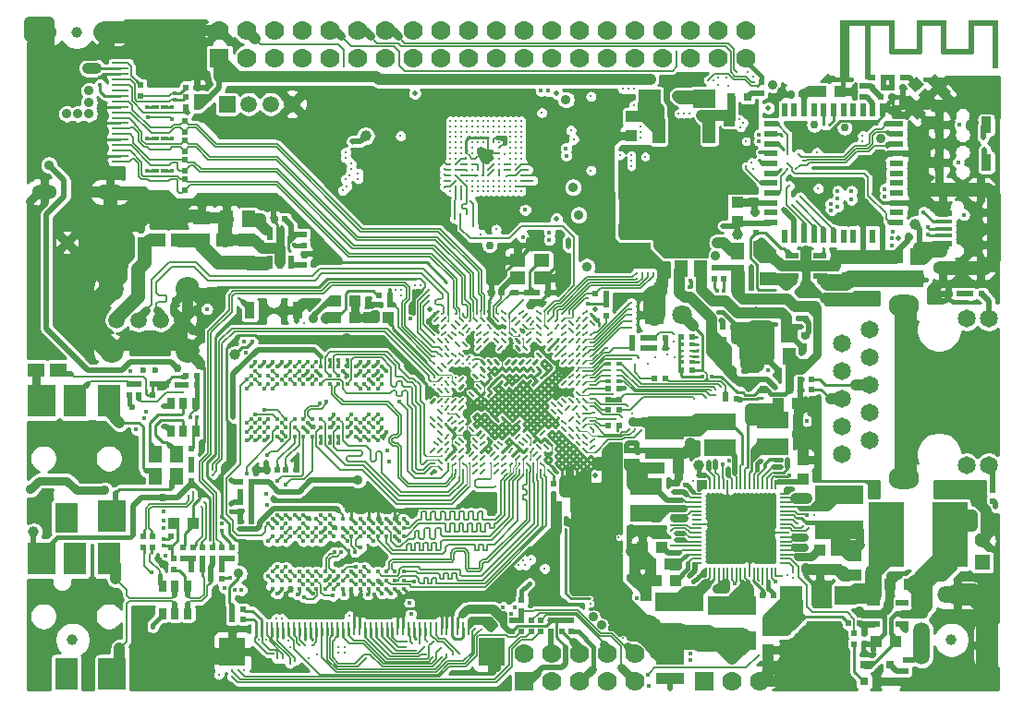
<source format=gbr>
%TF.GenerationSoftware,KiCad,Pcbnew,5.1.4-e60b266~84~ubuntu18.04.1*%
%TF.CreationDate,2025-05-23T09:22:49+03:00*%
%TF.ProjectId,A64-OlinuXino_Rev_H,4136342d-4f6c-4696-9e75-58696e6f5f52,H*%
%TF.SameCoordinates,PX5f5e100PY5f5e100*%
%TF.FileFunction,Copper,L1,Top*%
%TF.FilePolarity,Positive*%
%FSLAX46Y46*%
G04 Gerber Fmt 4.6, Leading zero omitted, Abs format (unit mm)*
G04 Created by KiCad (PCBNEW 5.1.4-e60b266~84~ubuntu18.04.1) date 2025-05-23 09:22:49*
%MOMM*%
%LPD*%
G04 APERTURE LIST*
%TA.AperFunction,EtchedComponent*%
%ADD10C,0.254000*%
%TD*%
%TA.AperFunction,ComponentPad*%
%ADD11O,1.800000X1.200000*%
%TD*%
%TA.AperFunction,SMDPad,CuDef*%
%ADD12R,1.000000X1.100000*%
%TD*%
%TA.AperFunction,SMDPad,CuDef*%
%ADD13R,1.650000X0.500000*%
%TD*%
%TA.AperFunction,SMDPad,CuDef*%
%ADD14R,1.650000X0.325000*%
%TD*%
%TA.AperFunction,ComponentPad*%
%ADD15O,2.300000X1.300000*%
%TD*%
%TA.AperFunction,SMDPad,CuDef*%
%ADD16R,1.600000X0.250000*%
%TD*%
%TA.AperFunction,ComponentPad*%
%ADD17O,2.700000X1.300000*%
%TD*%
%TA.AperFunction,SMDPad,CuDef*%
%ADD18R,1.400000X1.200000*%
%TD*%
%TA.AperFunction,ConnectorPad*%
%ADD19C,1.000000*%
%TD*%
%TA.AperFunction,BGAPad,CuDef*%
%ADD20C,1.000000*%
%TD*%
%TA.AperFunction,BGAPad,CuDef*%
%ADD21C,0.500000*%
%TD*%
%TA.AperFunction,SMDPad,CuDef*%
%ADD22R,1.300000X0.500000*%
%TD*%
%TA.AperFunction,SMDPad,CuDef*%
%ADD23R,0.500000X1.300000*%
%TD*%
%TA.AperFunction,SMDPad,CuDef*%
%ADD24R,0.500000X0.550000*%
%TD*%
%TA.AperFunction,ComponentPad*%
%ADD25O,2.800000X2.000000*%
%TD*%
%TA.AperFunction,ComponentPad*%
%ADD26C,1.650000*%
%TD*%
%TA.AperFunction,BGAPad,CuDef*%
%ADD27C,0.400000*%
%TD*%
%TA.AperFunction,SMDPad,CuDef*%
%ADD28R,0.900000X1.500000*%
%TD*%
%TA.AperFunction,BGAPad,CuDef*%
%ADD29C,0.250000*%
%TD*%
%TA.AperFunction,ComponentPad*%
%ADD30C,1.778000*%
%TD*%
%TA.AperFunction,ComponentPad*%
%ADD31R,1.778000X1.778000*%
%TD*%
%TA.AperFunction,SMDPad,CuDef*%
%ADD32R,2.500000X3.000000*%
%TD*%
%TA.AperFunction,SMDPad,CuDef*%
%ADD33R,2.100000X3.000000*%
%TD*%
%TA.AperFunction,SMDPad,CuDef*%
%ADD34R,2.100000X2.700000*%
%TD*%
%TA.AperFunction,ComponentPad*%
%ADD35C,5.500000*%
%TD*%
%TA.AperFunction,BGAPad,CuDef*%
%ADD36C,0.300000*%
%TD*%
%TA.AperFunction,SMDPad,CuDef*%
%ADD37R,0.550000X0.500000*%
%TD*%
%TA.AperFunction,ComponentPad*%
%ADD38C,1.500000*%
%TD*%
%TA.AperFunction,ComponentPad*%
%ADD39C,2.200000*%
%TD*%
%TA.AperFunction,ComponentPad*%
%ADD40R,1.500000X1.500000*%
%TD*%
%TA.AperFunction,SMDPad,CuDef*%
%ADD41R,3.600000X2.200000*%
%TD*%
%TA.AperFunction,SMDPad,CuDef*%
%ADD42R,1.219200X2.235200*%
%TD*%
%TA.AperFunction,SMDPad,CuDef*%
%ADD43R,0.625000X0.325000*%
%TD*%
%TA.AperFunction,SMDPad,CuDef*%
%ADD44R,0.625000X0.250000*%
%TD*%
%TA.AperFunction,SMDPad,CuDef*%
%ADD45R,1.200000X0.550000*%
%TD*%
%TA.AperFunction,SMDPad,CuDef*%
%ADD46R,3.200000X6.000000*%
%TD*%
%TA.AperFunction,SMDPad,CuDef*%
%ADD47R,0.800000X0.800000*%
%TD*%
%TA.AperFunction,SMDPad,CuDef*%
%ADD48R,2.400000X2.600000*%
%TD*%
%TA.AperFunction,SMDPad,CuDef*%
%ADD49R,0.250000X1.300000*%
%TD*%
%TA.AperFunction,ComponentPad*%
%ADD50R,1.422400X1.422400*%
%TD*%
%TA.AperFunction,SMDPad,CuDef*%
%ADD51R,0.200000X0.900000*%
%TD*%
%TA.AperFunction,SMDPad,CuDef*%
%ADD52R,0.900000X0.200000*%
%TD*%
%TA.AperFunction,SMDPad,CuDef*%
%ADD53R,5.500000X5.500000*%
%TD*%
%TA.AperFunction,ComponentPad*%
%ADD54R,0.400000X0.400000*%
%TD*%
%TA.AperFunction,SMDPad,CuDef*%
%ADD55R,3.000000X1.600000*%
%TD*%
%TA.AperFunction,SMDPad,CuDef*%
%ADD56R,4.500000X1.750000*%
%TD*%
%TA.AperFunction,SMDPad,CuDef*%
%ADD57R,1.016000X1.016000*%
%TD*%
%TA.AperFunction,SMDPad,CuDef*%
%ADD58R,1.524000X1.270000*%
%TD*%
%TA.AperFunction,SMDPad,CuDef*%
%ADD59R,1.270000X1.524000*%
%TD*%
%TA.AperFunction,SMDPad,CuDef*%
%ADD60R,2.000000X1.700000*%
%TD*%
%TA.AperFunction,SMDPad,CuDef*%
%ADD61R,0.550000X1.200000*%
%TD*%
%TA.AperFunction,ComponentPad*%
%ADD62R,1.400000X1.400000*%
%TD*%
%TA.AperFunction,ComponentPad*%
%ADD63C,1.400000*%
%TD*%
%TA.AperFunction,ComponentPad*%
%ADD64C,1.800000*%
%TD*%
%TA.AperFunction,ComponentPad*%
%ADD65R,1.800000X1.800000*%
%TD*%
%TA.AperFunction,ComponentPad*%
%ADD66O,3.700000X1.500000*%
%TD*%
%TA.AperFunction,ComponentPad*%
%ADD67O,1.500000X3.600000*%
%TD*%
%TA.AperFunction,ComponentPad*%
%ADD68O,1.500000X3.900000*%
%TD*%
%TA.AperFunction,SMDPad,CuDef*%
%ADD69R,0.762000X1.016000*%
%TD*%
%TA.AperFunction,SMDPad,CuDef*%
%ADD70R,0.675000X0.200000*%
%TD*%
%TA.AperFunction,SMDPad,CuDef*%
%ADD71R,0.775000X0.300000*%
%TD*%
%TA.AperFunction,Conductor*%
%ADD72R,2.700000X0.500000*%
%TD*%
%TA.AperFunction,Conductor*%
%ADD73R,0.500000X3.140000*%
%TD*%
%TA.AperFunction,Conductor*%
%ADD74R,3.000000X0.500000*%
%TD*%
%TA.AperFunction,Conductor*%
%ADD75R,0.500000X4.440000*%
%TD*%
%TA.AperFunction,Conductor*%
%ADD76R,5.000000X0.500000*%
%TD*%
%TA.AperFunction,Conductor*%
%ADD77R,0.500000X5.400000*%
%TD*%
%TA.AperFunction,Conductor*%
%ADD78R,0.900000X5.400000*%
%TD*%
%TA.AperFunction,SMDPad,CuDef*%
%ADD79C,1.050000*%
%TD*%
%TA.AperFunction,Conductor*%
%ADD80C,0.100000*%
%TD*%
%TA.AperFunction,ViaPad*%
%ADD81C,0.750000*%
%TD*%
%TA.AperFunction,ViaPad*%
%ADD82C,0.900000*%
%TD*%
%TA.AperFunction,ViaPad*%
%ADD83C,0.450000*%
%TD*%
%TA.AperFunction,ViaPad*%
%ADD84C,0.327000*%
%TD*%
%TA.AperFunction,ViaPad*%
%ADD85C,0.600000*%
%TD*%
%TA.AperFunction,ViaPad*%
%ADD86C,0.406400*%
%TD*%
%TA.AperFunction,Conductor*%
%ADD87C,0.203200*%
%TD*%
%TA.AperFunction,Conductor*%
%ADD88C,0.762000*%
%TD*%
%TA.AperFunction,Conductor*%
%ADD89C,0.508000*%
%TD*%
%TA.AperFunction,Conductor*%
%ADD90C,0.254000*%
%TD*%
%TA.AperFunction,Conductor*%
%ADD91C,1.016000*%
%TD*%
%TA.AperFunction,Conductor*%
%ADD92C,0.406400*%
%TD*%
%TA.AperFunction,Conductor*%
%ADD93C,2.032000*%
%TD*%
%TA.AperFunction,Conductor*%
%ADD94C,0.127000*%
%TD*%
%TA.AperFunction,Conductor*%
%ADD95C,1.270000*%
%TD*%
%TA.AperFunction,Conductor*%
%ADD96C,0.304800*%
%TD*%
%TA.AperFunction,Conductor*%
%ADD97C,0.106600*%
%TD*%
%TA.AperFunction,Conductor*%
%ADD98C,0.711200*%
%TD*%
%TA.AperFunction,Conductor*%
%ADD99C,1.524000*%
%TD*%
%TA.AperFunction,Conductor*%
%ADD100C,2.540000*%
%TD*%
%TA.AperFunction,Conductor*%
%ADD101C,2.286000*%
%TD*%
%TA.AperFunction,Conductor*%
%ADD102C,1.778000*%
%TD*%
%TA.AperFunction,Conductor*%
%ADD103C,0.914400*%
%TD*%
%TA.AperFunction,Conductor*%
%ADD104C,0.889000*%
%TD*%
%TA.AperFunction,Conductor*%
%ADD105C,0.660400*%
%TD*%
%TA.AperFunction,Conductor*%
%ADD106C,0.558800*%
%TD*%
%TA.AperFunction,Conductor*%
%ADD107C,0.381000*%
%TD*%
G04 APERTURE END LIST*
D10*
%TO.C,R34*%
X12014000Y27610000D02*
X12014000Y28626000D01*
%TO.C,R94*%
X46304000Y37008000D02*
X45288000Y37008000D01*
%TD*%
D11*
%TO.P,USB-OTG1,0*%
%TO.N,GND*%
X87842000Y46450000D03*
X84372000Y46450000D03*
X84372000Y39250000D03*
X87842000Y39250000D03*
D12*
X88992000Y44350000D03*
X88992000Y41350000D03*
D13*
%TO.P,USB-OTG1,5*%
X84442000Y44237500D03*
D14*
%TO.P,USB-OTG1,4*%
%TO.N,/USB&HDMI\002CWiFi&BT\002CEthernet\002CLCD/USB0-ID*%
X84442000Y43500000D03*
%TO.P,USB-OTG1,3*%
%TO.N,USB0-D_P*%
X84442000Y42850000D03*
%TO.P,USB-OTG1,2*%
%TO.N,USB0-D_N*%
X84442000Y42200000D03*
D13*
%TO.P,USB-OTG1,1*%
%TO.N,+5V_USBOTG*%
X84442000Y41462500D03*
%TD*%
D15*
%TO.P,HDMI1,0*%
%TO.N,GND*%
X2055000Y60818000D03*
D16*
%TO.P,HDMI1,19*%
%TO.N,Net-(HDMI1-Pad19)*%
X9055000Y58018000D03*
%TO.P,HDMI1,18*%
%TO.N,Net-(D3-Pad1)*%
X9055000Y57518000D03*
%TO.P,HDMI1,17*%
%TO.N,GND*%
X9055000Y57018000D03*
%TO.P,HDMI1,16*%
%TO.N,/USB&HDMI\002CWiFi&BT\002CEthernet\002CLCD/HSDA*%
X9055000Y56518000D03*
%TO.P,HDMI1,15*%
%TO.N,/USB&HDMI\002CWiFi&BT\002CEthernet\002CLCD/HSCL*%
X9055000Y56018000D03*
%TO.P,HDMI1,14*%
%TO.N,Net-(HDMI1-Pad14)*%
X9055000Y55518000D03*
%TO.P,HDMI1,13*%
%TO.N,Net-(FET1-Pad3)*%
X9055000Y55018000D03*
%TO.P,HDMI1,12*%
%TO.N,/USB&HDMI\002CWiFi&BT\002CEthernet\002CLCD/HTXCN*%
X9055000Y54518000D03*
%TO.P,HDMI1,11*%
%TO.N,GND*%
X9055000Y54018000D03*
%TO.P,HDMI1,10*%
%TO.N,/USB&HDMI\002CWiFi&BT\002CEthernet\002CLCD/HTXCP*%
X9055000Y53518000D03*
%TO.P,HDMI1,9*%
%TO.N,/USB&HDMI\002CWiFi&BT\002CEthernet\002CLCD/HTX0N*%
X9055000Y53018000D03*
%TO.P,HDMI1,8*%
%TO.N,GND*%
X9055000Y52518000D03*
%TO.P,HDMI1,7*%
%TO.N,/USB&HDMI\002CWiFi&BT\002CEthernet\002CLCD/HTX0P*%
X9055000Y52018000D03*
%TO.P,HDMI1,6*%
%TO.N,/USB&HDMI\002CWiFi&BT\002CEthernet\002CLCD/HTX1N*%
X9055000Y51518000D03*
%TO.P,HDMI1,5*%
%TO.N,GND*%
X9055000Y51018000D03*
%TO.P,HDMI1,4*%
%TO.N,/USB&HDMI\002CWiFi&BT\002CEthernet\002CLCD/HTX1P*%
X9055000Y50518000D03*
%TO.P,HDMI1,3*%
%TO.N,/USB&HDMI\002CWiFi&BT\002CEthernet\002CLCD/HTX2N*%
X9055000Y50018000D03*
%TO.P,HDMI1,2*%
%TO.N,GND*%
X9055000Y49518000D03*
%TO.P,HDMI1,1*%
%TO.N,/USB&HDMI\002CWiFi&BT\002CEthernet\002CLCD/HTX2P*%
X9055000Y49018000D03*
D15*
%TO.P,HDMI1,0*%
%TO.N,GND*%
X2055000Y46218000D03*
D17*
X8105000Y46218000D03*
X8105000Y60818000D03*
%TD*%
D18*
%TO.P,Q3,3*%
%TO.N,GND*%
X47658000Y38367000D03*
X45458000Y39967000D03*
%TO.P,Q3,2*%
%TO.N,Net-(C187-Pad1)*%
X45458000Y38367000D03*
%TO.P,Q3,1*%
%TO.N,Net-(C185-Pad1)*%
X47658000Y39967000D03*
%TD*%
D19*
%TO.P,FID3,Fid1*%
%TO.N,N/C*%
X85166000Y5131000D03*
%TD*%
%TO.P,FID1,Fid1*%
%TO.N,N/C*%
X5029000Y60884000D03*
%TD*%
D20*
%TO.P,FID2,Fid1*%
%TO.N,N/C*%
X4648000Y5131000D03*
%TD*%
D21*
%TO.P,U11,FID1*%
%TO.N,N/C*%
X68402000Y53899000D03*
D22*
%TO.P,U11,44*%
%TO.N,/USB&HDMI\002CWiFi&BT\002CEthernet\002CLCD/BT-UART-CTS*%
X80146000Y52430000D03*
%TO.P,U11,43*%
%TO.N,/USB&HDMI\002CWiFi&BT\002CEthernet\002CLCD/BT-UART-RX*%
X80146000Y51530000D03*
%TO.P,U11,42*%
%TO.N,/USB&HDMI\002CWiFi&BT\002CEthernet\002CLCD/BT-UART-TX*%
X80146000Y50630000D03*
%TO.P,U11,41*%
%TO.N,GND*%
X80146000Y49730000D03*
%TO.P,U11,40*%
%TO.N,Net-(U11-Pad40)*%
X80146000Y48830000D03*
%TO.P,U11,39*%
%TO.N,Net-(U11-Pad39)*%
X80146000Y47930000D03*
%TO.P,U11,38*%
%TO.N,Net-(U11-Pad38)*%
X80146000Y47030000D03*
%TO.P,U11,37*%
%TO.N,Net-(U11-Pad37)*%
X80146000Y46130000D03*
%TO.P,U11,36*%
%TO.N,GND*%
X80146000Y45230000D03*
%TO.P,U11,35*%
%TO.N,Net-(U11-Pad35)*%
X80146000Y44330000D03*
%TO.P,U11,34*%
%TO.N,/USB&HDMI\002CWiFi&BT\002CEthernet\002CLCD/BT-RST-N*%
X80146000Y43430000D03*
D23*
%TO.P,U11,33*%
%TO.N,GND*%
X78871000Y42155000D03*
%TO.P,U11,32*%
%TO.N,Net-(U11-Pad32)*%
X77971000Y42155000D03*
%TO.P,U11,31*%
%TO.N,GND*%
X77071000Y42155000D03*
%TO.P,U11,30*%
%TO.N,Net-(U11-Pad30)*%
X76171000Y42155000D03*
%TO.P,U11,29*%
%TO.N,Net-(U11-Pad29)*%
X75271000Y42155000D03*
%TO.P,U11,28*%
%TO.N,/USB&HDMI\002CWiFi&BT\002CEthernet\002CLCD/BT-PCM-SYNC*%
X74371000Y42155000D03*
%TO.P,U11,27*%
%TO.N,/USB&HDMI\002CWiFi&BT\002CEthernet\002CLCD/BT-PCM-DIN*%
X73471000Y42155000D03*
%TO.P,U11,26*%
%TO.N,/USB&HDMI\002CWiFi&BT\002CEthernet\002CLCD/BT-PCM-CLK*%
X72571000Y42155000D03*
%TO.P,U11,25*%
%TO.N,/USB&HDMI\002CWiFi&BT\002CEthernet\002CLCD/BT-PCM-DOUT*%
X71671000Y42155000D03*
%TO.P,U11,24*%
%TO.N,Net-(R60-Pad1)*%
X70771000Y42155000D03*
%TO.P,U11,23*%
%TO.N,Net-(U11-Pad23)*%
X69871000Y42155000D03*
D22*
%TO.P,U11,22*%
%TO.N,+3.3VWiFiIO*%
X68596000Y43430000D03*
%TO.P,U11,21*%
%TO.N,Net-(U11-Pad21)*%
X68596000Y44330000D03*
%TO.P,U11,20*%
%TO.N,GND*%
X68596000Y45230000D03*
%TO.P,U11,19*%
%TO.N,/USB&HDMI\002CWiFi&BT\002CEthernet\002CLCD/WL-SDIO-D1*%
X68596000Y46130000D03*
%TO.P,U11,18*%
%TO.N,/USB&HDMI\002CWiFi&BT\002CEthernet\002CLCD/WL-SDIO-D0*%
X68596000Y47030000D03*
%TO.P,U11,17*%
%TO.N,Net-(R54-Pad1)*%
X68596000Y47930000D03*
%TO.P,U11,16*%
%TO.N,/USB&HDMI\002CWiFi&BT\002CEthernet\002CLCD/WL-SDIO-CMD*%
X68596000Y48830000D03*
%TO.P,U11,15*%
%TO.N,/USB&HDMI\002CWiFi&BT\002CEthernet\002CLCD/WL-SDIO-D3*%
X68596000Y49730000D03*
%TO.P,U11,14*%
%TO.N,/USB&HDMI\002CWiFi&BT\002CEthernet\002CLCD/WL-SDIO-D2*%
X68596000Y50630000D03*
%TO.P,U11,13*%
%TO.N,/USB&HDMI\002CWiFi&BT\002CEthernet\002CLCD/WL-WAKE-AP*%
X68596000Y51530000D03*
%TO.P,U11,12*%
%TO.N,/USB&HDMI\002CWiFi&BT\002CEthernet\002CLCD/WL-PMU-EN*%
X68596000Y52430000D03*
D23*
%TO.P,U11,11*%
%TO.N,Net-(U11-Pad11)*%
X69871000Y53705000D03*
%TO.P,U11,10*%
%TO.N,Net-(U11-Pad10)*%
X70771000Y53705000D03*
%TO.P,U11,9*%
%TO.N,+3.3V*%
X71671000Y53705000D03*
%TO.P,U11,8*%
%TO.N,Net-(U11-Pad8)*%
X72571000Y53705000D03*
%TO.P,U11,7*%
%TO.N,/USB&HDMI\002CWiFi&BT\002CEthernet\002CLCD/BT-WAKE-AP*%
X73471000Y53705000D03*
%TO.P,U11,6*%
%TO.N,/USB&HDMI\002CWiFi&BT\002CEthernet\002CLCD/AP-WAKE-BT*%
X74371000Y53705000D03*
%TO.P,U11,5*%
%TO.N,Net-(U11-Pad5)*%
X75271000Y53705000D03*
%TO.P,U11,4*%
%TO.N,Net-(U11-Pad4)*%
X76171000Y53705000D03*
%TO.P,U11,3*%
%TO.N,Net-(U11-Pad3)*%
X77071000Y53705000D03*
%TO.P,U11,2*%
%TO.N,Net-(C105-Pad1)*%
X77971000Y53705000D03*
%TO.P,U11,1*%
%TO.N,GND*%
X78871000Y53705000D03*
D21*
%TO.P,U11,FID2*%
%TO.N,N/C*%
X80340000Y41961000D03*
%TD*%
D24*
%TO.P,C106,1*%
%TO.N,GND*%
X79705000Y54915000D03*
%TO.P,C106,2*%
%TO.N,Net-(C105-Pad2)*%
X78689000Y54915000D03*
%TD*%
%TO.P,L10,1*%
%TO.N,Net-(C107-Pad2)*%
X78943000Y55804000D03*
%TO.P,L10,2*%
%TO.N,Net-(C105-Pad2)*%
X77927000Y55804000D03*
%TD*%
D25*
%TO.P,LAN1,SH2*%
%TO.N,Net-(C196-Pad2)*%
X80823000Y19964000D03*
%TO.P,LAN1,SH1*%
X80823000Y35764000D03*
D26*
%TO.P,LAN1,14*%
%TO.N,/USB&HDMI\002CWiFi&BT\002CEthernet\002CLCD/PHYAD0*%
X88595000Y21133000D03*
%TO.P,LAN1,13*%
%TO.N,/USB&HDMI\002CWiFi&BT\002CEthernet\002CLCD/VDD33*%
X86563000Y21133000D03*
%TO.P,LAN1,12*%
%TO.N,/USB&HDMI\002CWiFi&BT\002CEthernet\002CLCD/PHYAD1*%
X88595000Y34595000D03*
%TO.P,LAN1,11*%
%TO.N,/USB&HDMI\002CWiFi&BT\002CEthernet\002CLCD/VDD33*%
X86563000Y34595000D03*
%TO.P,LAN1,10*%
%TO.N,/USB&HDMI\002CWiFi&BT\002CEthernet\002CLCD/MDI[3]-*%
X75133000Y22149000D03*
%TO.P,LAN1,9*%
%TO.N,/USB&HDMI\002CWiFi&BT\002CEthernet\002CLCD/MDI[3]+*%
X77673000Y23419000D03*
%TO.P,LAN1,8*%
%TO.N,/USB&HDMI\002CWiFi&BT\002CEthernet\002CLCD/MDI[2]-*%
X75133000Y24689000D03*
%TO.P,LAN1,7*%
%TO.N,/USB&HDMI\002CWiFi&BT\002CEthernet\002CLCD/MDI[2]+*%
X77673000Y25959000D03*
%TO.P,LAN1,6*%
%TO.N,Net-(C200-Pad2)*%
X75133000Y27229000D03*
%TO.P,LAN1,5*%
%TO.N,Net-(C199-Pad2)*%
X77673000Y28499000D03*
%TO.P,LAN1,4*%
%TO.N,/USB&HDMI\002CWiFi&BT\002CEthernet\002CLCD/MDI[1]-*%
X75133000Y29769000D03*
%TO.P,LAN1,3*%
%TO.N,/USB&HDMI\002CWiFi&BT\002CEthernet\002CLCD/MDI[1]+*%
X77673000Y31039000D03*
%TO.P,LAN1,2*%
%TO.N,/USB&HDMI\002CWiFi&BT\002CEthernet\002CLCD/MDI[0]-*%
X75133000Y32309000D03*
%TO.P,LAN1,1*%
%TO.N,/USB&HDMI\002CWiFi&BT\002CEthernet\002CLCD/MDI[0]+*%
X77673000Y33579000D03*
%TD*%
D27*
%TO.P,U2,T9*%
%TO.N,GND*%
X23000000Y9800000D03*
%TO.P,U2,T8*%
%TO.N,/S0SA8*%
X23000000Y10600000D03*
%TO.P,U2,T7*%
%TO.N,/S0SA14*%
X23000000Y11400000D03*
%TO.P,U2,T3*%
%TO.N,/S0SA13*%
X23000000Y14600000D03*
%TO.P,U2,T2*%
%TO.N,/S0SRST*%
X23000000Y15400000D03*
%TO.P,U2,T1*%
%TO.N,GND*%
X23000000Y16200000D03*
%TO.P,U2,R9*%
%TO.N,+1.5V*%
X23800000Y9800000D03*
%TO.P,U2,R8*%
%TO.N,/S0SA6*%
X23800000Y10600000D03*
%TO.P,U2,R7*%
%TO.N,/S0SA11*%
X23800000Y11400000D03*
%TO.P,U2,R3*%
%TO.N,/S0SA9*%
X23800000Y14600000D03*
%TO.P,U2,R2*%
%TO.N,/S0SA7*%
X23800000Y15400000D03*
%TO.P,U2,R1*%
%TO.N,+1.5V*%
X23800000Y16200000D03*
%TO.P,U2,P9*%
%TO.N,GND*%
X24600000Y9800000D03*
%TO.P,U2,P8*%
%TO.N,/S0SA4*%
X24600000Y10600000D03*
%TO.P,U2,P7*%
%TO.N,/S0SA1*%
X24600000Y11400000D03*
%TO.P,U2,P3*%
%TO.N,/S0SA2*%
X24600000Y14600000D03*
%TO.P,U2,P2*%
%TO.N,/S0SA5*%
X24600000Y15400000D03*
%TO.P,U2,P1*%
%TO.N,GND*%
X24600000Y16200000D03*
%TO.P,U2,N9*%
%TO.N,+1.5V*%
X25400000Y9800000D03*
%TO.P,U2,N8*%
%TO.N,/S0SBA1*%
X25400000Y10600000D03*
%TO.P,U2,N7*%
%TO.N,/S0SA12*%
X25400000Y11400000D03*
%TO.P,U2,N3*%
%TO.N,/S0SA0*%
X25400000Y14600000D03*
%TO.P,U2,N2*%
%TO.N,/S0SA3*%
X25400000Y15400000D03*
%TO.P,U2,N1*%
%TO.N,+1.5V*%
X25400000Y16200000D03*
%TO.P,U2,M9*%
%TO.N,GND*%
X26200000Y9800000D03*
%TO.P,U2,M8*%
%TO.N,/VREF0_DDR3*%
X26200000Y10600000D03*
%TO.P,U2,M7*%
%TO.N,/S0SA15*%
X26200000Y11400000D03*
%TO.P,U2,M3*%
%TO.N,/S0SBA2*%
X26200000Y14600000D03*
%TO.P,U2,M2*%
%TO.N,/S0SBA0*%
X26200000Y15400000D03*
%TO.P,U2,M1*%
%TO.N,GND*%
X26200000Y16200000D03*
%TO.P,U2,L9*%
%TO.N,Net-(R13-Pad1)*%
X27000000Y9800000D03*
%TO.P,U2,L8*%
%TO.N,Net-(R9-Pad1)*%
X27000000Y10600000D03*
%TO.P,U2,L7*%
%TO.N,/S0SA10*%
X27000000Y11400000D03*
%TO.P,U2,L3*%
%TO.N,/S0SWE*%
X27000000Y14600000D03*
%TO.P,U2,L2*%
%TO.N,/S0SCS0*%
X27000000Y15400000D03*
%TO.P,U2,L1*%
%TO.N,/S0SCS1*%
X27000000Y16200000D03*
%TO.P,U2,K9*%
%TO.N,/S0SCKE0*%
X27800000Y9800000D03*
%TO.P,U2,K8*%
%TO.N,+1.5V*%
X27800000Y10600000D03*
%TO.P,U2,K7*%
%TO.N,/S0SCK_N*%
X27800000Y11400000D03*
%TO.P,U2,K3*%
%TO.N,/S0SCAS*%
X27800000Y14600000D03*
%TO.P,U2,K2*%
%TO.N,+1.5V*%
X27800000Y15400000D03*
%TO.P,U2,K1*%
%TO.N,/S0SODT0*%
X27800000Y16200000D03*
%TO.P,U2,J9*%
%TO.N,/S0SCKE1*%
X28600000Y9800000D03*
%TO.P,U2,J8*%
%TO.N,GND*%
X28600000Y10600000D03*
%TO.P,U2,J7*%
%TO.N,/S0SCK_P*%
X28600000Y11400000D03*
%TO.P,U2,J3*%
%TO.N,/S0SRAS*%
X28600000Y14600000D03*
%TO.P,U2,J2*%
%TO.N,GND*%
X28600000Y15400000D03*
%TO.P,U2,J1*%
%TO.N,/S0SODT1*%
X28600000Y16200000D03*
%TO.P,U2,H9*%
%TO.N,+1.5V*%
X29400000Y9800000D03*
%TO.P,U2,H8*%
%TO.N,/S0SDQ6*%
X29400000Y10600000D03*
%TO.P,U2,H7*%
%TO.N,/S0SDQ3*%
X29400000Y11400000D03*
%TO.P,U2,H3*%
%TO.N,/S0SDQ5*%
X29400000Y14600000D03*
%TO.P,U2,H2*%
%TO.N,+1.5V*%
X29400000Y15400000D03*
%TO.P,U2,H1*%
%TO.N,/VREF0_DDR3*%
X29400000Y16200000D03*
%TO.P,U2,G9*%
%TO.N,GND*%
X30200000Y9800000D03*
%TO.P,U2,G8*%
X30200000Y10600000D03*
%TO.P,U2,G7*%
%TO.N,+1.5V*%
X30200000Y11400000D03*
%TO.P,U2,G3*%
%TO.N,/S0SDQS0_N*%
X30200000Y14600000D03*
%TO.P,U2,G2*%
%TO.N,/S0SDQ1*%
X30200000Y15400000D03*
%TO.P,U2,G1*%
%TO.N,GND*%
X30200000Y16200000D03*
%TO.P,U2,FID4*%
%TO.N,N/C*%
X35650000Y7500000D03*
%TO.P,U2,FID3*%
X22350000Y18500000D03*
%TO.P,U2,FID2*%
X35500000Y8500000D03*
%TO.P,U2,FID1*%
X22500000Y17500000D03*
%TO.P,U2,F9*%
%TO.N,GND*%
X31000000Y9800000D03*
%TO.P,U2,F8*%
%TO.N,/S0SDQ7*%
X31000000Y10600000D03*
%TO.P,U2,F7*%
%TO.N,/S0SDQ0*%
X31000000Y11400000D03*
%TO.P,U2,F3*%
%TO.N,/S0SDQS0_P*%
X31000000Y14600000D03*
%TO.P,U2,F2*%
%TO.N,/S0SDQ2*%
X31000000Y15400000D03*
%TO.P,U2,F1*%
%TO.N,+1.5V*%
X31000000Y16200000D03*
%TO.P,U2,E9*%
X31800000Y9800000D03*
%TO.P,U2,E8*%
%TO.N,GND*%
X31800000Y10600000D03*
%TO.P,U2,E7*%
%TO.N,/S0SDQM0*%
X31800000Y11400000D03*
%TO.P,U2,E3*%
%TO.N,/S0SDQ4*%
X31800000Y14600000D03*
%TO.P,U2,E2*%
%TO.N,GND*%
X31800000Y15400000D03*
%TO.P,U2,E1*%
X31800000Y16200000D03*
%TO.P,U2,D9*%
%TO.N,+1.5V*%
X32600000Y9800000D03*
%TO.P,U2,D8*%
%TO.N,GND*%
X32600000Y10600000D03*
%TO.P,U2,D7*%
%TO.N,/S0SDQ11*%
X32600000Y11400000D03*
%TO.P,U2,D3*%
%TO.N,/S0SDQM1*%
X32600000Y14600000D03*
%TO.P,U2,D2*%
%TO.N,+1.5V*%
X32600000Y15400000D03*
%TO.P,U2,D1*%
%TO.N,GND*%
X32600000Y16200000D03*
%TO.P,U2,C9*%
%TO.N,+1.5V*%
X33400000Y9800000D03*
%TO.P,U2,C8*%
%TO.N,/S0SDQ9*%
X33400000Y10600000D03*
%TO.P,U2,C7*%
%TO.N,/S0SDQS1_P*%
X33400000Y11400000D03*
%TO.P,U2,C3*%
%TO.N,/S0SDQ14*%
X33400000Y14600000D03*
%TO.P,U2,C2*%
%TO.N,/S0SDQ13*%
X33400000Y15400000D03*
%TO.P,U2,C1*%
%TO.N,+1.5V*%
X33400000Y16200000D03*
%TO.P,U2,B9*%
%TO.N,GND*%
X34200000Y9800000D03*
%TO.P,U2,B8*%
%TO.N,/S0SDQ10*%
X34200000Y10600000D03*
%TO.P,U2,B7*%
%TO.N,/S0SDQS1_N*%
X34200000Y11400000D03*
%TO.P,U2,B3*%
%TO.N,GND*%
X34200000Y14600000D03*
%TO.P,U2,B2*%
%TO.N,+1.5V*%
X34200000Y15400000D03*
%TO.P,U2,B1*%
%TO.N,GND*%
X34200000Y16200000D03*
%TO.P,U2,A9*%
X35000000Y9800000D03*
%TO.P,U2,A8*%
%TO.N,+1.5V*%
X35000000Y10600000D03*
%TO.P,U2,A7*%
%TO.N,/S0SDQ8*%
X35000000Y11400000D03*
%TO.P,U2,A3*%
%TO.N,/S0SDQ12*%
X35000000Y14600000D03*
%TO.P,U2,A2*%
%TO.N,/S0SDQ15*%
X35000000Y15400000D03*
%TO.P,U2,A1*%
%TO.N,+1.5V*%
X35000000Y16200000D03*
%TD*%
%TO.P,U3,T9*%
%TO.N,GND*%
X21000000Y23800000D03*
%TO.P,U3,T8*%
%TO.N,/S0SA8*%
X21000000Y24600000D03*
%TO.P,U3,T7*%
%TO.N,/S0SA14*%
X21000000Y25400000D03*
%TO.P,U3,T3*%
%TO.N,/S0SA13*%
X21000000Y28600000D03*
%TO.P,U3,T2*%
%TO.N,/S0SRST*%
X21000000Y29400000D03*
%TO.P,U3,T1*%
%TO.N,GND*%
X21000000Y30200000D03*
%TO.P,U3,R9*%
%TO.N,+1.5V*%
X21800000Y23800000D03*
%TO.P,U3,R8*%
%TO.N,/S0SA6*%
X21800000Y24600000D03*
%TO.P,U3,R7*%
%TO.N,/S0SA11*%
X21800000Y25400000D03*
%TO.P,U3,R3*%
%TO.N,/S0SA9*%
X21800000Y28600000D03*
%TO.P,U3,R2*%
%TO.N,/S0SA7*%
X21800000Y29400000D03*
%TO.P,U3,R1*%
%TO.N,+1.5V*%
X21800000Y30200000D03*
%TO.P,U3,P9*%
%TO.N,GND*%
X22600000Y23800000D03*
%TO.P,U3,P8*%
%TO.N,/S0SA4*%
X22600000Y24600000D03*
%TO.P,U3,P7*%
%TO.N,/S0SA1*%
X22600000Y25400000D03*
%TO.P,U3,P3*%
%TO.N,/S0SA2*%
X22600000Y28600000D03*
%TO.P,U3,P2*%
%TO.N,/S0SA5*%
X22600000Y29400000D03*
%TO.P,U3,P1*%
%TO.N,GND*%
X22600000Y30200000D03*
%TO.P,U3,N9*%
%TO.N,+1.5V*%
X23400000Y23800000D03*
%TO.P,U3,N8*%
%TO.N,/S0SBA1*%
X23400000Y24600000D03*
%TO.P,U3,N7*%
%TO.N,/S0SA12*%
X23400000Y25400000D03*
%TO.P,U3,N3*%
%TO.N,/S0SA0*%
X23400000Y28600000D03*
%TO.P,U3,N2*%
%TO.N,/S0SA3*%
X23400000Y29400000D03*
%TO.P,U3,N1*%
%TO.N,+1.5V*%
X23400000Y30200000D03*
%TO.P,U3,M9*%
%TO.N,GND*%
X24200000Y23800000D03*
%TO.P,U3,M8*%
%TO.N,/VREF0_DDR3*%
X24200000Y24600000D03*
%TO.P,U3,M7*%
%TO.N,/S0SA15*%
X24200000Y25400000D03*
%TO.P,U3,M3*%
%TO.N,/S0SBA2*%
X24200000Y28600000D03*
%TO.P,U3,M2*%
%TO.N,/S0SBA0*%
X24200000Y29400000D03*
%TO.P,U3,M1*%
%TO.N,GND*%
X24200000Y30200000D03*
%TO.P,U3,L9*%
%TO.N,Net-(R14-Pad1)*%
X25000000Y23800000D03*
%TO.P,U3,L8*%
%TO.N,Net-(R10-Pad1)*%
X25000000Y24600000D03*
%TO.P,U3,L7*%
%TO.N,/S0SA10*%
X25000000Y25400000D03*
%TO.P,U3,L3*%
%TO.N,/S0SWE*%
X25000000Y28600000D03*
%TO.P,U3,L2*%
%TO.N,/S0SCS0*%
X25000000Y29400000D03*
%TO.P,U3,L1*%
%TO.N,/S0SCS1*%
X25000000Y30200000D03*
%TO.P,U3,K9*%
%TO.N,/S0SCKE0*%
X25800000Y23800000D03*
%TO.P,U3,K8*%
%TO.N,+1.5V*%
X25800000Y24600000D03*
%TO.P,U3,K7*%
%TO.N,/S0SCK_N*%
X25800000Y25400000D03*
%TO.P,U3,K3*%
%TO.N,/S0SCAS*%
X25800000Y28600000D03*
%TO.P,U3,K2*%
%TO.N,+1.5V*%
X25800000Y29400000D03*
%TO.P,U3,K1*%
%TO.N,/S0SODT0*%
X25800000Y30200000D03*
%TO.P,U3,J9*%
%TO.N,/S0SCKE1*%
X26600000Y23800000D03*
%TO.P,U3,J8*%
%TO.N,GND*%
X26600000Y24600000D03*
%TO.P,U3,J7*%
%TO.N,/S0SCK_P*%
X26600000Y25400000D03*
%TO.P,U3,J3*%
%TO.N,/S0SRAS*%
X26600000Y28600000D03*
%TO.P,U3,J2*%
%TO.N,GND*%
X26600000Y29400000D03*
%TO.P,U3,J1*%
%TO.N,/S0SODT1*%
X26600000Y30200000D03*
%TO.P,U3,H9*%
%TO.N,+1.5V*%
X27400000Y23800000D03*
%TO.P,U3,H8*%
%TO.N,/S0SDQ17*%
X27400000Y24600000D03*
%TO.P,U3,H7*%
%TO.N,/S0SDQ18*%
X27400000Y25400000D03*
%TO.P,U3,H3*%
%TO.N,/S0SDQ20*%
X27400000Y28600000D03*
%TO.P,U3,H2*%
%TO.N,+1.5V*%
X27400000Y29400000D03*
%TO.P,U3,H1*%
%TO.N,/VREF0_DDR3*%
X27400000Y30200000D03*
%TO.P,U3,G9*%
%TO.N,GND*%
X28200000Y23800000D03*
%TO.P,U3,G8*%
X28200000Y24600000D03*
%TO.P,U3,G7*%
%TO.N,+1.5V*%
X28200000Y25400000D03*
%TO.P,U3,G3*%
%TO.N,/S0SDQS2_N*%
X28200000Y28600000D03*
%TO.P,U3,G2*%
%TO.N,/S0SDQ23*%
X28200000Y29400000D03*
%TO.P,U3,G1*%
%TO.N,GND*%
X28200000Y30200000D03*
%TO.P,U3,FID4*%
%TO.N,N/C*%
X33650000Y21500000D03*
%TO.P,U3,FID3*%
X20350000Y32500000D03*
%TO.P,U3,FID2*%
X33500000Y22500000D03*
%TO.P,U3,FID1*%
X20500000Y31500000D03*
%TO.P,U3,F9*%
%TO.N,GND*%
X29000000Y23800000D03*
%TO.P,U3,F8*%
%TO.N,/S0SDQ19*%
X29000000Y24600000D03*
%TO.P,U3,F7*%
%TO.N,/S0SDQ16*%
X29000000Y25400000D03*
%TO.P,U3,F3*%
%TO.N,/S0SDQS2_P*%
X29000000Y28600000D03*
%TO.P,U3,F2*%
%TO.N,/S0SDQ21*%
X29000000Y29400000D03*
%TO.P,U3,F1*%
%TO.N,+1.5V*%
X29000000Y30200000D03*
%TO.P,U3,E9*%
X29800000Y23800000D03*
%TO.P,U3,E8*%
%TO.N,GND*%
X29800000Y24600000D03*
%TO.P,U3,E7*%
%TO.N,/S0SDQM2*%
X29800000Y25400000D03*
%TO.P,U3,E3*%
%TO.N,/S0SDQ22*%
X29800000Y28600000D03*
%TO.P,U3,E2*%
%TO.N,GND*%
X29800000Y29400000D03*
%TO.P,U3,E1*%
X29800000Y30200000D03*
%TO.P,U3,D9*%
%TO.N,+1.5V*%
X30600000Y23800000D03*
%TO.P,U3,D8*%
%TO.N,GND*%
X30600000Y24600000D03*
%TO.P,U3,D7*%
%TO.N,/S0SDQ26*%
X30600000Y25400000D03*
%TO.P,U3,D3*%
%TO.N,/S0SDQM3*%
X30600000Y28600000D03*
%TO.P,U3,D2*%
%TO.N,+1.5V*%
X30600000Y29400000D03*
%TO.P,U3,D1*%
%TO.N,GND*%
X30600000Y30200000D03*
%TO.P,U3,C9*%
%TO.N,+1.5V*%
X31400000Y23800000D03*
%TO.P,U3,C8*%
%TO.N,/S0SDQ25*%
X31400000Y24600000D03*
%TO.P,U3,C7*%
%TO.N,/S0SDQS3_P*%
X31400000Y25400000D03*
%TO.P,U3,C3*%
%TO.N,/S0SDQ29*%
X31400000Y28600000D03*
%TO.P,U3,C2*%
%TO.N,/S0SDQ31*%
X31400000Y29400000D03*
%TO.P,U3,C1*%
%TO.N,+1.5V*%
X31400000Y30200000D03*
%TO.P,U3,B9*%
%TO.N,GND*%
X32200000Y23800000D03*
%TO.P,U3,B8*%
%TO.N,/S0SDQ27*%
X32200000Y24600000D03*
%TO.P,U3,B7*%
%TO.N,/S0SDQS3_N*%
X32200000Y25400000D03*
%TO.P,U3,B3*%
%TO.N,GND*%
X32200000Y28600000D03*
%TO.P,U3,B2*%
%TO.N,+1.5V*%
X32200000Y29400000D03*
%TO.P,U3,B1*%
%TO.N,GND*%
X32200000Y30200000D03*
%TO.P,U3,A9*%
X33000000Y23800000D03*
%TO.P,U3,A8*%
%TO.N,+1.5V*%
X33000000Y24600000D03*
%TO.P,U3,A7*%
%TO.N,/S0SDQ24*%
X33000000Y25400000D03*
%TO.P,U3,A3*%
%TO.N,/S0SDQ28*%
X33000000Y28600000D03*
%TO.P,U3,A2*%
%TO.N,/S0SDQ30*%
X33000000Y29400000D03*
%TO.P,U3,A1*%
%TO.N,+1.5V*%
X33000000Y30200000D03*
%TD*%
D28*
%TO.P,UBOOT1,1*%
%TO.N,UBOOT*%
X20886000Y35357000D03*
%TO.P,UBOOT1,2*%
%TO.N,GND*%
X25240000Y35357000D03*
%TD*%
%TO.P,RESET1,2*%
%TO.N,GND*%
X84005000Y52375000D03*
%TO.P,RESET1,1*%
%TO.N,Net-(R89-Pad1)*%
X88359000Y52375000D03*
%TD*%
%TO.P,PWRON1,2*%
%TO.N,GND*%
X84005000Y48946000D03*
%TO.P,PWRON1,1*%
%TO.N,Net-(PWRON1-Pad1)*%
X88359000Y48946000D03*
%TD*%
D21*
%TO.P,U5,FID3*%
%TO.N,N/C*%
X49000000Y43750000D03*
%TO.P,U5,FID2*%
X49000000Y55250000D03*
%TO.P,U5,FID1*%
X36000000Y55250000D03*
D29*
%TO.P,U5,M1*%
X44750000Y46250000D03*
%TO.P,U5,M2*%
X44750000Y46750000D03*
%TO.P,U5,M3*%
X44750000Y47250000D03*
%TO.P,U5,M4*%
%TO.N,VCC-PC*%
X44750000Y47750000D03*
%TO.P,U5,M5*%
%TO.N,/NAND Flash \002C eMMC\002C T-Card and Audio/NAND0-RB0\005CSDC2-CMD*%
X44750000Y48250000D03*
%TO.P,U5,M6*%
%TO.N,/NAND Flash \002C eMMC\002C T-Card and Audio/eMMC_CLK*%
X44750000Y48750000D03*
%TO.P,U5,M7*%
%TO.N,N/C*%
X44750000Y49250000D03*
%TO.P,U5,M8*%
X44750000Y49750000D03*
%TO.P,U5,M9*%
X44750000Y50250000D03*
%TO.P,U5,M10*%
X44750000Y50750000D03*
%TO.P,U5,M11*%
X44750000Y51250000D03*
%TO.P,U5,M14*%
X44750000Y52750000D03*
%TO.P,U5,M13*%
X44750000Y52250000D03*
%TO.P,U5,M12*%
X44750000Y51750000D03*
%TO.P,U5,N12*%
X45250000Y51750000D03*
%TO.P,U5,N13*%
X45250000Y52250000D03*
%TO.P,U5,N14*%
X45250000Y52750000D03*
%TO.P,U5,N11*%
X45250000Y51250000D03*
%TO.P,U5,N10*%
X45250000Y50750000D03*
%TO.P,U5,N9*%
X45250000Y50250000D03*
%TO.P,U5,N8*%
X45250000Y49750000D03*
%TO.P,U5,N7*%
X45250000Y49250000D03*
%TO.P,U5,N6*%
X45250000Y48750000D03*
%TO.P,U5,N5*%
%TO.N,GND*%
X45250000Y48250000D03*
%TO.P,U5,N4*%
%TO.N,VCC-PC*%
X45250000Y47750000D03*
%TO.P,U5,N3*%
%TO.N,N/C*%
X45250000Y47250000D03*
%TO.P,U5,N2*%
%TO.N,GND*%
X45250000Y46750000D03*
%TO.P,U5,N1*%
%TO.N,N/C*%
X45250000Y46250000D03*
%TO.P,U5,P1*%
X45750000Y46250000D03*
%TO.P,U5,P2*%
X45750000Y46750000D03*
%TO.P,U5,P3*%
%TO.N,VCC-PC*%
X45750000Y47250000D03*
%TO.P,U5,P4*%
%TO.N,GND*%
X45750000Y47750000D03*
%TO.P,U5,P5*%
%TO.N,VCC-PC*%
X45750000Y48250000D03*
%TO.P,U5,P6*%
%TO.N,GND*%
X45750000Y48750000D03*
%TO.P,U5,P7*%
%TO.N,N/C*%
X45750000Y49250000D03*
%TO.P,U5,P8*%
X45750000Y49750000D03*
%TO.P,U5,P9*%
X45750000Y50250000D03*
%TO.P,U5,P10*%
X45750000Y50750000D03*
%TO.P,U5,P11*%
X45750000Y51250000D03*
%TO.P,U5,P14*%
X45750000Y52750000D03*
%TO.P,U5,P13*%
X45750000Y52250000D03*
%TO.P,U5,P12*%
X45750000Y51750000D03*
%TO.P,U5,L12*%
X44250000Y51750000D03*
%TO.P,U5,L13*%
X44250000Y52250000D03*
%TO.P,U5,L14*%
X44250000Y52750000D03*
%TO.P,U5,L3*%
X44250000Y47250000D03*
%TO.P,U5,L2*%
X44250000Y46750000D03*
%TO.P,U5,L1*%
X44250000Y46250000D03*
%TO.P,U5,K12*%
X43750000Y51750000D03*
%TO.P,U5,K13*%
X43750000Y52250000D03*
%TO.P,U5,K14*%
X43750000Y52750000D03*
%TO.P,U5,K10*%
X43750000Y50750000D03*
%TO.P,U5,K9*%
%TO.N,Net-(C42-Pad1)*%
X43750000Y50250000D03*
%TO.P,U5,K8*%
%TO.N,GND*%
X43750000Y49750000D03*
%TO.P,U5,K7*%
%TO.N,N/C*%
X43750000Y49250000D03*
%TO.P,U5,K6*%
X43750000Y48750000D03*
%TO.P,U5,K5*%
%TO.N,/NAND Flash \002C eMMC\002C T-Card and Audio/NAND0-DQS\005CSDC2-RST*%
X43750000Y48250000D03*
%TO.P,U5,K3*%
%TO.N,N/C*%
X43750000Y47250000D03*
%TO.P,U5,K2*%
X43750000Y46750000D03*
%TO.P,U5,K1*%
X43750000Y46250000D03*
%TO.P,U5,H1*%
X42750000Y46250000D03*
%TO.P,U5,H2*%
X42750000Y46750000D03*
%TO.P,U5,H3*%
X42750000Y47250000D03*
%TO.P,U5,H5*%
%TO.N,Net-(R15-Pad1)*%
X42750000Y48250000D03*
%TO.P,U5,H10*%
%TO.N,GND*%
X42750000Y50750000D03*
%TO.P,U5,H14*%
%TO.N,N/C*%
X42750000Y52750000D03*
%TO.P,U5,H13*%
X42750000Y52250000D03*
%TO.P,U5,H12*%
X42750000Y51750000D03*
%TO.P,U5,J12*%
X43250000Y51750000D03*
%TO.P,U5,J13*%
X43250000Y52250000D03*
%TO.P,U5,J14*%
X43250000Y52750000D03*
%TO.P,U5,J10*%
%TO.N,Net-(C42-Pad1)*%
X43250000Y50750000D03*
%TO.P,U5,J5*%
%TO.N,GND*%
X43250000Y48250000D03*
%TO.P,U5,J3*%
%TO.N,N/C*%
X43250000Y47250000D03*
%TO.P,U5,J2*%
X43250000Y46750000D03*
%TO.P,U5,J1*%
X43250000Y46250000D03*
%TO.P,U5,G1*%
X42250000Y46250000D03*
%TO.P,U5,G2*%
X42250000Y46750000D03*
%TO.P,U5,G3*%
X42250000Y47250000D03*
%TO.P,U5,G5*%
%TO.N,GND*%
X42250000Y48250000D03*
%TO.P,U5,G10*%
%TO.N,N/C*%
X42250000Y50750000D03*
%TO.P,U5,G14*%
X42250000Y52750000D03*
%TO.P,U5,G13*%
X42250000Y52250000D03*
%TO.P,U5,G12*%
X42250000Y51750000D03*
%TO.P,U5,F12*%
X41750000Y51750000D03*
%TO.P,U5,F13*%
X41750000Y52250000D03*
%TO.P,U5,F14*%
X41750000Y52750000D03*
%TO.P,U5,F10*%
X41750000Y50750000D03*
%TO.P,U5,F5*%
%TO.N,Net-(C42-Pad1)*%
X41750000Y48250000D03*
%TO.P,U5,F3*%
%TO.N,N/C*%
X41750000Y47250000D03*
%TO.P,U5,F2*%
X41750000Y46750000D03*
%TO.P,U5,F1*%
X41750000Y46250000D03*
%TO.P,U5,E1*%
X41250000Y46250000D03*
%TO.P,U5,E2*%
X41250000Y46750000D03*
%TO.P,U5,E3*%
X41250000Y47250000D03*
%TO.P,U5,E5*%
X41250000Y48250000D03*
%TO.P,U5,E6*%
%TO.N,Net-(C42-Pad1)*%
X41250000Y48750000D03*
%TO.P,U5,E7*%
%TO.N,GND*%
X41250000Y49250000D03*
%TO.P,U5,E8*%
%TO.N,N/C*%
X41250000Y49750000D03*
%TO.P,U5,E9*%
X41250000Y50250000D03*
%TO.P,U5,E10*%
X41250000Y50750000D03*
%TO.P,U5,E14*%
X41250000Y52750000D03*
%TO.P,U5,E13*%
X41250000Y52250000D03*
%TO.P,U5,E12*%
X41250000Y51750000D03*
%TO.P,U5,D1*%
X40750000Y46250000D03*
%TO.P,U5,D2*%
X40750000Y46750000D03*
%TO.P,U5,D3*%
X40750000Y47250000D03*
%TO.P,U5,D4*%
X40750000Y47750000D03*
%TO.P,U5,D14*%
X40750000Y52750000D03*
%TO.P,U5,D13*%
X40750000Y52250000D03*
%TO.P,U5,D12*%
X40750000Y51750000D03*
%TO.P,U5,C12*%
X40250000Y51750000D03*
%TO.P,U5,C13*%
X40250000Y52250000D03*
%TO.P,U5,C14*%
X40250000Y52750000D03*
%TO.P,U5,C11*%
X40250000Y51250000D03*
%TO.P,U5,C10*%
X40250000Y50750000D03*
%TO.P,U5,C9*%
X40250000Y50250000D03*
%TO.P,U5,C8*%
X40250000Y49750000D03*
%TO.P,U5,C7*%
X40250000Y49250000D03*
%TO.P,U5,C6*%
%TO.N,VCC-PC*%
X40250000Y48750000D03*
%TO.P,U5,C5*%
%TO.N,N/C*%
X40250000Y48250000D03*
%TO.P,U5,C4*%
%TO.N,GND*%
X40250000Y47750000D03*
%TO.P,U5,C3*%
%TO.N,N/C*%
X40250000Y47250000D03*
%TO.P,U5,C2*%
%TO.N,Net-(C37-Pad2)*%
X40250000Y46750000D03*
%TO.P,U5,C1*%
%TO.N,N/C*%
X40250000Y46250000D03*
%TO.P,U5,B1*%
X39750000Y46250000D03*
%TO.P,U5,B2*%
%TO.N,/NAND Flash \002C eMMC\002C T-Card and Audio/NAND0-DQ3\005CSDC2-D3*%
X39750000Y46750000D03*
%TO.P,U5,B3*%
%TO.N,/NAND Flash \002C eMMC\002C T-Card and Audio/NAND0-DQ4\005CSDC2-D4*%
X39750000Y47250000D03*
%TO.P,U5,B4*%
%TO.N,/NAND Flash \002C eMMC\002C T-Card and Audio/NAND0-DQ5\005CSDC2-D5*%
X39750000Y47750000D03*
%TO.P,U5,B5*%
%TO.N,/NAND Flash \002C eMMC\002C T-Card and Audio/NAND0-DQ6\005CSDC2-D6*%
X39750000Y48250000D03*
%TO.P,U5,B6*%
%TO.N,/NAND Flash \002C eMMC\002C T-Card and Audio/NAND0-DQ7\005CSDC2-D7*%
X39750000Y48750000D03*
%TO.P,U5,B7*%
%TO.N,N/C*%
X39750000Y49250000D03*
%TO.P,U5,B8*%
X39750000Y49750000D03*
%TO.P,U5,B9*%
X39750000Y50250000D03*
%TO.P,U5,B10*%
X39750000Y50750000D03*
%TO.P,U5,B11*%
X39750000Y51250000D03*
%TO.P,U5,B14*%
X39750000Y52750000D03*
%TO.P,U5,B13*%
X39750000Y52250000D03*
%TO.P,U5,B12*%
X39750000Y51750000D03*
%TO.P,U5,A12*%
X39250000Y51750000D03*
%TO.P,U5,A13*%
X39250000Y52250000D03*
%TO.P,U5,A14*%
X39250000Y52750000D03*
%TO.P,U5,A11*%
X39250000Y51250000D03*
%TO.P,U5,A10*%
X39250000Y50750000D03*
%TO.P,U5,A9*%
X39250000Y50250000D03*
%TO.P,U5,A8*%
X39250000Y49750000D03*
%TO.P,U5,A7*%
X39250000Y49250000D03*
%TO.P,U5,A6*%
%TO.N,GND*%
X39250000Y48750000D03*
%TO.P,U5,A5*%
%TO.N,/NAND Flash \002C eMMC\002C T-Card and Audio/NAND0-DQ2\005CSDC2-D2*%
X39250000Y48250000D03*
%TO.P,U5,A4*%
%TO.N,/NAND Flash \002C eMMC\002C T-Card and Audio/NAND0-DQ1\005CSDC2-D1*%
X39250000Y47750000D03*
%TO.P,U5,A3*%
%TO.N,/NAND Flash \002C eMMC\002C T-Card and Audio/NAND0-DQ0\005CSDC2-D0*%
X39250000Y47250000D03*
%TO.P,U5,A2*%
%TO.N,N/C*%
X39250000Y46750000D03*
%TO.P,U5,A1*%
X39250000Y46250000D03*
%TD*%
D30*
%TO.P,UEXT1,4*%
%TO.N,UART3-RX*%
X48590000Y3861000D03*
%TO.P,UEXT1,3*%
%TO.N,UART3-TX*%
X48590000Y1321000D03*
%TO.P,UEXT1,2*%
%TO.N,GND*%
X46050000Y3861000D03*
D31*
%TO.P,UEXT1,1*%
%TO.N,+3.3V*%
X46050000Y1321000D03*
D30*
%TO.P,UEXT1,5*%
%TO.N,TWI1-SCK*%
X51130000Y1321000D03*
%TO.P,UEXT1,6*%
%TO.N,TWI1-SDA*%
X51130000Y3861000D03*
%TO.P,UEXT1,8*%
%TO.N,/Power Supply\002C Extensions and MiPi-DSI/UEXT-MOSI*%
X53670000Y3861000D03*
%TO.P,UEXT1,7*%
%TO.N,/Power Supply\002C Extensions and MiPi-DSI/UEXT-MISO*%
X53670000Y1321000D03*
%TO.P,UEXT1,9*%
%TO.N,/Power Supply\002C Extensions and MiPi-DSI/UEXT-CLK*%
X56210000Y1321000D03*
%TO.P,UEXT1,10*%
%TO.N,/Power Supply\002C Extensions and MiPi-DSI/UEXT-CS*%
X56210000Y3861000D03*
%TD*%
D32*
%TO.P,HEADPHONES/LINEOUT1,2*%
%TO.N,Net-(HEADPHONES/LINEOUT1-Pad2)*%
X1781000Y27068000D03*
%TO.P,HEADPHONES/LINEOUT1,1*%
%TO.N,Net-(HEADPHONES/LINEOUT1-Pad1)*%
X8281000Y16468000D03*
D33*
%TO.P,HEADPHONES/LINEOUT1,3*%
%TO.N,Net-(HEADPHONES/LINEOUT1-Pad3)*%
X7981000Y27068000D03*
D34*
%TO.P,HEADPHONES/LINEOUT1,5*%
%TO.N,Net-(HEADPHONES/LINEOUT1-Pad5)*%
X4081000Y16318000D03*
D33*
%TO.P,HEADPHONES/LINEOUT1,4*%
%TO.N,Net-(HEADPHONES/LINEOUT1-Pad4)*%
X4881000Y27068000D03*
%TD*%
D35*
%TO.P,Mounting_hole2,0*%
%TO.N,GND*%
X14500000Y3400000D03*
%TD*%
D21*
%TO.P,U1,fid2*%
%TO.N,N/C*%
X52550000Y35450000D03*
D36*
%TO.P,U1,AC23*%
%TO.N,GND*%
X52100000Y35000000D03*
%TO.P,U1,M12*%
X44950000Y27850000D03*
%TO.P,U1,L12*%
X44300000Y27850000D03*
%TO.P,U1,K12*%
X43650000Y27850000D03*
%TO.P,U1,G11*%
X41700000Y27200000D03*
%TO.P,U1,M8*%
X44950000Y25250000D03*
%TO.P,U1,K8*%
X43650000Y25250000D03*
%TO.P,U1,R6*%
X46900000Y23950000D03*
%TO.P,U1,U5*%
X48200000Y23300000D03*
%TO.P,U1,U2*%
X48200000Y21350000D03*
%TO.P,U1,R5*%
X46900000Y23300000D03*
%TO.P,U1,P7*%
X46250000Y24600000D03*
%TO.P,U1,R7*%
X46900000Y24600000D03*
%TO.P,U1,U7*%
X48200000Y24600000D03*
%TO.P,U1,P8*%
X46250000Y25250000D03*
%TO.P,U1,R8*%
X46900000Y25250000D03*
%TO.P,U1,T8*%
X47550000Y25250000D03*
%TO.P,U1,U8*%
X48200000Y25250000D03*
%TO.P,U1,V8*%
X48850000Y25250000D03*
%TO.P,U1,K9*%
X43650000Y25900000D03*
%TO.P,U1,L9*%
X44300000Y25900000D03*
%TO.P,U1,M9*%
X44950000Y25900000D03*
%TO.P,U1,N9*%
X45600000Y25900000D03*
%TO.P,U1,P9*%
X46250000Y25900000D03*
%TO.P,U1,R9*%
X46900000Y25900000D03*
%TO.P,U1,T9*%
X47550000Y25900000D03*
%TO.P,U1,J9*%
X43000000Y25900000D03*
%TO.P,U1,U9*%
X48200000Y25900000D03*
%TO.P,U1,R10*%
X46900000Y26550000D03*
%TO.P,U1,P10*%
X46250000Y26550000D03*
%TO.P,U1,N10*%
X45600000Y26550000D03*
%TO.P,U1,M10*%
X44950000Y26550000D03*
%TO.P,U1,L10*%
X44300000Y26550000D03*
%TO.P,U1,K10*%
X43650000Y26550000D03*
%TO.P,U1,J10*%
X43000000Y26550000D03*
%TO.P,U1,T10*%
X47550000Y26550000D03*
%TO.P,U1,J11*%
X43000000Y27200000D03*
%TO.P,U1,K11*%
X43650000Y27200000D03*
%TO.P,U1,L11*%
X44300000Y27200000D03*
%TO.P,U1,M11*%
X44950000Y27200000D03*
%TO.P,U1,N11*%
X45600000Y27200000D03*
%TO.P,U1,P11*%
X46250000Y27200000D03*
%TO.P,U1,T11*%
X47550000Y27200000D03*
%TO.P,U1,N12*%
X45600000Y27850000D03*
%TO.P,U1,P12*%
X46250000Y27850000D03*
%TO.P,U1,N13*%
X45600000Y28500000D03*
%TO.P,U1,P13*%
X46250000Y28500000D03*
%TO.P,U1,R11*%
X46900000Y27200000D03*
%TO.P,U1,R12*%
X46900000Y27850000D03*
%TO.P,U1,T12*%
X47550000Y27850000D03*
%TO.P,U1,T13*%
X47550000Y28500000D03*
%TO.P,U1,U11*%
X48200000Y27200000D03*
%TO.P,U1,U12*%
X48200000Y27850000D03*
%TO.P,U1,V14*%
X48850000Y29150000D03*
%TO.P,U1,K13*%
X43650000Y28500000D03*
%TO.P,U1,H13*%
X42350000Y28500000D03*
%TO.P,U1,J14*%
X43000000Y29150000D03*
%TO.P,U1,R15*%
X46900000Y29800000D03*
%TO.P,U1,N15*%
X45600000Y29800000D03*
%TO.P,U1,M15*%
X44950000Y29800000D03*
%TO.P,U1,L15*%
X44300000Y29800000D03*
%TO.P,U1,J15*%
X43000000Y29800000D03*
%TO.P,U1,N4*%
X45600000Y22650000D03*
%TO.P,U1,M3*%
X44950000Y22000000D03*
%TO.P,U1,L5*%
X44300000Y23300000D03*
%TO.P,U1,L4*%
X44300000Y22650000D03*
%TO.P,U1,H4*%
X42350000Y22650000D03*
%TO.P,U1,G6*%
X41700000Y23950000D03*
%TO.P,U1,D7*%
X39750000Y24600000D03*
%TO.P,U1,C7*%
X39100000Y24600000D03*
%TO.P,U1,C3*%
X39100000Y22000000D03*
%TO.P,U1,A23*%
X37800000Y35000000D03*
%TO.P,U1,A1*%
X37800000Y20700000D03*
%TO.P,U1,AB23*%
%TO.N,/Power Supply\002C Extensions and MiPi-DSI/PE1*%
X51450000Y35000000D03*
%TO.P,U1,Y23*%
%TO.N,/Power Supply\002C Extensions and MiPi-DSI/PE15*%
X50150000Y35000000D03*
%TO.P,U1,W23*%
%TO.N,/USB&HDMI\002CWiFi&BT\002CEthernet\002CLCD/WL-SDIO-D3*%
X49500000Y35000000D03*
%TO.P,U1,U23*%
%TO.N,/USB&HDMI\002CWiFi&BT\002CEthernet\002CLCD/BT-UART-TX*%
X48200000Y35000000D03*
%TO.P,U1,T23*%
%TO.N,/Power Supply\002C Extensions and MiPi-DSI/DSI-D0N*%
X47550000Y35000000D03*
%TO.P,U1,P23*%
%TO.N,/Power Supply\002C Extensions and MiPi-DSI/DSI-CKN*%
X46250000Y35000000D03*
%TO.P,U1,N23*%
%TO.N,/Power Supply\002C Extensions and MiPi-DSI/DSI-CKP*%
X45600000Y35000000D03*
%TO.P,U1,L23*%
%TO.N,/Power Supply\002C Extensions and MiPi-DSI/DSI-D3P*%
X44300000Y35000000D03*
%TO.P,U1,K23*%
%TO.N,Net-(R94-Pad1)*%
X43650000Y35000000D03*
%TO.P,U1,H23*%
%TO.N,/USB&HDMI\002CWiFi&BT\002CEthernet\002CLCD/HTXCN*%
X42350000Y35000000D03*
%TO.P,U1,G23*%
%TO.N,/USB&HDMI\002CWiFi&BT\002CEthernet\002CLCD/HTX0N*%
X41700000Y35000000D03*
%TO.P,U1,E23*%
%TO.N,/USB&HDMI\002CWiFi&BT\002CEthernet\002CLCD/HTX1P*%
X40400000Y35000000D03*
%TO.P,U1,D23*%
%TO.N,/USB&HDMI\002CWiFi&BT\002CEthernet\002CLCD/HTX2P*%
X39750000Y35000000D03*
%TO.P,U1,B23*%
%TO.N,/USB&HDMI\002CWiFi&BT\002CEthernet\002CLCD/USB1-DP*%
X38450000Y35000000D03*
%TO.P,U1,A22*%
%TO.N,USB0-D_P*%
X37800000Y34350000D03*
%TO.P,U1,B22*%
%TO.N,USB0-D_N*%
X38450000Y34350000D03*
%TO.P,U1,C22*%
%TO.N,/USB&HDMI\002CWiFi&BT\002CEthernet\002CLCD/USB1-DM*%
X39100000Y34350000D03*
%TO.P,U1,D22*%
%TO.N,PL12*%
X39750000Y34350000D03*
%TO.P,U1,E22*%
%TO.N,/USB&HDMI\002CWiFi&BT\002CEthernet\002CLCD/HTX2N*%
X40400000Y34350000D03*
%TO.P,U1,F22*%
%TO.N,/USB&HDMI\002CWiFi&BT\002CEthernet\002CLCD/HTX1N*%
X41050000Y34350000D03*
%TO.P,U1,G22*%
%TO.N,/USB&HDMI\002CWiFi&BT\002CEthernet\002CLCD/HTX0P*%
X41700000Y34350000D03*
%TO.P,U1,H22*%
%TO.N,/USB&HDMI\002CWiFi&BT\002CEthernet\002CLCD/HTXCP*%
X42350000Y34350000D03*
%TO.P,U1,K22*%
%TO.N,Net-(C187-Pad1)*%
X43650000Y34350000D03*
%TO.P,U1,L22*%
%TO.N,/Power Supply\002C Extensions and MiPi-DSI/DSI-D3N*%
X44300000Y34350000D03*
%TO.P,U1,M22*%
%TO.N,/Power Supply\002C Extensions and MiPi-DSI/DSI-D2P*%
X44950000Y34350000D03*
%TO.P,U1,N22*%
%TO.N,/Power Supply\002C Extensions and MiPi-DSI/DSI-D2N*%
X45600000Y34350000D03*
%TO.P,U1,P22*%
%TO.N,/Power Supply\002C Extensions and MiPi-DSI/DSI-D1P*%
X46250000Y34350000D03*
%TO.P,U1,R22*%
%TO.N,/Power Supply\002C Extensions and MiPi-DSI/DSI-D1N*%
X46900000Y34350000D03*
%TO.P,U1,T22*%
%TO.N,/Power Supply\002C Extensions and MiPi-DSI/DSI-D0P*%
X47550000Y34350000D03*
%TO.P,U1,U22*%
%TO.N,/USB&HDMI\002CWiFi&BT\002CEthernet\002CLCD/BT-PCM-DOUT*%
X48200000Y34350000D03*
%TO.P,U1,V22*%
%TO.N,/USB&HDMI\002CWiFi&BT\002CEthernet\002CLCD/WL-SDIO-D1*%
X48850000Y34350000D03*
%TO.P,U1,W22*%
%TO.N,/Power Supply\002C Extensions and MiPi-DSI/PE17\005CGPIO_LED*%
X49500000Y34350000D03*
%TO.P,U1,Y22*%
%TO.N,/Power Supply\002C Extensions and MiPi-DSI/PE13*%
X50150000Y34350000D03*
%TO.P,U1,AA22*%
%TO.N,/Power Supply\002C Extensions and MiPi-DSI/PE2*%
X50800000Y34350000D03*
%TO.P,U1,AB22*%
%TO.N,/Power Supply\002C Extensions and MiPi-DSI/PE10*%
X51450000Y34350000D03*
%TO.P,U1,AC22*%
%TO.N,/Power Supply\002C Extensions and MiPi-DSI/PE8*%
X52100000Y34350000D03*
%TO.P,U1,AB21*%
%TO.N,/Power Supply\002C Extensions and MiPi-DSI/PE16*%
X51450000Y33700000D03*
%TO.P,U1,AA21*%
%TO.N,/Power Supply\002C Extensions and MiPi-DSI/PE3*%
X50800000Y33700000D03*
%TO.P,U1,Y21*%
%TO.N,/USB&HDMI\002CWiFi&BT\002CEthernet\002CLCD/WL-SDIO-D2*%
X50150000Y33700000D03*
%TO.P,U1,W21*%
%TO.N,/Power Supply\002C Extensions and MiPi-DSI/PE11*%
X49500000Y33700000D03*
%TO.P,U1,V21*%
%TO.N,/USB&HDMI\002CWiFi&BT\002CEthernet\002CLCD/WL-SDIO-CLK*%
X48850000Y33700000D03*
%TO.P,U1,U21*%
%TO.N,USB1-DRV*%
X48200000Y33700000D03*
%TO.P,U1,T21*%
%TO.N,SPI0_MOSI*%
X47550000Y33700000D03*
%TO.P,U1,R21*%
%TO.N,/NAND Flash \002C eMMC\002C T-Card and Audio/NAND0-DQ7\005CSDC2-D7*%
X46900000Y33700000D03*
%TO.P,U1,M21*%
%TO.N,/NAND Flash \002C eMMC\002C T-Card and Audio/NAND0-DQ0\005CSDC2-D0*%
X44950000Y33700000D03*
%TO.P,U1,J21*%
%TO.N,/NAND Flash \002C eMMC\002C T-Card and Audio/NAND0-DQ6\005CSDC2-D6*%
X43000000Y33700000D03*
%TO.P,U1,G21*%
%TO.N,/USB&HDMI\002CWiFi&BT\002CEthernet\002CLCD/HSCL*%
X41700000Y33700000D03*
%TO.P,U1,F21*%
%TO.N,/USB&HDMI\002CWiFi&BT\002CEthernet\002CLCD/HCEC*%
X41050000Y33700000D03*
%TO.P,U1,E21*%
%TO.N,/USB&HDMI\002CWiFi&BT\002CEthernet\002CLCD/HHPD*%
X40400000Y33700000D03*
%TO.P,U1,D21*%
%TO.N,PL10*%
X39750000Y33700000D03*
%TO.P,U1,B21*%
%TO.N,PL8*%
X38450000Y33700000D03*
%TO.P,U1,A20*%
%TO.N,/USB&HDMI\002CWiFi&BT\002CEthernet\002CLCD/BT-RST-N*%
X37800000Y33050000D03*
%TO.P,U1,B20*%
%TO.N,/USB&HDMI\002CWiFi&BT\002CEthernet\002CLCD/AP-WAKE-BT*%
X38450000Y33050000D03*
%TO.P,U1,C20*%
%TO.N,PL11*%
X39100000Y33050000D03*
%TO.P,U1,D20*%
%TO.N,PL9*%
X39750000Y33050000D03*
%TO.P,U1,E20*%
%TO.N,/USB&HDMI\002CWiFi&BT\002CEthernet\002CLCD/HSDA*%
X40400000Y33050000D03*
%TO.P,U1,G20*%
%TO.N,/NAND Flash \002C eMMC\002C T-Card and Audio/NAND0-RE\005CSDC2-CLK*%
X41700000Y33050000D03*
%TO.P,U1,H20*%
%TO.N,/NAND Flash \002C eMMC\002C T-Card and Audio/NAND0-DQ3\005CSDC2-D3*%
X42350000Y33050000D03*
%TO.P,U1,K20*%
%TO.N,/NAND Flash \002C eMMC\002C T-Card and Audio/NAND0-DQ2\005CSDC2-D2*%
X43650000Y33050000D03*
%TO.P,U1,L20*%
%TO.N,/NAND Flash \002C eMMC\002C T-Card and Audio/NAND0-DQ5\005CSDC2-D5*%
X44300000Y33050000D03*
%TO.P,U1,N20*%
%TO.N,/NAND Flash \002C eMMC\002C T-Card and Audio/NAND0-DQS\005CSDC2-RST*%
X45600000Y33050000D03*
%TO.P,U1,P20*%
%TO.N,SPI0_CLK*%
X46250000Y33050000D03*
%TO.P,U1,T20*%
%TO.N,PC4*%
X47550000Y33050000D03*
%TO.P,U1,U20*%
%TO.N,/USB&HDMI\002CWiFi&BT\002CEthernet\002CLCD/WL-SDIO-CMD*%
X48200000Y33050000D03*
%TO.P,U1,W20*%
%TO.N,/Power Supply\002C Extensions and MiPi-DSI/PE6*%
X49500000Y33050000D03*
%TO.P,U1,AA20*%
%TO.N,/USB&HDMI\002CWiFi&BT\002CEthernet\002CLCD/LCD_D2*%
X50800000Y33050000D03*
%TO.P,U1,AB20*%
%TO.N,/Power Supply\002C Extensions and MiPi-DSI/PE12*%
X51450000Y33050000D03*
%TO.P,U1,AC20*%
%TO.N,/Power Supply\002C Extensions and MiPi-DSI/PE14*%
X52100000Y33050000D03*
%TO.P,U1,AC19*%
%TO.N,/USB&HDMI\002CWiFi&BT\002CEthernet\002CLCD/BT-PCM-DIN*%
X52100000Y32400000D03*
%TO.P,U1,AB19*%
%TO.N,/USB&HDMI\002CWiFi&BT\002CEthernet\002CLCD/BT-PCM-SYNC*%
X51450000Y32400000D03*
%TO.P,U1,AA19*%
%TO.N,/Power Supply\002C Extensions and MiPi-DSI/PE4*%
X50800000Y32400000D03*
%TO.P,U1,Y19*%
%TO.N,/Power Supply\002C Extensions and MiPi-DSI/PE7*%
X50150000Y32400000D03*
%TO.P,U1,W19*%
%TO.N,/USB&HDMI\002CWiFi&BT\002CEthernet\002CLCD/LCD_D4*%
X49500000Y32400000D03*
%TO.P,U1,U19*%
%TO.N,/USB&HDMI\002CWiFi&BT\002CEthernet\002CLCD/WL-SDIO-D0*%
X48200000Y32400000D03*
%TO.P,U1,T19*%
%TO.N,PC7*%
X47550000Y32400000D03*
%TO.P,U1,P19*%
%TO.N,SPI0_CS*%
X46250000Y32400000D03*
%TO.P,U1,N19*%
%TO.N,+3.3V*%
X45600000Y32400000D03*
%TO.P,U1,L19*%
%TO.N,/NAND Flash \002C eMMC\002C T-Card and Audio/NAND0-DQ1\005CSDC2-D1*%
X44300000Y32400000D03*
%TO.P,U1,K19*%
%TO.N,/NAND Flash \002C eMMC\002C T-Card and Audio/NAND0-RB0\005CSDC2-CMD*%
X43650000Y32400000D03*
%TO.P,U1,H19*%
%TO.N,Net-(HSIC1-Pad2)*%
X42350000Y32400000D03*
%TO.P,U1,G19*%
%TO.N,Net-(HSIC1-Pad3)*%
X41700000Y32400000D03*
%TO.P,U1,E19*%
%TO.N,/USB&HDMI\002CWiFi&BT\002CEthernet\002CLCD/WL-WAKE-AP*%
X40400000Y32400000D03*
%TO.P,U1,D19*%
%TO.N,/USB&HDMI\002CWiFi&BT\002CEthernet\002CLCD/BT-WAKE-AP*%
X39750000Y32400000D03*
%TO.P,U1,C19*%
%TO.N,PL7*%
X39100000Y32400000D03*
%TO.P,U1,B19*%
%TO.N,Net-(C183-Pad1)*%
X38450000Y32400000D03*
%TO.P,U1,A19*%
%TO.N,/USB&HDMI\002CWiFi&BT\002CEthernet\002CLCD/WL-PMU-EN*%
X37800000Y32400000D03*
%TO.P,U1,B1*%
%TO.N,/S0SDQ20*%
X38450000Y20700000D03*
%TO.P,U1,D1*%
%TO.N,/S0SDQS2_N*%
X39750000Y20700000D03*
%TO.P,U1,E1*%
%TO.N,/S0SDQ19*%
X40400000Y20700000D03*
%TO.P,U1,G1*%
%TO.N,/S0SDQ1*%
X41700000Y20700000D03*
%TO.P,U1,H1*%
%TO.N,/S0SDQ5*%
X42350000Y20700000D03*
%TO.P,U1,K1*%
%TO.N,/S0SDQ3*%
X43650000Y20700000D03*
%TO.P,U1,L1*%
%TO.N,/S0SDQ6*%
X44300000Y20700000D03*
%TO.P,U1,N1*%
%TO.N,/S0SDQ14*%
X45600000Y20700000D03*
%TO.P,U1,P1*%
%TO.N,/S0SDQS1_P*%
X46250000Y20700000D03*
%TO.P,U1,T1*%
%TO.N,/S0SDQ10*%
X47550000Y20700000D03*
%TO.P,U1,U1*%
%TO.N,Net-(R7-Pad2)*%
X48200000Y20700000D03*
%TO.P,U1,W1*%
%TO.N,1.1V_CPUX*%
X49500000Y20700000D03*
%TO.P,U1,AA1*%
X50800000Y20700000D03*
%TO.P,U1,AC1*%
X52100000Y20700000D03*
%TO.P,U1,A2*%
%TO.N,/S0SDQ22*%
X37800000Y21350000D03*
%TO.P,U1,B2*%
%TO.N,/S0SDQ21*%
X38450000Y21350000D03*
%TO.P,U1,C2*%
%TO.N,/S0SDQM2*%
X39100000Y21350000D03*
%TO.P,U1,D2*%
%TO.N,/S0SDQS2_P*%
X39750000Y21350000D03*
%TO.P,U1,E2*%
%TO.N,/S0SDQ18*%
X40400000Y21350000D03*
%TO.P,U1,F2*%
%TO.N,/S0SDQ17*%
X41050000Y21350000D03*
%TO.P,U1,G2*%
%TO.N,Net-(R3-Pad2)*%
X41700000Y21350000D03*
%TO.P,U1,H2*%
%TO.N,/S0SDQ4*%
X42350000Y21350000D03*
%TO.P,U1,J2*%
%TO.N,/S0SDQM0*%
X43000000Y21350000D03*
%TO.P,U1,K2*%
%TO.N,/S0SDQS0_N*%
X43650000Y21350000D03*
%TO.P,U1,L2*%
%TO.N,/S0SDQ7*%
X44300000Y21350000D03*
%TO.P,U1,M2*%
%TO.N,/S0SDQ15*%
X44950000Y21350000D03*
%TO.P,U1,N2*%
%TO.N,/S0SDQ13*%
X45600000Y21350000D03*
%TO.P,U1,P2*%
%TO.N,/S0SDQS1_N*%
X46250000Y21350000D03*
%TO.P,U1,R2*%
%TO.N,/S0SDQ11*%
X46900000Y21350000D03*
%TO.P,U1,T2*%
%TO.N,/S0SDQ9*%
X47550000Y21350000D03*
%TO.P,U1,V2*%
%TO.N,1.1V_CPUX*%
X48850000Y21350000D03*
%TO.P,U1,Y2*%
X50150000Y21350000D03*
%TO.P,U1,AB2*%
X51450000Y21350000D03*
%TO.P,U1,AC2*%
X52100000Y21350000D03*
%TO.P,U1,B3*%
%TO.N,/S0SDQ23*%
X38450000Y22000000D03*
%TO.P,U1,D3*%
%TO.N,/S0SA8*%
X39750000Y22000000D03*
%TO.P,U1,E3*%
%TO.N,/S0SDQ16*%
X40400000Y22000000D03*
%TO.P,U1,F3*%
%TO.N,/S0SA6*%
X41050000Y22000000D03*
%TO.P,U1,G3*%
%TO.N,Net-(R4-Pad2)*%
X41700000Y22000000D03*
%TO.P,U1,H3*%
%TO.N,/S0SDQ2*%
X42350000Y22000000D03*
%TO.P,U1,J3*%
%TO.N,/S0SCKE0*%
X43000000Y22000000D03*
%TO.P,U1,K3*%
%TO.N,/S0SDQS0_P*%
X43650000Y22000000D03*
%TO.P,U1,L3*%
%TO.N,/S0SDQ0*%
X44300000Y22000000D03*
%TO.P,U1,N3*%
%TO.N,/S0SDQ12*%
X45600000Y22000000D03*
%TO.P,U1,P3*%
%TO.N,/S0SDQM1*%
X46250000Y22000000D03*
%TO.P,U1,R3*%
%TO.N,/S0SBA1*%
X46900000Y22000000D03*
%TO.P,U1,T3*%
%TO.N,/S0SDQ8*%
X47550000Y22000000D03*
%TO.P,U1,V3*%
%TO.N,1.1V_CPUX*%
X48850000Y22000000D03*
%TO.P,U1,W3*%
X49500000Y22000000D03*
%TO.P,U1,Y3*%
X50150000Y22000000D03*
%TO.P,U1,AA3*%
X50800000Y22000000D03*
%TO.P,U1,A4*%
%TO.N,/S0SDQ26*%
X37800000Y22650000D03*
%TO.P,U1,B4*%
%TO.N,/S0SDQ25*%
X38450000Y22650000D03*
%TO.P,U1,C4*%
%TO.N,/S0SA9*%
X39100000Y22650000D03*
%TO.P,U1,E4*%
%TO.N,/S0SA7*%
X40400000Y22650000D03*
%TO.P,U1,G4*%
%TO.N,/S0SA5*%
X41700000Y22650000D03*
%TO.P,U1,K4*%
%TO.N,/S0SA14*%
X43650000Y22650000D03*
%TO.P,U1,M4*%
%TO.N,/S0SA10*%
X44950000Y22650000D03*
%TO.P,U1,R4*%
%TO.N,/S0SA1*%
X46900000Y22650000D03*
%TO.P,U1,T4*%
%TO.N,/S0SA15*%
X47550000Y22650000D03*
%TO.P,U1,U4*%
%TO.N,/S0SA11*%
X48200000Y22650000D03*
%TO.P,U1,V4*%
%TO.N,1.1V_CPUX*%
X48850000Y22650000D03*
%TO.P,U1,W4*%
X49500000Y22650000D03*
%TO.P,U1,Y4*%
X50150000Y22650000D03*
%TO.P,U1,AB4*%
%TO.N,/USB&HDMI\002CWiFi&BT\002CEthernet\002CLCD/USB0-VBUSDET*%
X51450000Y22650000D03*
%TO.P,U1,AC4*%
%TO.N,TWI1-SCK*%
X52100000Y22650000D03*
%TO.P,U1,A5*%
%TO.N,/S0SDQ27*%
X37800000Y23300000D03*
%TO.P,U1,B5*%
%TO.N,/S0SDQS3_N*%
X38450000Y23300000D03*
%TO.P,U1,C5*%
%TO.N,/S0SDQ24*%
X39100000Y23300000D03*
%TO.P,U1,D5*%
%TO.N,/S0SODT0*%
X39750000Y23300000D03*
%TO.P,U1,E5*%
%TO.N,/S0SCS0*%
X40400000Y23300000D03*
%TO.P,U1,G5*%
%TO.N,/S0SVREF*%
X41700000Y23300000D03*
%TO.P,U1,H5*%
%TO.N,/S0SCS1*%
X42350000Y23300000D03*
%TO.P,U1,K5*%
%TO.N,/S0SA12*%
X43650000Y23300000D03*
%TO.P,U1,N5*%
%TO.N,/S0SA2*%
X45600000Y23300000D03*
%TO.P,U1,P5*%
%TO.N,/S0SA0*%
X46250000Y23300000D03*
%TO.P,U1,V5*%
%TO.N,1.1V_CPUX*%
X48850000Y23300000D03*
%TO.P,U1,W5*%
X49500000Y23300000D03*
%TO.P,U1,AA5*%
%TO.N,PH11*%
X50800000Y23300000D03*
%TO.P,U1,AB5*%
%TO.N,UART3-TX*%
X51450000Y23300000D03*
%TO.P,U1,AC5*%
%TO.N,/USB&HDMI\002CWiFi&BT\002CEthernet\002CLCD/PH7\005CCTP-INT*%
X52100000Y23300000D03*
%TO.P,U1,B6*%
%TO.N,/S0SDQS3_P*%
X38450000Y23950000D03*
%TO.P,U1,C6*%
%TO.N,/S0SBA2*%
X39100000Y23950000D03*
%TO.P,U1,H6*%
%TO.N,/S0SCKE1*%
X42350000Y23950000D03*
%TO.P,U1,K6*%
%TO.N,+1.5V*%
X43650000Y23950000D03*
%TO.P,U1,L6*%
X44300000Y23950000D03*
%TO.P,U1,N6*%
%TO.N,/S0SA3*%
X45600000Y23950000D03*
%TO.P,U1,P6*%
%TO.N,/S0SA4*%
X46250000Y23950000D03*
%TO.P,U1,T6*%
%TO.N,VDDFB-CPUX*%
X47550000Y23950000D03*
%TO.P,U1,U6*%
%TO.N,1.1V_CPUX*%
X48200000Y23950000D03*
%TO.P,U1,V6*%
X48850000Y23950000D03*
%TO.P,U1,Y6*%
%TO.N,/Power Supply\002C Extensions and MiPi-DSI/MIPI-DSI-EN*%
X50150000Y23950000D03*
%TO.P,U1,AA6*%
%TO.N,/Power Supply\002C Extensions and MiPi-DSI/MIPI-DSI-RST*%
X50800000Y23950000D03*
%TO.P,U1,AB6*%
%TO.N,/NAND Flash \002C eMMC\002C T-Card and Audio/SDC0-D3*%
X51450000Y23950000D03*
%TO.P,U1,A7*%
%TO.N,/S0SDQ28*%
X37800000Y24600000D03*
%TO.P,U1,B7*%
%TO.N,/S0SDQM3*%
X38450000Y24600000D03*
%TO.P,U1,E7*%
%TO.N,/S0SODT1*%
X40400000Y24600000D03*
%TO.P,U1,F7*%
%TO.N,/S0SRAS*%
X41050000Y24600000D03*
%TO.P,U1,G7*%
%TO.N,+1.5V*%
X41700000Y24600000D03*
%TO.P,U1,K7*%
X43650000Y24600000D03*
%TO.P,U1,L7*%
X44300000Y24600000D03*
%TO.P,U1,N7*%
X45600000Y24600000D03*
%TO.P,U1,W7*%
%TO.N,/Power Supply\002C Extensions and MiPi-DSI/PB4*%
X49500000Y24600000D03*
%TO.P,U1,Y7*%
%TO.N,Net-(D4-Pad2)*%
X50150000Y24600000D03*
%TO.P,U1,AA7*%
%TO.N,/Power Supply\002C Extensions and MiPi-DSI/PB3*%
X50800000Y24600000D03*
%TO.P,U1,AB7*%
%TO.N,/Power Supply\002C Extensions and MiPi-DSI/PB1*%
X51450000Y24600000D03*
%TO.P,U1,AC7*%
%TO.N,UART3-RX*%
X52100000Y24600000D03*
%TO.P,U1,A8*%
%TO.N,/S0SDQ29*%
X37800000Y25250000D03*
%TO.P,U1,B8*%
%TO.N,/S0SDQ30*%
X38450000Y25250000D03*
%TO.P,U1,C8*%
%TO.N,/S0SWE*%
X39100000Y25250000D03*
%TO.P,U1,D8*%
%TO.N,/S0SBA0*%
X39750000Y25250000D03*
%TO.P,U1,E8*%
%TO.N,/S0SA13*%
X40400000Y25250000D03*
%TO.P,U1,G8*%
%TO.N,+1.5V*%
X41700000Y25250000D03*
%TO.P,U1,J8*%
X43000000Y25250000D03*
%TO.P,U1,L8*%
X44300000Y25250000D03*
%TO.P,U1,N8*%
X45600000Y25250000D03*
%TO.P,U1,W8*%
%TO.N,/Power Supply\002C Extensions and MiPi-DSI/MIPI-DSI-BKL*%
X49500000Y25250000D03*
%TO.P,U1,Y8*%
%TO.N,PH10*%
X50150000Y25250000D03*
%TO.P,U1,AA8*%
%TO.N,/USB&HDMI\002CWiFi&BT\002CEthernet\002CLCD/USB0-ID*%
X50800000Y25250000D03*
%TO.P,U1,AB8*%
%TO.N,/NAND Flash \002C eMMC\002C T-Card and Audio/SDC0-DET#*%
X51450000Y25250000D03*
%TO.P,U1,AC8*%
%TO.N,/NAND Flash \002C eMMC\002C T-Card and Audio/SDC0-CLK*%
X52100000Y25250000D03*
%TO.P,U1,B9*%
%TO.N,/S0SDQ31*%
X38450000Y25900000D03*
%TO.P,U1,C9*%
%TO.N,/S0SCAS*%
X39100000Y25900000D03*
%TO.P,U1,G9*%
%TO.N,+1.5V*%
X41700000Y25900000D03*
%TO.P,U1,V9*%
%TO.N,/Power Supply\002C Extensions and MiPi-DSI/PB0*%
X48850000Y25900000D03*
%TO.P,U1,W9*%
%TO.N,/NAND Flash \002C eMMC\002C T-Card and Audio/SDC0-CMD*%
X49500000Y25900000D03*
%TO.P,U1,AA9*%
%TO.N,TWI1-SDA*%
X50800000Y25900000D03*
%TO.P,U1,AB9*%
%TO.N,/NAND Flash \002C eMMC\002C T-Card and Audio/SDC0-D2*%
X51450000Y25900000D03*
%TO.P,U1,B10*%
%TO.N,Net-(U1-PadB10)*%
X38450000Y26550000D03*
%TO.P,U1,C10*%
%TO.N,/NAND Flash \002C eMMC\002C T-Card and Audio/HPOUTFB*%
X39100000Y26550000D03*
%TO.P,U1,D10*%
%TO.N,/S0SRST*%
X39750000Y26550000D03*
%TO.P,U1,E10*%
%TO.N,Net-(C61-Pad2)*%
X40400000Y26550000D03*
%TO.P,U1,V10*%
%TO.N,Net-(DBG_UART1-Pad1)*%
X48850000Y26550000D03*
%TO.P,U1,W10*%
%TO.N,/Power Supply\002C Extensions and MiPi-DSI/PB2*%
X49500000Y26550000D03*
%TO.P,U1,Y10*%
%TO.N,/USB&HDMI\002CWiFi&BT\002CEthernet\002CLCD/PH8\005CCTP-RST*%
X50150000Y26550000D03*
%TO.P,U1,AA10*%
%TO.N,TWI0-SDA*%
X50800000Y26550000D03*
%TO.P,U1,AB10*%
%TO.N,/NAND Flash \002C eMMC\002C T-Card and Audio/SDC0-D1*%
X51450000Y26550000D03*
%TO.P,U1,AC10*%
%TO.N,/USB&HDMI\002CWiFi&BT\002CEthernet\002CLCD/GMDIO\005CLCD_PWR*%
X52100000Y26550000D03*
%TO.P,U1,A11*%
%TO.N,GNDA*%
X37800000Y27200000D03*
%TO.P,U1,B11*%
%TO.N,Net-(C59-Pad1)*%
X38450000Y27200000D03*
%TO.P,U1,C11*%
%TO.N,Net-(C51-Pad1)*%
X39100000Y27200000D03*
%TO.P,U1,D11*%
%TO.N,/NAND Flash \002C eMMC\002C T-Card and Audio/HP-DET*%
X39750000Y27200000D03*
%TO.P,U1,E11*%
%TO.N,Net-(C61-Pad1)*%
X40400000Y27200000D03*
%TO.P,U1,W11*%
%TO.N,TWI0-SCK*%
X49500000Y27200000D03*
%TO.P,U1,Y11*%
%TO.N,/USB&HDMI\002CWiFi&BT\002CEthernet\002CLCD/LCD_D10*%
X50150000Y27200000D03*
%TO.P,U1,AA11*%
%TO.N,Net-(R97-Pad1)*%
X50800000Y27200000D03*
%TO.P,U1,AB11*%
%TO.N,Net-(R72-Pad1)*%
X51450000Y27200000D03*
%TO.P,U1,AC11*%
%TO.N,/USB&HDMI\002CWiFi&BT\002CEthernet\002CLCD/GCLKIN\005CLCD_VSYNC*%
X52100000Y27200000D03*
%TO.P,U1,B12*%
%TO.N,Net-(C55-Pad1)*%
X38450000Y27850000D03*
%TO.P,U1,C12*%
%TO.N,/NAND Flash \002C eMMC\002C T-Card and Audio/HPOUTR*%
X39100000Y27850000D03*
%TO.P,U1,F12*%
%TO.N,Net-(C54-Pad2)*%
X41050000Y27850000D03*
%TO.P,U1,J12*%
%TO.N,1.1V_SYS*%
X43000000Y27850000D03*
%TO.P,U1,AA12*%
%TO.N,Net-(R98-Pad1)*%
X50800000Y27850000D03*
%TO.P,U1,AB12*%
%TO.N,Net-(R19-Pad1)*%
X51450000Y27850000D03*
%TO.P,U1,A13*%
%TO.N,Net-(U1-PadA13)*%
X37800000Y28500000D03*
%TO.P,U1,B13*%
%TO.N,Net-(U1-PadB13)*%
X38450000Y28500000D03*
%TO.P,U1,C13*%
%TO.N,/NAND Flash \002C eMMC\002C T-Card and Audio/HPOUTL*%
X39100000Y28500000D03*
%TO.P,U1,D13*%
%TO.N,Net-(C63-Pad1)*%
X39750000Y28500000D03*
%TO.P,U1,E13*%
%TO.N,+1.8V*%
X40400000Y28500000D03*
%TO.P,U1,G13*%
%TO.N,Net-(C54-Pad2)*%
X41700000Y28500000D03*
%TO.P,U1,J13*%
%TO.N,1.1V_SYS*%
X43000000Y28500000D03*
%TO.P,U1,L13*%
X44300000Y28500000D03*
%TO.P,U1,M13*%
X44950000Y28500000D03*
%TO.P,U1,R13*%
X46900000Y28500000D03*
%TO.P,U1,W13*%
%TO.N,/NAND Flash \002C eMMC\002C T-Card and Audio/SDC0-D0*%
X49500000Y28500000D03*
%TO.P,U1,Y13*%
%TO.N,/USB&HDMI\002CWiFi&BT\002CEthernet\002CLCD/GMDC\005CLCD-PWM*%
X50150000Y28500000D03*
%TO.P,U1,AA13*%
%TO.N,/USB&HDMI\002CWiFi&BT\002CEthernet\002CLCD/GRXD2\005CLCD_D13*%
X50800000Y28500000D03*
%TO.P,U1,AB13*%
%TO.N,Net-(RM1-Pad2.2)*%
X51450000Y28500000D03*
%TO.P,U1,AC13*%
%TO.N,Net-(RM1-Pad1.2)*%
X52100000Y28500000D03*
%TO.P,U1,A14*%
%TO.N,/NAND Flash \002C eMMC\002C T-Card and Audio/LINEINR*%
X37800000Y29150000D03*
%TO.P,U1,B14*%
%TO.N,/NAND Flash \002C eMMC\002C T-Card and Audio/LINEINL*%
X38450000Y29150000D03*
%TO.P,U1,C14*%
%TO.N,Net-(U1-PadC14)*%
X39100000Y29150000D03*
%TO.P,U1,D14*%
%TO.N,Net-(U1-PadD14)*%
X39750000Y29150000D03*
%TO.P,U1,E14*%
%TO.N,/NAND Flash \002C eMMC\002C T-Card and Audio/MBIAS*%
X40400000Y29150000D03*
%TO.P,U1,G14*%
%TO.N,+3.0VA*%
X41700000Y29150000D03*
%TO.P,U1,H14*%
%TO.N,Net-(R96-Pad1)*%
X42350000Y29150000D03*
%TO.P,U1,K14*%
%TO.N,1.1V_SYS*%
X43650000Y29150000D03*
%TO.P,U1,L14*%
X44300000Y29150000D03*
%TO.P,U1,M14*%
X44950000Y29150000D03*
%TO.P,U1,N14*%
X45600000Y29150000D03*
%TO.P,U1,P14*%
X46250000Y29150000D03*
%TO.P,U1,R14*%
X46900000Y29150000D03*
%TO.P,U1,T14*%
%TO.N,+3.3V*%
X47550000Y29150000D03*
%TO.P,U1,Y14*%
%TO.N,/USB&HDMI\002CWiFi&BT\002CEthernet\002CLCD/EPHY-RST#*%
X50150000Y29150000D03*
%TO.P,U1,AA14*%
%TO.N,/USB&HDMI\002CWiFi&BT\002CEthernet\002CLCD/LCD_D5*%
X50800000Y29150000D03*
%TO.P,U1,AB14*%
%TO.N,Net-(RM1-Pad4.2)*%
X51450000Y29150000D03*
%TO.P,U1,AC14*%
%TO.N,Net-(RM1-Pad3.2)*%
X52100000Y29150000D03*
%TO.P,U1,B15*%
%TO.N,/NAND Flash \002C eMMC\002C T-Card and Audio/MICIN1P*%
X38450000Y29800000D03*
%TO.P,U1,H15*%
%TO.N,1.1V_CPUS*%
X42350000Y29800000D03*
%TO.P,U1,T15*%
%TO.N,1.1V_SYS*%
X47550000Y29800000D03*
%TO.P,U1,U15*%
%TO.N,+3.3V*%
X48200000Y29800000D03*
%TO.P,U1,AA15*%
%TO.N,/USB&HDMI\002CWiFi&BT\002CEthernet\002CLCD/LCD_D7*%
X50800000Y29800000D03*
%TO.P,U1,AB15*%
%TO.N,/USB&HDMI\002CWiFi&BT\002CEthernet\002CLCD/LCD_D20*%
X51450000Y29800000D03*
%TO.P,U1,A16*%
%TO.N,KEYADC*%
X37800000Y30450000D03*
%TO.P,U1,B16*%
%TO.N,/NAND Flash \002C eMMC\002C T-Card and Audio/MICIN1N*%
X38450000Y30450000D03*
%TO.P,U1,C16*%
%TO.N,/NAND Flash \002C eMMC\002C T-Card and Audio/LINEOUTR*%
X39100000Y30450000D03*
%TO.P,U1,D16*%
%TO.N,/NAND Flash \002C eMMC\002C T-Card and Audio/LINEOUTL*%
X39750000Y30450000D03*
%TO.P,U1,E16*%
%TO.N,Net-(U1-PadE16)*%
X40400000Y30450000D03*
%TO.P,U1,F16*%
%TO.N,Net-(U1-PadF16)*%
X41050000Y30450000D03*
%TO.P,U1,G16*%
%TO.N,Net-(C192-Pad2)*%
X41700000Y30450000D03*
%TO.P,U1,H16*%
%TO.N,3.0V_RTC*%
X42350000Y30450000D03*
%TO.P,U1,J16*%
%TO.N,VCC-PL*%
X43000000Y30450000D03*
%TO.P,U1,K16*%
%TO.N,1.2V_HSIC*%
X43650000Y30450000D03*
%TO.P,U1,L16*%
%TO.N,+3.3V*%
X44300000Y30450000D03*
%TO.P,U1,M16*%
%TO.N,+3.3VD*%
X44950000Y30450000D03*
%TO.P,U1,N16*%
%TO.N,+3.0VA*%
X45600000Y30450000D03*
%TO.P,U1,P16*%
%TO.N,Net-(C188-Pad2)*%
X46250000Y30450000D03*
%TO.P,U1,R16*%
%TO.N,VCC-PC*%
X46900000Y30450000D03*
%TO.P,U1,U16*%
%TO.N,+3.3V*%
X48200000Y30450000D03*
%TO.P,U1,W16*%
%TO.N,/USB&HDMI\002CWiFi&BT\002CEthernet\002CLCD/GRXD1\005CLCD_D14*%
X49500000Y30450000D03*
%TO.P,U1,Y16*%
%TO.N,/USB&HDMI\002CWiFi&BT\002CEthernet\002CLCD/GRXD0\005CLCD_D15*%
X50150000Y30450000D03*
%TO.P,U1,AA16*%
%TO.N,/USB&HDMI\002CWiFi&BT\002CEthernet\002CLCD/LCD_D11*%
X50800000Y30450000D03*
%TO.P,U1,AB16*%
%TO.N,/USB&HDMI\002CWiFi&BT\002CEthernet\002CLCD/GRXCTL\005CLCD_D19*%
X51450000Y30450000D03*
%TO.P,U1,AC16*%
%TO.N,/USB&HDMI\002CWiFi&BT\002CEthernet\002CLCD/GRXCK\005CLCD_D18*%
X52100000Y30450000D03*
%TO.P,U1,A17*%
%TO.N,/NAND Flash \002C eMMC\002C T-Card and Audio/MICIN2N*%
X37800000Y31100000D03*
%TO.P,U1,B17*%
%TO.N,/NAND Flash \002C eMMC\002C T-Card and Audio/MICIN2P*%
X38450000Y31100000D03*
%TO.P,U1,C17*%
%TO.N,PMU-SDA*%
X39100000Y31100000D03*
%TO.P,U1,D17*%
%TO.N,PMU-SCK*%
X39750000Y31100000D03*
%TO.P,U1,E17*%
%TO.N,AP-RESET#*%
X40400000Y31100000D03*
%TO.P,U1,F17*%
%TO.N,UBOOT*%
X41050000Y31100000D03*
%TO.P,U1,T17*%
%TO.N,+3.3VWiFiIO*%
X47550000Y31100000D03*
%TO.P,U1,V17*%
%TO.N,/USB&HDMI\002CWiFi&BT\002CEthernet\002CLCD/GRXD3\005CLCD_D12*%
X48850000Y31100000D03*
%TO.P,U1,W17*%
%TO.N,/Power Supply\002C Extensions and MiPi-DSI/PE5*%
X49500000Y31100000D03*
%TO.P,U1,Y17*%
%TO.N,/Power Supply\002C Extensions and MiPi-DSI/PE9*%
X50150000Y31100000D03*
%TO.P,U1,AA17*%
%TO.N,/USB&HDMI\002CWiFi&BT\002CEthernet\002CLCD/LCD_D3*%
X50800000Y31100000D03*
%TO.P,U1,AB17*%
%TO.N,/USB&HDMI\002CWiFi&BT\002CEthernet\002CLCD/BT-UART-RX*%
X51450000Y31100000D03*
%TO.P,U1,AC17*%
%TO.N,/USB&HDMI\002CWiFi&BT\002CEthernet\002CLCD/BT-UART-CTS*%
X52100000Y31100000D03*
%TO.P,U1,B18*%
%TO.N,AP-CK32KO*%
X38450000Y31750000D03*
%TO.P,U1,C18*%
%TO.N,Net-(C184-Pad1)*%
X39100000Y31750000D03*
%TO.P,U1,G18*%
%TO.N,AP-NMI#*%
X41700000Y31750000D03*
%TO.P,U1,K18*%
%TO.N,/NAND Flash \002C eMMC\002C T-Card and Audio/NAND0-ALE\005CSDC2-DS*%
X43650000Y31750000D03*
%TO.P,U1,N18*%
%TO.N,+3.3V*%
X45600000Y31750000D03*
%TO.P,U1,P18*%
%TO.N,/NAND Flash \002C eMMC\002C T-Card and Audio/NAND0-DQ4\005CSDC2-D4*%
X46250000Y31750000D03*
%TO.P,U1,U18*%
%TO.N,Net-(3.3V/VCC-PE:2.8V1-Pad2)*%
X48200000Y31750000D03*
%TO.P,U1,V18*%
%TO.N,/USB&HDMI\002CWiFi&BT\002CEthernet\002CLCD/LCD_D6*%
X48850000Y31750000D03*
%TO.P,U1,AA18*%
%TO.N,/Power Supply\002C Extensions and MiPi-DSI/PE0*%
X50800000Y31750000D03*
%TO.P,U1,AB18*%
%TO.N,/USB&HDMI\002CWiFi&BT\002CEthernet\002CLCD/BT-PCM-CLK*%
X51450000Y31750000D03*
D21*
%TO.P,U1,fid1*%
%TO.N,N/C*%
X52550000Y20250000D03*
%TO.P,U1,fid3*%
X37350000Y35450000D03*
%TD*%
D35*
%TO.P,Mounting_hole3,0*%
%TO.N,GND*%
X13000000Y59100000D03*
%TD*%
%TO.P,Mounting_hole1,0*%
%TO.N,GND*%
X72800000Y3400000D03*
%TD*%
D37*
%TO.P,R73,2*%
%TO.N,/Power Supply\002C Extensions and MiPi-DSI/UEXT-CS*%
X45796000Y7734500D03*
%TO.P,R73,1*%
%TO.N,PH10*%
X45796000Y8750500D03*
%TD*%
%TO.P,R124,2*%
%TO.N,/Power Supply\002C Extensions and MiPi-DSI/UEXT-CS*%
X45796000Y6909000D03*
%TO.P,R124,1*%
%TO.N,SPI0_CS*%
X45796000Y5893000D03*
%TD*%
%TO.P,R123,2*%
%TO.N,/Power Supply\002C Extensions and MiPi-DSI/UEXT-MOSI*%
X47574000Y6909000D03*
%TO.P,R123,1*%
%TO.N,SPI0_MOSI*%
X47574000Y5893000D03*
%TD*%
%TO.P,R122,2*%
%TO.N,SPI0_CLK*%
X46685000Y5893000D03*
%TO.P,R122,1*%
%TO.N,/Power Supply\002C Extensions and MiPi-DSI/UEXT-CLK*%
X46685000Y6909000D03*
%TD*%
D38*
%TO.P,USB1,4*%
%TO.N,GND*%
X14712000Y34468000D03*
%TO.P,USB1,3*%
%TO.N,/USB&HDMI\002CWiFi&BT\002CEthernet\002CLCD/USB1-DP*%
X12712000Y34468000D03*
%TO.P,USB1,2*%
%TO.N,/USB&HDMI\002CWiFi&BT\002CEthernet\002CLCD/USB1-DM*%
X10712000Y34468000D03*
%TO.P,USB1,1*%
%TO.N,Net-(C74-Pad1)*%
X8712000Y34468000D03*
D39*
%TO.P,USB1,0*%
%TO.N,GND*%
X8212000Y31618000D03*
X8212000Y37318000D03*
X15212000Y31618000D03*
X15212000Y37318000D03*
%TD*%
D38*
%TO.P,HSIC1,4*%
%TO.N,GND*%
X24793000Y54280000D03*
%TO.P,HSIC1,3*%
%TO.N,Net-(HSIC1-Pad3)*%
X22793000Y54280000D03*
%TO.P,HSIC1,2*%
%TO.N,Net-(HSIC1-Pad2)*%
X20793000Y54280000D03*
D40*
%TO.P,HSIC1,1*%
%TO.N,Net-(HSIC1-Pad1)*%
X18793000Y54280000D03*
%TD*%
D41*
%TO.P,VR1,2*%
%TO.N,/USB&HDMI\002CWiFi&BT\002CEthernet\002CLCD/1.25_EXT*%
X60655000Y45593000D03*
D42*
%TO.P,VR1,3*%
%TO.N,Net-(C218-Pad1)*%
X58343600Y51790800D03*
%TO.P,VR1,2*%
%TO.N,/USB&HDMI\002CWiFi&BT\002CEthernet\002CLCD/1.25_EXT*%
X60655000Y51790800D03*
%TO.P,VR1,1*%
%TO.N,GND*%
X62966400Y51790800D03*
%TD*%
D43*
%TO.P,RM1,4.2*%
%TO.N,Net-(RM1-Pad4.2)*%
X53729000Y30432000D03*
%TO.P,RM1,4.1*%
%TO.N,/USB&HDMI\002CWiFi&BT\002CEthernet\002CLCD/GTXD3\005CLCD_D21*%
X54754000Y30432000D03*
D44*
%TO.P,RM1,3.2*%
%TO.N,Net-(RM1-Pad3.2)*%
X53729000Y29892000D03*
%TO.P,RM1,3.1*%
%TO.N,/USB&HDMI\002CWiFi&BT\002CEthernet\002CLCD/GTXD2\005CLCD_D22*%
X54754000Y29892000D03*
%TO.P,RM1,2.2*%
%TO.N,Net-(RM1-Pad2.2)*%
X53729000Y29392000D03*
%TO.P,RM1,2.1*%
%TO.N,/USB&HDMI\002CWiFi&BT\002CEthernet\002CLCD/GTXD0\005CLCD_CLK*%
X54754000Y29392000D03*
D43*
%TO.P,RM1,1.2*%
%TO.N,Net-(RM1-Pad1.2)*%
X53729000Y28852000D03*
%TO.P,RM1,1.1*%
%TO.N,/USB&HDMI\002CWiFi&BT\002CEthernet\002CLCD/GTXD1\005CLCD_D23*%
X54754000Y28852000D03*
%TD*%
%TO.P,RM8,4.2*%
%TO.N,Net-(RM15-Pad4.1)*%
X61421500Y30630000D03*
%TO.P,RM8,4.1*%
%TO.N,/USB&HDMI\002CWiFi&BT\002CEthernet\002CLCD/VDD33*%
X60396500Y30630000D03*
D44*
%TO.P,RM8,3.2*%
%TO.N,Net-(RM15-Pad3.1)*%
X61421500Y31170000D03*
%TO.P,RM8,3.1*%
%TO.N,/USB&HDMI\002CWiFi&BT\002CEthernet\002CLCD/VDD33*%
X60396500Y31170000D03*
%TO.P,RM8,2.2*%
%TO.N,Net-(RM15-Pad2.1)*%
X61421500Y31670000D03*
%TO.P,RM8,2.1*%
%TO.N,/USB&HDMI\002CWiFi&BT\002CEthernet\002CLCD/VDD33*%
X60396500Y31670000D03*
D43*
%TO.P,RM8,1.2*%
%TO.N,Net-(RM15-Pad1.1)*%
X61421500Y32210000D03*
%TO.P,RM8,1.1*%
%TO.N,/USB&HDMI\002CWiFi&BT\002CEthernet\002CLCD/VDD33*%
X60396500Y32210000D03*
%TD*%
D45*
%TO.P,U13,1*%
%TO.N,Net-(D2-Pad2)*%
X78023900Y8494000D03*
%TO.P,U13,2*%
%TO.N,GND*%
X78023900Y7544000D03*
%TO.P,U13,3*%
%TO.N,Net-(R80-Pad2)*%
X78023900Y6594000D03*
%TO.P,U13,4*%
%TO.N,+3.3V*%
X80624100Y6594000D03*
%TO.P,U13,5*%
%TO.N,IPS*%
X80624100Y7544000D03*
%TO.P,U13,6*%
%TO.N,Net-(U13-Pad6)*%
X80624100Y8494000D03*
%TD*%
D46*
%TO.P,L16,2*%
%TO.N,Net-(D2-Pad2)*%
X79218000Y14783000D03*
%TO.P,L16,1*%
%TO.N,IPS*%
X85018000Y14783000D03*
%TD*%
D24*
%TO.P,R117,2*%
%TO.N,/USB&HDMI\002CWiFi&BT\002CEthernet\002CLCD/EPHY-RST#*%
X57988000Y29134000D03*
%TO.P,R117,1*%
%TO.N,Net-(C211-Pad2)*%
X59004000Y29134000D03*
%TD*%
D47*
%TO.P,CHGLED1,1*%
%TO.N,Net-(CHGLED1-Pad1)*%
X77165000Y1321000D03*
%TO.P,CHGLED1,2*%
%TO.N,IPS*%
X77165000Y2845000D03*
%TD*%
%TO.P,PWRLED1,1*%
%TO.N,GND*%
X79578000Y1321000D03*
%TO.P,PWRLED1,2*%
%TO.N,Net-(PWRLED1-Pad2)*%
X79578000Y2845000D03*
%TD*%
D32*
%TO.P,MIC/LINEIN1,2*%
%TO.N,GNDA*%
X1781000Y12590000D03*
%TO.P,MIC/LINEIN1,1*%
%TO.N,Net-(LINEINL/MICIN2-Pad2)*%
X8281000Y1990000D03*
D33*
%TO.P,MIC/LINEIN1,3*%
%TO.N,Net-(LINEINR/MICIN1-Pad2)*%
X7981000Y12590000D03*
%TO.P,MIC/LINEIN1,5*%
%TO.N,Net-(MIC/LINEIN1-Pad5)*%
X4081000Y1990000D03*
%TO.P,MIC/LINEIN1,4*%
%TO.N,Net-(MIC/LINEIN1-Pad4)*%
X4881000Y12590000D03*
%TD*%
D48*
%TO.P,LCD_CON1,0*%
%TO.N,GND*%
X19291000Y4030000D03*
X43091000Y4030000D03*
D49*
%TO.P,LCD_CON1,40*%
%TO.N,TWI0-SDA*%
X21441000Y6130000D03*
%TO.P,LCD_CON1,39*%
%TO.N,TWI0-SCK*%
X21941000Y6130000D03*
%TO.P,LCD_CON1,38*%
%TO.N,/USB&HDMI\002CWiFi&BT\002CEthernet\002CLCD/PH8\005CCTP-RST*%
X22441000Y6130000D03*
%TO.P,LCD_CON1,37*%
%TO.N,/USB&HDMI\002CWiFi&BT\002CEthernet\002CLCD/PH7\005CCTP-INT*%
X22941000Y6130000D03*
%TO.P,LCD_CON1,36*%
%TO.N,/USB&HDMI\002CWiFi&BT\002CEthernet\002CLCD/GMDC\005CLCD-PWM*%
X23441000Y6130000D03*
%TO.P,LCD_CON1,35*%
%TO.N,/USB&HDMI\002CWiFi&BT\002CEthernet\002CLCD/GMDIO\005CLCD_PWR*%
X23941000Y6130000D03*
%TO.P,LCD_CON1,34*%
%TO.N,PH11*%
X24441000Y6130000D03*
%TO.P,LCD_CON1,33*%
%TO.N,PH10*%
X24941000Y6130000D03*
%TO.P,LCD_CON1,32*%
%TO.N,/USB&HDMI\002CWiFi&BT\002CEthernet\002CLCD/GTXCK\005CLCD_DE*%
X25441000Y6130000D03*
%TO.P,LCD_CON1,31*%
%TO.N,/USB&HDMI\002CWiFi&BT\002CEthernet\002CLCD/GTXD0\005CLCD_CLK*%
X25941000Y6130000D03*
%TO.P,LCD_CON1,30*%
%TO.N,/USB&HDMI\002CWiFi&BT\002CEthernet\002CLCD/GCLKIN\005CLCD_VSYNC*%
X26441000Y6130000D03*
%TO.P,LCD_CON1,29*%
%TO.N,/USB&HDMI\002CWiFi&BT\002CEthernet\002CLCD/GTXCTL\005CLCD_HSYNC*%
X26941000Y6130000D03*
%TO.P,LCD_CON1,28*%
%TO.N,/USB&HDMI\002CWiFi&BT\002CEthernet\002CLCD/LCD_D7*%
X27441000Y6130000D03*
%TO.P,LCD_CON1,27*%
%TO.N,/USB&HDMI\002CWiFi&BT\002CEthernet\002CLCD/LCD_D6*%
X27941000Y6130000D03*
%TO.P,LCD_CON1,26*%
%TO.N,/USB&HDMI\002CWiFi&BT\002CEthernet\002CLCD/LCD_D5*%
X28441000Y6130000D03*
%TO.P,LCD_CON1,25*%
%TO.N,/USB&HDMI\002CWiFi&BT\002CEthernet\002CLCD/LCD_D4*%
X28941000Y6130000D03*
%TO.P,LCD_CON1,24*%
%TO.N,/USB&HDMI\002CWiFi&BT\002CEthernet\002CLCD/LCD_D3*%
X29441000Y6130000D03*
%TO.P,LCD_CON1,23*%
%TO.N,/USB&HDMI\002CWiFi&BT\002CEthernet\002CLCD/LCD_D2*%
X29941000Y6130000D03*
%TO.P,LCD_CON1,22*%
%TO.N,GND*%
X30441000Y6130000D03*
%TO.P,LCD_CON1,21*%
X30941000Y6130000D03*
%TO.P,LCD_CON1,20*%
%TO.N,/USB&HDMI\002CWiFi&BT\002CEthernet\002CLCD/GRXD0\005CLCD_D15*%
X31441000Y6130000D03*
%TO.P,LCD_CON1,19*%
%TO.N,/USB&HDMI\002CWiFi&BT\002CEthernet\002CLCD/GRXD1\005CLCD_D14*%
X31941000Y6130000D03*
%TO.P,LCD_CON1,18*%
%TO.N,/USB&HDMI\002CWiFi&BT\002CEthernet\002CLCD/GRXD2\005CLCD_D13*%
X32441000Y6130000D03*
%TO.P,LCD_CON1,17*%
%TO.N,/USB&HDMI\002CWiFi&BT\002CEthernet\002CLCD/GRXD3\005CLCD_D12*%
X32941000Y6130000D03*
%TO.P,LCD_CON1,16*%
%TO.N,/USB&HDMI\002CWiFi&BT\002CEthernet\002CLCD/LCD_D11*%
X33441000Y6130000D03*
%TO.P,LCD_CON1,15*%
%TO.N,/USB&HDMI\002CWiFi&BT\002CEthernet\002CLCD/LCD_D10*%
X33941000Y6130000D03*
%TO.P,LCD_CON1,14*%
%TO.N,GND*%
X34441000Y6130000D03*
%TO.P,LCD_CON1,13*%
X34941000Y6130000D03*
%TO.P,LCD_CON1,12*%
%TO.N,/USB&HDMI\002CWiFi&BT\002CEthernet\002CLCD/GTXD1\005CLCD_D23*%
X35441000Y6130000D03*
%TO.P,LCD_CON1,11*%
%TO.N,/USB&HDMI\002CWiFi&BT\002CEthernet\002CLCD/GTXD2\005CLCD_D22*%
X35941000Y6130000D03*
%TO.P,LCD_CON1,10*%
%TO.N,/USB&HDMI\002CWiFi&BT\002CEthernet\002CLCD/GTXD3\005CLCD_D21*%
X36441000Y6130000D03*
%TO.P,LCD_CON1,9*%
%TO.N,/USB&HDMI\002CWiFi&BT\002CEthernet\002CLCD/LCD_D20*%
X36941000Y6130000D03*
%TO.P,LCD_CON1,8*%
%TO.N,/USB&HDMI\002CWiFi&BT\002CEthernet\002CLCD/GRXCTL\005CLCD_D19*%
X37441000Y6130000D03*
%TO.P,LCD_CON1,7*%
%TO.N,/USB&HDMI\002CWiFi&BT\002CEthernet\002CLCD/GRXCK\005CLCD_D18*%
X37941000Y6130000D03*
%TO.P,LCD_CON1,6*%
%TO.N,GND*%
X38441000Y6130000D03*
%TO.P,LCD_CON1,5*%
X38941000Y6130000D03*
%TO.P,LCD_CON1,4*%
X39441000Y6130000D03*
%TO.P,LCD_CON1,3*%
%TO.N,+3.3V*%
X39941000Y6130000D03*
%TO.P,LCD_CON1,2*%
%TO.N,GND*%
X40441000Y6130000D03*
%TO.P,LCD_CON1,1*%
%TO.N,+5V*%
X40941000Y6130000D03*
%TD*%
D50*
%TO.P,U15,49*%
%TO.N,GND*%
X66624000Y32690000D03*
%TD*%
D36*
%TO.P,U14,Fid2*%
%TO.N,N/C*%
X61544000Y19672500D03*
D51*
%TO.P,U14,1*%
%TO.N,/Power Supply\002C Extensions and MiPi-DSI/1.8V_DVDD-CSI*%
X69062000Y19354500D03*
%TO.P,U14,2*%
%TO.N,Net-(C174-Pad2)*%
X68662000Y19354500D03*
%TO.P,U14,3*%
%TO.N,1.2V_HSIC*%
X68262000Y19354500D03*
%TO.P,U14,4*%
%TO.N,IPS*%
X67862000Y19354500D03*
%TO.P,U14,5*%
%TO.N,1.1V_CPUS*%
X67462000Y19354500D03*
%TO.P,U14,6*%
%TO.N,IPS*%
X67062000Y19354500D03*
%TO.P,U14,7*%
%TO.N,Net-(L19-Pad1)*%
X66662000Y19354500D03*
%TO.P,U14,8*%
%TO.N,+1.5V*%
X66262000Y19354500D03*
%TO.P,U14,9*%
%TO.N,1.1V_SYS*%
X65862000Y19354500D03*
%TO.P,U14,10*%
%TO.N,Net-(L20-Pad1)*%
X65462000Y19354500D03*
%TO.P,U14,11*%
%TO.N,IPS*%
X65062000Y19354500D03*
%TO.P,U14,12*%
%TO.N,GND*%
X64662000Y19354500D03*
%TO.P,U14,13*%
%TO.N,+3.3VWiFiIO*%
X64262000Y19354500D03*
%TO.P,U14,14*%
%TO.N,/Power Supply\002C Extensions and MiPi-DSI/2.8V_AVDD-CSI*%
X63862000Y19354500D03*
%TO.P,U14,15*%
%TO.N,IPS*%
X63462000Y19354500D03*
%TO.P,U14,16*%
%TO.N,/Power Supply\002C Extensions and MiPi-DSI/3.3V_MIPI*%
X63062000Y19354500D03*
%TO.P,U14,17*%
%TO.N,+3.3VD*%
X62662000Y19354500D03*
D52*
%TO.P,U14,18*%
%TO.N,Net-(C125-Pad2)*%
X61862000Y18554500D03*
%TO.P,U14,19*%
%TO.N,IPS*%
X61862000Y18154500D03*
%TO.P,U14,20*%
%TO.N,+3.3V*%
X61862000Y17754500D03*
%TO.P,U14,21*%
%TO.N,Net-(L14-Pad1)*%
X61862000Y17354500D03*
%TO.P,U14,22*%
%TO.N,IPS*%
X61862000Y16954500D03*
%TO.P,U14,23*%
%TO.N,Net-(U14-Pad23)*%
X61862000Y16554500D03*
%TO.P,U14,24*%
%TO.N,Net-(U14-Pad24)*%
X61862000Y16154500D03*
%TO.P,U14,25*%
%TO.N,GND*%
X61862000Y15754500D03*
%TO.P,U14,26*%
%TO.N,Net-(R86-Pad1)*%
X61862000Y15354500D03*
%TO.P,U14,27*%
%TO.N,Net-(R87-Pad1)*%
X61862000Y14954500D03*
%TO.P,U14,28*%
%TO.N,VCC-PE*%
X61862000Y14554500D03*
%TO.P,U14,29*%
%TO.N,VCC-PL*%
X61862000Y14154500D03*
%TO.P,U14,30*%
%TO.N,Net-(R83-Pad1)*%
X61862000Y13754500D03*
%TO.P,U14,31*%
%TO.N,+3.0VA*%
X61862000Y13354500D03*
%TO.P,U14,32*%
%TO.N,IPS*%
X61862000Y12954500D03*
%TO.P,U14,33*%
%TO.N,Net-(C182-Pad2)*%
X61862000Y12554500D03*
%TO.P,U14,34*%
%TO.N,Net-(C151-Pad1)*%
X61862000Y12154500D03*
D51*
%TO.P,U14,35*%
%TO.N,Net-(C149-Pad1)*%
X62662000Y11354500D03*
%TO.P,U14,36*%
%TO.N,Net-(L17-Pad1)*%
X63062000Y11354500D03*
%TO.P,U14,37*%
X63462000Y11354500D03*
%TO.P,U14,38*%
%TO.N,IPS*%
X63862000Y11354500D03*
%TO.P,U14,39*%
X64262000Y11354500D03*
%TO.P,U14,40*%
X64662000Y11354500D03*
%TO.P,U14,41*%
%TO.N,VDDFB-CPUX*%
X65062000Y11354500D03*
%TO.P,U14,42*%
X65462000Y11354500D03*
%TO.P,U14,43*%
%TO.N,Net-(L15-Pad1)*%
X65862000Y11354500D03*
%TO.P,U14,44*%
X66262000Y11354500D03*
%TO.P,U14,45*%
%TO.N,GND*%
X66662000Y11354500D03*
%TO.P,U14,46*%
%TO.N,AP-RESET#*%
X67062000Y11354500D03*
%TO.P,U14,47*%
%TO.N,PMU-SCK*%
X67462000Y11354500D03*
%TO.P,U14,48*%
%TO.N,PMU-SDA*%
X67862000Y11354500D03*
%TO.P,U14,49*%
%TO.N,3.0V_RTC*%
X68262000Y11354500D03*
%TO.P,U14,50*%
%TO.N,Net-(C181-Pad2)*%
X68662000Y11354500D03*
%TO.P,U14,51*%
%TO.N,USB0-DRV*%
X69062000Y11354500D03*
D52*
%TO.P,U14,52*%
%TO.N,Net-(T1-Pad3)*%
X69862000Y12154500D03*
%TO.P,U14,53*%
%TO.N,Net-(R82-Pad1)*%
X69862000Y12554500D03*
%TO.P,U14,54*%
%TO.N,+5V_USBOTG*%
X69862000Y12954500D03*
%TO.P,U14,55*%
%TO.N,IPS*%
X69862000Y13354500D03*
%TO.P,U14,56*%
X69862000Y13754500D03*
%TO.P,U14,57*%
%TO.N,+5V_EXT*%
X69862000Y14154500D03*
%TO.P,U14,58*%
X69862000Y14554500D03*
%TO.P,U14,59*%
%TO.N,GND*%
X69862000Y14954500D03*
%TO.P,U14,60*%
%TO.N,Net-(C177-Pad2)*%
X69862000Y15354500D03*
%TO.P,U14,61*%
%TO.N,AP-NMI#*%
X69862000Y15754500D03*
%TO.P,U14,62*%
%TO.N,/Power Supply\002C Extensions and MiPi-DSI/DC5SET*%
X69862000Y16154500D03*
%TO.P,U14,63*%
%TO.N,Net-(C135-Pad1)*%
X69862000Y16554500D03*
%TO.P,U14,64*%
%TO.N,VBAT*%
X69862000Y16954500D03*
%TO.P,U14,65*%
%TO.N,Net-(L18-Pad2)*%
X69862000Y17354500D03*
%TO.P,U14,66*%
%TO.N,IPS*%
X69862000Y17754500D03*
%TO.P,U14,67*%
X69862000Y18154500D03*
%TO.P,U14,68*%
%TO.N,+1.8V*%
X69862000Y18554500D03*
D53*
%TO.P,U14,69*%
%TO.N,GND*%
X65862000Y15354500D03*
D50*
X65862000Y15354500D03*
D54*
X68062000Y16154500D03*
X67362000Y16154500D03*
X66662000Y16154500D03*
X66662000Y16854500D03*
X66662000Y17554500D03*
X65062000Y17554500D03*
X65062000Y16854500D03*
X65062000Y16154500D03*
X64362000Y16154500D03*
X63662000Y16154500D03*
X63662000Y14554500D03*
X64362000Y14554500D03*
X65062000Y14554500D03*
X65062000Y13854500D03*
X65062000Y13154500D03*
X66662000Y13154500D03*
X66662000Y13854500D03*
X66662000Y14554500D03*
X67362000Y14554500D03*
X68062000Y14554500D03*
D36*
%TO.P,U14,Fid1*%
%TO.N,N/C*%
X70180000Y11036500D03*
%TD*%
D55*
%TO.P,L19,2*%
%TO.N,+1.5V*%
X68783000Y25254000D03*
%TO.P,L19,1*%
%TO.N,Net-(L19-Pad1)*%
X68783000Y22854000D03*
%TD*%
%TO.P,L20,2*%
%TO.N,1.1V_SYS*%
X63957000Y25127000D03*
%TO.P,L20,1*%
%TO.N,Net-(L20-Pad1)*%
X63957000Y22727000D03*
%TD*%
%TO.P,L14,2*%
%TO.N,+3.3V*%
X57226000Y19158000D03*
%TO.P,L14,1*%
%TO.N,Net-(L14-Pad1)*%
X57226000Y16758000D03*
%TD*%
D56*
%TO.P,L17,2*%
%TO.N,1.1V_CPUX*%
X60274000Y5436000D03*
%TO.P,L17,1*%
%TO.N,Net-(L17-Pad1)*%
X60274000Y8636000D03*
%TD*%
%TO.P,L15,2*%
%TO.N,1.1V_CPUX*%
X65100000Y5055000D03*
%TO.P,L15,1*%
%TO.N,Net-(L15-Pad1)*%
X65100000Y8255000D03*
%TD*%
%TO.P,L18,2*%
%TO.N,Net-(L18-Pad2)*%
X74879000Y18415000D03*
%TO.P,L18,1*%
%TO.N,Net-(C135-Pad1)*%
X74879000Y15215000D03*
%TD*%
D24*
%TO.P,C187,2*%
%TO.N,GND*%
X43002000Y37008000D03*
%TO.P,C187,1*%
%TO.N,Net-(C187-Pad1)*%
X44018000Y37008000D03*
%TD*%
D57*
%TO.P,C91,2*%
%TO.N,+3.3VWiFiIO*%
X65608000Y43485000D03*
%TO.P,C91,1*%
%TO.N,GND*%
X65608000Y45263000D03*
%TD*%
D24*
%TO.P,C32,2*%
%TO.N,+1.5V*%
X19992000Y18700000D03*
%TO.P,C32,1*%
%TO.N,/S0SVREF*%
X21008000Y18700000D03*
%TD*%
%TO.P,C33,2*%
%TO.N,/S0SVREF*%
X21008000Y16000000D03*
%TO.P,C33,1*%
%TO.N,GND*%
X19992000Y16000000D03*
%TD*%
D57*
%TO.P,C47,2*%
%TO.N,+1.8V*%
X28778000Y36246000D03*
%TO.P,C47,1*%
%TO.N,GNDA*%
X30556000Y36246000D03*
%TD*%
D37*
%TO.P,C48,2*%
%TO.N,Net-(C48-Pad2)*%
X14808000Y12624000D03*
%TO.P,C48,1*%
%TO.N,GNDA*%
X14808000Y13640000D03*
%TD*%
D57*
%TO.P,C49,2*%
%TO.N,GNDA*%
X30556000Y34658500D03*
%TO.P,C49,1*%
%TO.N,+3.0VA*%
X28778000Y34658500D03*
%TD*%
D37*
%TO.P,C52,2*%
%TO.N,/NAND Flash \002C eMMC\002C T-Card and Audio/MICIN1P*%
X16586000Y13640000D03*
%TO.P,C52,1*%
%TO.N,Net-(C52-Pad1)*%
X16586000Y12624000D03*
%TD*%
D57*
%TO.P,C57,2*%
%TO.N,Net-(C57-Pad2)*%
X13919000Y15799000D03*
%TO.P,C57,1*%
%TO.N,GNDA*%
X15697000Y15799000D03*
%TD*%
D37*
%TO.P,C58,2*%
%TO.N,/NAND Flash \002C eMMC\002C T-Card and Audio/LINEINL*%
X11125000Y14656000D03*
%TO.P,C58,1*%
%TO.N,Net-(C58-Pad1)*%
X11125000Y13640000D03*
%TD*%
%TO.P,C60,2*%
%TO.N,/NAND Flash \002C eMMC\002C T-Card and Audio/MICIN2P*%
X17475000Y13640000D03*
%TO.P,C60,1*%
%TO.N,Net-(C60-Pad1)*%
X17475000Y12624000D03*
%TD*%
%TO.P,C62,2*%
%TO.N,GNDA*%
X19253000Y13640000D03*
%TO.P,C62,1*%
%TO.N,Net-(C62-Pad1)*%
X19253000Y12624000D03*
%TD*%
D57*
%TO.P,C63,2*%
%TO.N,GNDA*%
X31826000Y34658500D03*
%TO.P,C63,1*%
%TO.N,Net-(C63-Pad1)*%
X33604000Y34658500D03*
%TD*%
D37*
%TO.P,C65,2*%
%TO.N,Net-(C65-Pad2)*%
X15570000Y20752000D03*
%TO.P,C65,1*%
%TO.N,GNDA*%
X15570000Y19736000D03*
%TD*%
D24*
%TO.P,C66,2*%
%TO.N,Net-(C66-Pad2)*%
X14300000Y28499000D03*
%TO.P,C66,1*%
%TO.N,GNDA*%
X13284000Y28499000D03*
%TD*%
%TO.P,C67,2*%
%TO.N,GND*%
X81229000Y42088000D03*
%TO.P,C67,1*%
%TO.N,+5V_USBOTG*%
X82245000Y42088000D03*
%TD*%
D58*
%TO.P,C68,2*%
%TO.N,Net-(C68-Pad2)*%
X75895000Y38278000D03*
%TO.P,C68,1*%
%TO.N,GND*%
X75895000Y40310000D03*
%TD*%
%TO.P,C69,2*%
%TO.N,Net-(C68-Pad2)*%
X77927000Y38278000D03*
%TO.P,C69,1*%
%TO.N,GND*%
X77927000Y40310000D03*
%TD*%
%TO.P,C70,2*%
%TO.N,Net-(C68-Pad2)*%
X79959000Y38278000D03*
%TO.P,C70,1*%
%TO.N,GND*%
X79959000Y40310000D03*
%TD*%
%TO.P,C71,2*%
%TO.N,GND*%
X68402000Y40310000D03*
%TO.P,C71,1*%
%TO.N,+5V*%
X68402000Y38278000D03*
%TD*%
D37*
%TO.P,C74,2*%
%TO.N,GND*%
X10871000Y42850000D03*
%TO.P,C74,1*%
%TO.N,Net-(C74-Pad1)*%
X10871000Y41834000D03*
%TD*%
D58*
%TO.P,C75,2*%
%TO.N,Net-(C75-Pad2)*%
X20650000Y39802000D03*
%TO.P,C75,1*%
%TO.N,GND*%
X20650000Y41834000D03*
%TD*%
%TO.P,C76,2*%
%TO.N,Net-(C75-Pad2)*%
X18618000Y39802000D03*
%TO.P,C76,1*%
%TO.N,GND*%
X18618000Y41834000D03*
%TD*%
%TO.P,C77,2*%
%TO.N,Net-(C75-Pad2)*%
X16459000Y41834000D03*
%TO.P,C77,1*%
%TO.N,GND*%
X16459000Y43866000D03*
%TD*%
D59*
%TO.P,C78,2*%
%TO.N,GND*%
X18745000Y43739000D03*
%TO.P,C78,1*%
%TO.N,+5V*%
X20777000Y43739000D03*
%TD*%
D57*
%TO.P,C89,2*%
%TO.N,+3.3V*%
X73228000Y55423000D03*
%TO.P,C89,1*%
%TO.N,GND*%
X75006000Y55423000D03*
%TD*%
D24*
%TO.P,C90,2*%
%TO.N,+3.3V*%
X71450000Y55169000D03*
%TO.P,C90,1*%
%TO.N,GND*%
X70434000Y55169000D03*
%TD*%
D37*
%TO.P,C92,2*%
%TO.N,+3.3VWiFiIO*%
X67132000Y43358000D03*
%TO.P,C92,1*%
%TO.N,GND*%
X67132000Y44374000D03*
%TD*%
%TO.P,C105,1*%
%TO.N,Net-(C105-Pad1)*%
X77038000Y54915000D03*
%TO.P,C105,2*%
%TO.N,Net-(C105-Pad2)*%
X77038000Y55931000D03*
%TD*%
D24*
%TO.P,C107,1*%
%TO.N,GND*%
X80721000Y55804000D03*
%TO.P,C107,2*%
%TO.N,Net-(C107-Pad2)*%
X79705000Y55804000D03*
%TD*%
D57*
%TO.P,C122,2*%
%TO.N,+3.3V*%
X58369000Y20879000D03*
%TO.P,C122,1*%
%TO.N,GND*%
X60147000Y20879000D03*
%TD*%
%TO.P,C124,1*%
%TO.N,+5V_USBOTG*%
X73101000Y13386000D03*
%TO.P,C124,2*%
%TO.N,GND*%
X73101000Y11608000D03*
%TD*%
%TO.P,C129,2*%
%TO.N,1.1V_CPUX*%
X60147000Y3353000D03*
%TO.P,C129,1*%
%TO.N,GND*%
X60147000Y1575000D03*
%TD*%
%TO.P,C131,2*%
%TO.N,1.1V_CPUX*%
X58623000Y3353000D03*
%TO.P,C131,1*%
%TO.N,GND*%
X58623000Y1575000D03*
%TD*%
%TO.P,C136,2*%
%TO.N,1.1V_CPUX*%
X55448000Y9195000D03*
%TO.P,C136,1*%
%TO.N,GND*%
X57226000Y9195000D03*
%TD*%
%TO.P,C138,2*%
%TO.N,GND*%
X76403000Y11100000D03*
%TO.P,C138,1*%
%TO.N,Net-(C135-Pad1)*%
X76403000Y12878000D03*
%TD*%
%TO.P,C139,2*%
%TO.N,1.1V_CPUX*%
X54559000Y12116000D03*
%TO.P,C139,1*%
%TO.N,GND*%
X56337000Y12116000D03*
%TD*%
%TO.P,C140,2*%
%TO.N,IPS*%
X80086000Y5004000D03*
%TO.P,C140,1*%
%TO.N,GND*%
X78308000Y5004000D03*
%TD*%
%TO.P,C141,2*%
%TO.N,IPS*%
X81356000Y10211000D03*
%TO.P,C141,1*%
%TO.N,GND*%
X79578000Y10211000D03*
%TD*%
%TO.P,C143,2*%
%TO.N,Net-(C143-Pad2)*%
X68402000Y6020000D03*
%TO.P,C143,1*%
%TO.N,GND*%
X68402000Y4242000D03*
%TD*%
%TO.P,C144,1*%
%TO.N,Net-(C135-Pad1)*%
X74625000Y13386000D03*
%TO.P,C144,2*%
%TO.N,GND*%
X74625000Y11608000D03*
%TD*%
%TO.P,C146,2*%
%TO.N,1.1V_CPUX*%
X50749000Y17323000D03*
%TO.P,C146,1*%
%TO.N,GND*%
X48971000Y17323000D03*
%TD*%
%TO.P,C150,2*%
%TO.N,+1.5V*%
X69291000Y26848000D03*
%TO.P,C150,1*%
%TO.N,GND*%
X71069000Y26848000D03*
%TD*%
%TO.P,C154,2*%
%TO.N,1.1V_SYS*%
X60147000Y24054000D03*
%TO.P,C154,1*%
%TO.N,GND*%
X60147000Y22276000D03*
%TD*%
%TO.P,C163,2*%
%TO.N,1.1V_SYS*%
X58877000Y24054000D03*
%TO.P,C163,1*%
%TO.N,GND*%
X58877000Y22276000D03*
%TD*%
%TO.P,C166,2*%
%TO.N,1.1V_SYS*%
X57607000Y24054000D03*
%TO.P,C166,1*%
%TO.N,GND*%
X57607000Y22276000D03*
%TD*%
%TO.P,C169,2*%
%TO.N,GND*%
X57607000Y12116000D03*
%TO.P,C169,1*%
%TO.N,IPS*%
X59385000Y12116000D03*
%TD*%
%TO.P,C172,2*%
%TO.N,/Power Supply\002C Extensions and MiPi-DSI/1.8V_DVDD-CSI*%
X71577000Y19863000D03*
%TO.P,C172,1*%
%TO.N,GND*%
X71577000Y21641000D03*
%TD*%
%TO.P,C175,2*%
%TO.N,GND*%
X56845000Y13640000D03*
%TO.P,C175,1*%
%TO.N,+3.0VA*%
X58623000Y13640000D03*
%TD*%
%TO.P,C182,2*%
%TO.N,Net-(C182-Pad2)*%
X59893000Y10592000D03*
%TO.P,C182,1*%
%TO.N,GND*%
X58115000Y10592000D03*
%TD*%
D24*
%TO.P,C185,2*%
%TO.N,GND*%
X48209000Y37008000D03*
%TO.P,C185,1*%
%TO.N,Net-(C185-Pad1)*%
X47193000Y37008000D03*
%TD*%
D37*
%TO.P,C186,2*%
%TO.N,+3.3V*%
X56337000Y21514000D03*
%TO.P,C186,1*%
%TO.N,GND*%
X56337000Y22530000D03*
%TD*%
D24*
%TO.P,C193,2*%
%TO.N,KEYADC*%
X33731000Y35865000D03*
%TO.P,C193,1*%
%TO.N,GND*%
X32715000Y35865000D03*
%TD*%
D37*
%TO.P,C195,2*%
%TO.N,+3.3V*%
X55448000Y21514000D03*
%TO.P,C195,1*%
%TO.N,GND*%
X55448000Y22530000D03*
%TD*%
D60*
%TO.P,D2,1*%
%TO.N,Net-(C143-Pad2)*%
X70474000Y9195000D03*
%TO.P,D2,2*%
%TO.N,Net-(D2-Pad2)*%
X75474000Y9195000D03*
%TD*%
D59*
%TO.P,L3,1*%
%TO.N,Net-(HPHONEOUTR/LINEOUTR1-Pad2)*%
X12268000Y22149000D03*
%TO.P,L3,2*%
%TO.N,Net-(HEADPHONES/LINEOUT1-Pad3)*%
X12268000Y20117000D03*
%TD*%
D58*
%TO.P,L4,1*%
%TO.N,/NAND Flash \002C eMMC\002C T-Card and Audio/HPOUTFB*%
X3378000Y29896000D03*
%TO.P,L4,2*%
%TO.N,Net-(HEADPHONES/LINEOUT1-Pad2)*%
X1346000Y29896000D03*
%TD*%
D59*
%TO.P,L5,1*%
%TO.N,Net-(HPHONEOUTL/LINEOUTL1-Pad2)*%
X14173000Y22149000D03*
%TO.P,L5,2*%
%TO.N,Net-(HEADPHONES/LINEOUT1-Pad1)*%
X14173000Y20117000D03*
%TD*%
%TO.P,L6,1*%
%TO.N,Net-(C68-Pad2)*%
X81991000Y38278000D03*
%TO.P,L6,2*%
%TO.N,+5V_USBOTG*%
X81991000Y40310000D03*
%TD*%
D58*
%TO.P,L8,1*%
%TO.N,Net-(C75-Pad2)*%
X14427000Y41834000D03*
%TO.P,L8,2*%
%TO.N,Net-(C74-Pad1)*%
X12395000Y41834000D03*
%TD*%
D24*
%TO.P,R33,2*%
%TO.N,/NAND Flash \002C eMMC\002C T-Card and Audio/SDC0-CLK*%
X53733500Y24752500D03*
%TO.P,R33,1*%
%TO.N,Net-(MICRO_SD1-Pad5)*%
X54749500Y24752500D03*
%TD*%
D37*
%TO.P,R39,2*%
%TO.N,/USB&HDMI\002CWiFi&BT\002CEthernet\002CLCD/HTX2P*%
X14935000Y46406000D03*
%TO.P,R39,1*%
%TO.N,/USB&HDMI\002CWiFi&BT\002CEthernet\002CLCD/HTX2N*%
X14935000Y47422000D03*
%TD*%
%TO.P,R43,2*%
%TO.N,/USB&HDMI\002CWiFi&BT\002CEthernet\002CLCD/HTX1N*%
X14935000Y49200000D03*
%TO.P,R43,1*%
%TO.N,/USB&HDMI\002CWiFi&BT\002CEthernet\002CLCD/HTX1P*%
X14935000Y48184000D03*
%TD*%
%TO.P,R44,2*%
%TO.N,/USB&HDMI\002CWiFi&BT\002CEthernet\002CLCD/HTX0P*%
X14935000Y49962000D03*
%TO.P,R44,1*%
%TO.N,/USB&HDMI\002CWiFi&BT\002CEthernet\002CLCD/HTX0N*%
X14935000Y50978000D03*
%TD*%
%TO.P,R45,2*%
%TO.N,/USB&HDMI\002CWiFi&BT\002CEthernet\002CLCD/HTXCN*%
X14935000Y52756000D03*
%TO.P,R45,1*%
%TO.N,/USB&HDMI\002CWiFi&BT\002CEthernet\002CLCD/HTXCP*%
X14935000Y51740000D03*
%TD*%
D45*
%TO.P,U6,1*%
%TO.N,Net-(C68-Pad2)*%
X73131000Y38471000D03*
%TO.P,U6,2*%
%TO.N,GND*%
X73131000Y39421000D03*
%TO.P,U6,3*%
%TO.N,Net-(R41-Pad2)*%
X73131000Y40371000D03*
%TO.P,U6,5*%
%TO.N,+5V*%
X70531000Y38471000D03*
%TO.P,U6,4*%
%TO.N,USB0-DRV*%
X70531000Y40371000D03*
%TD*%
D61*
%TO.P,U9,1*%
%TO.N,Net-(C75-Pad2)*%
X22748000Y39772000D03*
%TO.P,U9,2*%
%TO.N,GND*%
X23698000Y39772000D03*
%TO.P,U9,3*%
%TO.N,Net-(R49-Pad2)*%
X24648000Y39772000D03*
%TO.P,U9,5*%
%TO.N,+5V*%
X22748000Y42372000D03*
%TO.P,U9,4*%
%TO.N,USB1-DRV*%
X24648000Y42372000D03*
%TD*%
D37*
%TO.P,R40,2*%
%TO.N,USB0-DRV*%
X67259000Y42469000D03*
%TO.P,R40,1*%
%TO.N,GND*%
X67259000Y41453000D03*
%TD*%
D24*
%TO.P,R70,2*%
%TO.N,+3.3V*%
X19253000Y7925000D03*
%TO.P,R70,1*%
%TO.N,TWI0-SCK*%
X20269000Y7925000D03*
%TD*%
%TO.P,R71,2*%
%TO.N,+3.3V*%
X19253000Y7036000D03*
%TO.P,R71,1*%
%TO.N,TWI0-SDA*%
X20269000Y7036000D03*
%TD*%
D37*
%TO.P,R74,2*%
%TO.N,Net-(PWRLED1-Pad2)*%
X80975000Y2273500D03*
%TO.P,R74,1*%
%TO.N,+5V_EXT*%
X80975000Y3289500D03*
%TD*%
%TO.P,R82,2*%
%TO.N,Net-(CHGLED1-Pad1)*%
X76276000Y4750000D03*
%TO.P,R82,1*%
%TO.N,Net-(R82-Pad1)*%
X76276000Y5766000D03*
%TD*%
%TO.P,R101,2*%
%TO.N,Net-(3.3V/VCC-PE:2.8V1-Pad2)*%
X53543000Y35865000D03*
%TO.P,R101,1*%
%TO.N,/Power Supply\002C Extensions and MiPi-DSI/PE14*%
X53543000Y34849000D03*
%TD*%
D24*
%TO.P,R102,2*%
%TO.N,Net-(3.3V/VCC-PE:2.8V1-Pad2)*%
X53543000Y36881000D03*
%TO.P,R102,1*%
%TO.N,/Power Supply\002C Extensions and MiPi-DSI/PE15*%
X52527000Y36881000D03*
%TD*%
%TO.P,R103,2*%
%TO.N,KEYADC*%
X33731000Y36754000D03*
%TO.P,R103,1*%
%TO.N,+3.0VA*%
X32715000Y36754000D03*
%TD*%
%TO.P,R104,2*%
%TO.N,AP-RESET#*%
X67894000Y9195000D03*
%TO.P,R104,1*%
%TO.N,3.0V_RTC*%
X68910000Y9195000D03*
%TD*%
%TO.P,R80,2*%
%TO.N,Net-(R80-Pad2)*%
X76784000Y6655000D03*
%TO.P,R80,1*%
%TO.N,Net-(C143-Pad2)*%
X75768000Y6655000D03*
%TD*%
D37*
%TO.P,R81,2*%
%TO.N,GND*%
X77165000Y4750000D03*
%TO.P,R81,1*%
%TO.N,Net-(R80-Pad2)*%
X77165000Y5766000D03*
%TD*%
%TO.P,R75,2*%
%TO.N,TWI1-SCK*%
X50368000Y5893000D03*
%TO.P,R75,1*%
%TO.N,+3.3V*%
X50368000Y6909000D03*
%TD*%
%TO.P,R76,2*%
%TO.N,UART3-RX*%
X48437600Y5893000D03*
%TO.P,R76,1*%
%TO.N,+3.3V*%
X48437600Y6909000D03*
%TD*%
%TO.P,R77,2*%
%TO.N,TWI1-SDA*%
X49479000Y5893000D03*
%TO.P,R77,1*%
%TO.N,+3.3V*%
X49479000Y6909000D03*
%TD*%
%TO.P,R79,2*%
%TO.N,/Power Supply\002C Extensions and MiPi-DSI/UEXT-CS*%
X44907000Y6909000D03*
%TO.P,R79,1*%
%TO.N,+3.3V*%
X44907000Y5893000D03*
%TD*%
%TO.P,R25,2*%
%TO.N,/NAND Flash \002C eMMC\002C T-Card and Audio/MBIAS*%
X13665000Y14656000D03*
%TO.P,R25,1*%
%TO.N,Net-(C57-Pad2)*%
X13665000Y13640000D03*
%TD*%
D24*
%TO.P,R26,2*%
%TO.N,Net-(C57-Pad2)*%
X18364000Y10719000D03*
%TO.P,R26,1*%
%TO.N,Net-(C60-Pad1)*%
X17348000Y10719000D03*
%TD*%
D37*
%TO.P,R29,2*%
%TO.N,Net-(C57-Pad2)*%
X13919000Y12624000D03*
%TO.P,R29,1*%
%TO.N,Net-(C52-Pad1)*%
X13919000Y11608000D03*
%TD*%
%TO.P,R32,2*%
%TO.N,+3.0VA*%
X9855000Y27610000D03*
%TO.P,R32,1*%
%TO.N,Net-(HEADPHONES/LINEOUT1-Pad4)*%
X9855000Y28626000D03*
%TD*%
D24*
%TO.P,R35,2*%
%TO.N,/NAND Flash \002C eMMC\002C T-Card and Audio/HPOUTR*%
X16078000Y29388000D03*
%TO.P,R35,1*%
%TO.N,GNDA*%
X15062000Y29388000D03*
%TD*%
%TO.P,R48,2*%
%TO.N,USB1-DRV*%
X24079000Y43739000D03*
%TO.P,R48,1*%
%TO.N,GND*%
X23063000Y43739000D03*
%TD*%
D37*
%TO.P,R49,2*%
%TO.N,Net-(R49-Pad2)*%
X25857000Y39548000D03*
%TO.P,R49,1*%
%TO.N,GND*%
X25857000Y40564000D03*
%TD*%
D24*
%TO.P,R47,2*%
%TO.N,/USB&HDMI\002CWiFi&BT\002CEthernet\002CLCD/HSCL*%
X15062000Y54026000D03*
%TO.P,R47,1*%
%TO.N,+5V*%
X16078000Y54026000D03*
%TD*%
%TO.P,R50,2*%
%TO.N,/USB&HDMI\002CWiFi&BT\002CEthernet\002CLCD/HSDA*%
X15062000Y54915000D03*
%TO.P,R50,1*%
%TO.N,+5V*%
X16078000Y54915000D03*
%TD*%
D37*
%TO.P,R51,2*%
%TO.N,Net-(HDMI1-Pad19)*%
X10871000Y56058000D03*
%TO.P,R51,1*%
%TO.N,/USB&HDMI\002CWiFi&BT\002CEthernet\002CLCD/HHPD*%
X10871000Y55042000D03*
%TD*%
D24*
%TO.P,R52,2*%
%TO.N,GND*%
X16078000Y55804000D03*
%TO.P,R52,1*%
%TO.N,/USB&HDMI\002CWiFi&BT\002CEthernet\002CLCD/HHPD*%
X15062000Y55804000D03*
%TD*%
D37*
%TO.P,R7,2*%
%TO.N,Net-(R7-Pad2)*%
X48717000Y19482000D03*
%TO.P,R7,1*%
%TO.N,GND*%
X48717000Y18466000D03*
%TD*%
D24*
%TO.P,R11,2*%
%TO.N,+1.5V*%
X19992000Y17800000D03*
%TO.P,R11,1*%
%TO.N,/S0SVREF*%
X21008000Y17800000D03*
%TD*%
%TO.P,R12,2*%
%TO.N,/S0SVREF*%
X21008000Y16900000D03*
%TO.P,R12,1*%
%TO.N,GND*%
X19992000Y16900000D03*
%TD*%
%TO.P,R6,2*%
%TO.N,/S0SVREF*%
X21008000Y19600000D03*
%TO.P,R6,1*%
%TO.N,/VREF0_DDR3*%
X19992000Y19600000D03*
%TD*%
%TO.P,R10,2*%
%TO.N,GND*%
X25222000Y20752000D03*
%TO.P,R10,1*%
%TO.N,Net-(R10-Pad1)*%
X24206000Y20752000D03*
%TD*%
%TO.P,R14,2*%
%TO.N,GND*%
X22428000Y20752000D03*
%TO.P,R14,1*%
%TO.N,Net-(R14-Pad1)*%
X23444000Y20752000D03*
%TD*%
D37*
%TO.P,R99,2*%
%TO.N,USB1-DRV*%
X25857000Y42342000D03*
%TO.P,R99,1*%
%TO.N,+3.3V*%
X25857000Y41326000D03*
%TD*%
%TO.P,R34,2*%
%TO.N,/NAND Flash \002C eMMC\002C T-Card and Audio/HPOUTFB*%
X12014000Y27610000D03*
%TO.P,R34,1*%
%TO.N,GNDA*%
X12014000Y28626000D03*
%TD*%
D24*
%TO.P,R94,2*%
%TO.N,Net-(C185-Pad1)*%
X46304000Y37008000D03*
%TO.P,R94,1*%
%TO.N,Net-(R94-Pad1)*%
X45288000Y37008000D03*
%TD*%
D59*
%TO.P,C202,2*%
%TO.N,GND*%
X68275000Y31166000D03*
%TO.P,C202,1*%
%TO.N,/USB&HDMI\002CWiFi&BT\002CEthernet\002CLCD/VDD33*%
X70307000Y31166000D03*
%TD*%
D57*
%TO.P,C204,2*%
%TO.N,Net-(C204-Pad2)*%
X60274000Y37389000D03*
%TO.P,C204,1*%
%TO.N,GND*%
X58496000Y37389000D03*
%TD*%
%TO.P,C205,2*%
%TO.N,Net-(C204-Pad2)*%
X64592000Y31166000D03*
%TO.P,C205,1*%
%TO.N,GND*%
X66370000Y31166000D03*
%TD*%
%TO.P,C214,2*%
%TO.N,Net-(C207-Pad2)*%
X70053000Y32944000D03*
%TO.P,C214,1*%
%TO.N,GND*%
X68275000Y32944000D03*
%TD*%
%TO.P,C218,2*%
%TO.N,GND*%
X55829000Y51359000D03*
%TO.P,C218,1*%
%TO.N,Net-(C218-Pad1)*%
X55829000Y53137000D03*
%TD*%
%TO.P,C219,2*%
%TO.N,GND*%
X57099000Y41072000D03*
%TO.P,C219,1*%
%TO.N,/USB&HDMI\002CWiFi&BT\002CEthernet\002CLCD/1.25_EXT*%
X58877000Y41072000D03*
%TD*%
D59*
%TO.P,L21,1*%
%TO.N,/USB&HDMI\002CWiFi&BT\002CEthernet\002CLCD/VDD33*%
X65608000Y38786000D03*
%TO.P,L21,2*%
%TO.N,+3.3V*%
X65608000Y40818000D03*
%TD*%
%TO.P,L23,1*%
%TO.N,Net-(C207-Pad2)*%
X62179000Y39167000D03*
%TO.P,L23,2*%
%TO.N,/USB&HDMI\002CWiFi&BT\002CEthernet\002CLCD/1.25_EXT*%
X62179000Y41199000D03*
%TD*%
%TO.P,L24,1*%
%TO.N,Net-(C204-Pad2)*%
X60401000Y39167000D03*
%TO.P,L24,2*%
%TO.N,/USB&HDMI\002CWiFi&BT\002CEthernet\002CLCD/1.25_EXT*%
X60401000Y41199000D03*
%TD*%
D24*
%TO.P,R106,2*%
%TO.N,Net-(R105-Pad2)*%
X61417000Y32944000D03*
%TO.P,R106,1*%
%TO.N,/USB&HDMI\002CWiFi&BT\002CEthernet\002CLCD/VDD33*%
X60401000Y32944000D03*
%TD*%
%TO.P,R107,2*%
%TO.N,GND*%
X59004000Y32817000D03*
%TO.P,R107,1*%
%TO.N,Net-(R107-Pad1)*%
X57988000Y32817000D03*
%TD*%
D37*
%TO.P,R108,2*%
%TO.N,/USB&HDMI\002CWiFi&BT\002CEthernet\002CLCD/VDD33*%
X63449000Y39294000D03*
%TO.P,R108,1*%
%TO.N,/USB&HDMI\002CWiFi&BT\002CEthernet\002CLCD/GMDIO\005CLCD_PWR*%
X63449000Y38278000D03*
%TD*%
%TO.P,R112,2*%
%TO.N,Net-(R111-Pad2)*%
X88976000Y17831000D03*
%TO.P,R112,1*%
%TO.N,/USB&HDMI\002CWiFi&BT\002CEthernet\002CLCD/PHYAD0*%
X88976000Y18847000D03*
%TD*%
D24*
%TO.P,R113,2*%
%TO.N,Net-(R113-Pad2)*%
X86944000Y36881000D03*
%TO.P,R113,1*%
%TO.N,/USB&HDMI\002CWiFi&BT\002CEthernet\002CLCD/PHYAD1*%
X87960000Y36881000D03*
%TD*%
%TO.P,R114,2*%
%TO.N,Net-(R113-Pad2)*%
X85928000Y36881000D03*
%TO.P,R114,1*%
%TO.N,GND*%
X84912000Y36881000D03*
%TD*%
%TO.P,R116,2*%
%TO.N,/USB&HDMI\002CWiFi&BT\002CEthernet\002CLCD/VDD33*%
X60401000Y29896000D03*
%TO.P,R116,1*%
%TO.N,Net-(C211-Pad2)*%
X61417000Y29896000D03*
%TD*%
%TO.P,R118,2*%
%TO.N,AP-RESET#*%
X65481000Y27229000D03*
%TO.P,R118,1*%
%TO.N,Net-(C211-Pad2)*%
X64465000Y27229000D03*
%TD*%
D37*
%TO.P,R119,2*%
%TO.N,/USB&HDMI\002CWiFi&BT\002CEthernet\002CLCD/VDD33*%
X64338000Y39294000D03*
%TO.P,R119,1*%
%TO.N,Net-(R119-Pad1)*%
X64338000Y38278000D03*
%TD*%
D57*
%TO.P,R120,2*%
%TO.N,GND*%
X64846000Y52756000D03*
%TO.P,R120,1*%
%TO.N,/USB&HDMI\002CWiFi&BT\002CEthernet\002CLCD/1.25_EXT*%
X64846000Y50978000D03*
%TD*%
D24*
%TO.P,C199,2*%
%TO.N,Net-(C199-Pad2)*%
X72339000Y29007000D03*
%TO.P,C199,1*%
%TO.N,GND*%
X71323000Y29007000D03*
%TD*%
%TO.P,C200,2*%
%TO.N,Net-(C200-Pad2)*%
X72339000Y28118000D03*
%TO.P,C200,1*%
%TO.N,GND*%
X71323000Y28118000D03*
%TD*%
%TO.P,C203,2*%
%TO.N,/USB&HDMI\002CWiFi&BT\002CEthernet\002CLCD/VDD33*%
X65862000Y37389000D03*
%TO.P,C203,1*%
%TO.N,GND*%
X66878000Y37389000D03*
%TD*%
%TO.P,C206,2*%
%TO.N,Net-(C204-Pad2)*%
X64338000Y32690000D03*
%TO.P,C206,1*%
%TO.N,GND*%
X65354000Y32690000D03*
%TD*%
D37*
%TO.P,C207,2*%
%TO.N,Net-(C207-Pad2)*%
X71704000Y32055000D03*
%TO.P,C207,1*%
%TO.N,GND*%
X71704000Y33071000D03*
%TD*%
%TO.P,C208,2*%
%TO.N,Net-(C204-Pad2)*%
X67259000Y29007000D03*
%TO.P,C208,1*%
%TO.N,GND*%
X67259000Y30023000D03*
%TD*%
D24*
%TO.P,C209,2*%
%TO.N,Net-(C204-Pad2)*%
X65227000Y29769000D03*
%TO.P,C209,1*%
%TO.N,GND*%
X66243000Y29769000D03*
%TD*%
D37*
%TO.P,C215,2*%
%TO.N,Net-(C207-Pad2)*%
X66497000Y34976000D03*
%TO.P,C215,1*%
%TO.N,GND*%
X66497000Y33960000D03*
%TD*%
D24*
%TO.P,C217,2*%
%TO.N,/USB&HDMI\002CWiFi&BT\002CEthernet\002CLCD/VDD33*%
X64211000Y33833000D03*
%TO.P,C217,1*%
%TO.N,GND*%
X65227000Y33833000D03*
%TD*%
%TO.P,C198,2*%
%TO.N,Net-(C198-Pad2)*%
X56972000Y31928000D03*
%TO.P,C198,1*%
%TO.N,/USB&HDMI\002CWiFi&BT\002CEthernet\002CLCD/GRXCK\005CLCD_D18*%
X55956000Y31928000D03*
%TD*%
D60*
%TO.P,D5,1*%
%TO.N,Net-(C218-Pad1)*%
X57520000Y54788000D03*
%TO.P,D5,2*%
%TO.N,+3.3V*%
X62520000Y54788000D03*
%TD*%
D37*
%TO.P,R58,2*%
%TO.N,Net-(GPIO_LED1-Pad2)*%
X67767000Y55296000D03*
%TO.P,R58,1*%
%TO.N,/Power Supply\002C Extensions and MiPi-DSI/PE17\005CGPIO_LED*%
X67767000Y56312000D03*
%TD*%
D20*
%TO.P,DDR-VCC1,1*%
%TO.N,+1.5V*%
X19507000Y31293000D03*
%TD*%
%TO.P,+3.3VWiFiIO1,1*%
%TO.N,+3.3VWiFiIO*%
X65608000Y42342000D03*
%TD*%
%TO.P,+5V_USBOTG1,1*%
%TO.N,+5V_USBOTG*%
X81864000Y43231000D03*
%TD*%
%TO.P,1.1V_CPUX1,1*%
%TO.N,1.1V_CPUX*%
X65100000Y3353000D03*
%TD*%
%TO.P,3.3V1,1*%
%TO.N,+3.3V*%
X31500000Y51359000D03*
%TD*%
%TO.P,3.3V_MIPI1,1*%
%TO.N,/Power Supply\002C Extensions and MiPi-DSI/3.3V_MIPI*%
X62052000Y21133000D03*
%TD*%
%TO.P,1.25_EXT1,1*%
%TO.N,/USB&HDMI\002CWiFi&BT\002CEthernet\002CLCD/1.25_EXT*%
X55194000Y42342000D03*
%TD*%
%TO.P,GND1,1*%
%TO.N,GND*%
X4140000Y41580000D03*
%TD*%
D37*
%TO.P,R59,2*%
%TO.N,/NAND Flash \002C eMMC\002C T-Card and Audio/HP-DET*%
X10744000Y27610000D03*
%TO.P,R59,1*%
%TO.N,Net-(HEADPHONES/LINEOUT1-Pad4)*%
X10744000Y28626000D03*
%TD*%
%TO.P,R63,2*%
%TO.N,/NAND Flash \002C eMMC\002C T-Card and Audio/HPOUTL*%
X15570000Y22657000D03*
%TO.P,R63,1*%
%TO.N,Net-(C65-Pad2)*%
X15570000Y21641000D03*
%TD*%
D24*
%TO.P,R64,2*%
%TO.N,/NAND Flash \002C eMMC\002C T-Card and Audio/HPOUTR*%
X16078000Y28499000D03*
%TO.P,R64,1*%
%TO.N,Net-(C66-Pad2)*%
X15062000Y28499000D03*
%TD*%
D30*
%TO.P,GPIO1,20*%
%TO.N,PC4*%
X40970000Y61011000D03*
%TO.P,GPIO1,19*%
%TO.N,/Power Supply\002C Extensions and MiPi-DSI/PE7*%
X40970000Y58471000D03*
%TO.P,GPIO1,18*%
%TO.N,/Power Supply\002C Extensions and MiPi-DSI/PB4*%
X38430000Y61011000D03*
%TO.P,GPIO1,17*%
%TO.N,/Power Supply\002C Extensions and MiPi-DSI/PE6*%
X38430000Y58471000D03*
%TO.P,GPIO1,16*%
%TO.N,/Power Supply\002C Extensions and MiPi-DSI/PB3*%
X35890000Y61011000D03*
%TO.P,GPIO1,15*%
%TO.N,/Power Supply\002C Extensions and MiPi-DSI/PE5*%
X35890000Y58471000D03*
%TO.P,GPIO1,14*%
%TO.N,/Power Supply\002C Extensions and MiPi-DSI/PB2*%
X33350000Y61011000D03*
%TO.P,GPIO1,13*%
%TO.N,/Power Supply\002C Extensions and MiPi-DSI/PE4*%
X33350000Y58471000D03*
%TO.P,GPIO1,12*%
%TO.N,/Power Supply\002C Extensions and MiPi-DSI/PB1*%
X30810000Y61011000D03*
%TO.P,GPIO1,11*%
%TO.N,/Power Supply\002C Extensions and MiPi-DSI/PE3*%
X30810000Y58471000D03*
%TO.P,GPIO1,4*%
%TO.N,AP-RESET#*%
X20650000Y61011000D03*
%TO.P,GPIO1,3*%
%TO.N,+3.3V*%
X20650000Y58471000D03*
%TO.P,GPIO1,2*%
%TO.N,GND*%
X18110000Y61011000D03*
D31*
%TO.P,GPIO1,1*%
%TO.N,+5V*%
X18110000Y58471000D03*
D30*
%TO.P,GPIO1,5*%
%TO.N,/Power Supply\002C Extensions and MiPi-DSI/PE0*%
X23190000Y58471000D03*
%TO.P,GPIO1,6*%
%TO.N,UBOOT*%
X23190000Y61011000D03*
%TO.P,GPIO1,8*%
%TO.N,KEYADC*%
X25730000Y61011000D03*
%TO.P,GPIO1,7*%
%TO.N,/Power Supply\002C Extensions and MiPi-DSI/PE1*%
X25730000Y58471000D03*
%TO.P,GPIO1,9*%
%TO.N,/Power Supply\002C Extensions and MiPi-DSI/PE2*%
X28270000Y58471000D03*
%TO.P,GPIO1,10*%
%TO.N,/Power Supply\002C Extensions and MiPi-DSI/PB0*%
X28270000Y61011000D03*
%TO.P,GPIO1,30*%
%TO.N,PL10*%
X53670000Y61011000D03*
%TO.P,GPIO1,29*%
%TO.N,/Power Supply\002C Extensions and MiPi-DSI/PE12*%
X53670000Y58471000D03*
%TO.P,GPIO1,27*%
%TO.N,/Power Supply\002C Extensions and MiPi-DSI/PE11*%
X51130000Y58471000D03*
%TO.P,GPIO1,28*%
%TO.N,PL9*%
X51130000Y61011000D03*
%TO.P,GPIO1,26*%
%TO.N,PL8*%
X48590000Y61011000D03*
%TO.P,GPIO1,25*%
%TO.N,/Power Supply\002C Extensions and MiPi-DSI/PE10*%
X48590000Y58471000D03*
%TO.P,GPIO1,21*%
%TO.N,/Power Supply\002C Extensions and MiPi-DSI/PE8*%
X43510000Y58471000D03*
%TO.P,GPIO1,22*%
%TO.N,PC7*%
X43510000Y61011000D03*
%TO.P,GPIO1,23*%
%TO.N,/Power Supply\002C Extensions and MiPi-DSI/PE9*%
X46050000Y58471000D03*
%TO.P,GPIO1,24*%
%TO.N,PL7*%
X46050000Y61011000D03*
%TO.P,GPIO1,31*%
%TO.N,/Power Supply\002C Extensions and MiPi-DSI/PE13*%
X56210000Y58471000D03*
%TO.P,GPIO1,32*%
%TO.N,PL11*%
X56210000Y61011000D03*
%TO.P,GPIO1,33*%
%TO.N,/Power Supply\002C Extensions and MiPi-DSI/PE14*%
X58750000Y58471000D03*
%TO.P,GPIO1,34*%
%TO.N,PL12*%
X58750000Y61011000D03*
%TO.P,GPIO1,35*%
%TO.N,/Power Supply\002C Extensions and MiPi-DSI/PE15*%
X61290000Y58471000D03*
%TO.P,GPIO1,36*%
%TO.N,/Power Supply\002C Extensions and MiPi-DSI/1.8V_DVDD-CSI*%
X61290000Y61011000D03*
%TO.P,GPIO1,37*%
%TO.N,/Power Supply\002C Extensions and MiPi-DSI/PE16\005CPOWERON*%
X63830000Y58471000D03*
%TO.P,GPIO1,38*%
%TO.N,/Power Supply\002C Extensions and MiPi-DSI/2.8V_AVDD-CSI*%
X63830000Y61011000D03*
%TO.P,GPIO1,39*%
%TO.N,/Power Supply\002C Extensions and MiPi-DSI/PE17\005CGPIO_LED*%
X66370000Y58471000D03*
%TO.P,GPIO1,40*%
%TO.N,VCC-PE*%
X66370000Y61011000D03*
%TD*%
%TO.P,DBG_UART1,3*%
%TO.N,GND*%
X67640000Y1321000D03*
%TO.P,DBG_UART1,2*%
%TO.N,Net-(D4-Pad1)*%
X65100000Y1321000D03*
D31*
%TO.P,DBG_UART1,1*%
%TO.N,Net-(DBG_UART1-Pad1)*%
X62560000Y1321000D03*
%TD*%
D62*
%TO.P,LIPO_BAT1,1*%
%TO.N,VBAT*%
X87982860Y12250620D03*
D63*
%TO.P,LIPO_BAT1,2*%
%TO.N,GND*%
X87980320Y14262300D03*
%TD*%
D64*
%TO.P,PHYRST1,2*%
%TO.N,Net-(C211-Pad2)*%
X60528000Y34976000D03*
D65*
%TO.P,PHYRST1,1*%
%TO.N,GND*%
X57988000Y34976000D03*
%TD*%
D37*
%TO.P,C45,2*%
%TO.N,/NAND Flash \002C eMMC\002C T-Card and Audio/LINEINR*%
X12014000Y14656000D03*
%TO.P,C45,1*%
%TO.N,Net-(C45-Pad1)*%
X12014000Y13640000D03*
%TD*%
%TO.P,C82,2*%
%TO.N,/NAND Flash \002C eMMC\002C T-Card and Audio/MICIN1N*%
X15697000Y13640000D03*
%TO.P,C82,1*%
%TO.N,Net-(C48-Pad2)*%
X15697000Y12624000D03*
%TD*%
%TO.P,C83,2*%
%TO.N,/NAND Flash \002C eMMC\002C T-Card and Audio/MICIN2N*%
X18364000Y13640000D03*
%TO.P,C83,1*%
%TO.N,Net-(C62-Pad1)*%
X18364000Y12624000D03*
%TD*%
D24*
%TO.P,C84,2*%
%TO.N,Net-(C48-Pad2)*%
X15570000Y11608000D03*
%TO.P,C84,1*%
%TO.N,Net-(C52-Pad1)*%
X16586000Y11608000D03*
%TD*%
%TO.P,C85,2*%
%TO.N,Net-(C62-Pad1)*%
X18364000Y11608000D03*
%TO.P,C85,1*%
%TO.N,Net-(C60-Pad1)*%
X17348000Y11608000D03*
%TD*%
D20*
%TO.P,GNDA1,1*%
%TO.N,GNDA*%
X1092000Y15037000D03*
%TD*%
D66*
%TO.P,PWR1,-*%
%TO.N,GND*%
X85695000Y9276000D03*
D67*
X88441000Y4676000D03*
D68*
%TO.P,PWR1,+*%
%TO.N,+5V_EXT*%
X82441000Y4826000D03*
%TD*%
D69*
%TO.P,LINEINL/MICIN2,3*%
%TO.N,Net-(C58-Pad1)*%
X12903000Y7544000D03*
%TO.P,LINEINL/MICIN2,2*%
%TO.N,Net-(LINEINL/MICIN2-Pad2)*%
X14046000Y7544000D03*
%TO.P,LINEINL/MICIN2,1*%
%TO.N,Net-(C60-Pad1)*%
X15189000Y7544000D03*
%TD*%
%TO.P,LINEINR/MICIN1,3*%
%TO.N,Net-(C45-Pad1)*%
X12903000Y10084000D03*
%TO.P,LINEINR/MICIN1,2*%
%TO.N,Net-(LINEINR/MICIN1-Pad2)*%
X14046000Y10084000D03*
%TO.P,LINEINR/MICIN1,1*%
%TO.N,Net-(C52-Pad1)*%
X15189000Y10084000D03*
%TD*%
%TO.P,HPHONEOUTL/LINEOUTL1,3*%
%TO.N,Net-(C87-Pad2)*%
X13665000Y24308000D03*
%TO.P,HPHONEOUTL/LINEOUTL1,2*%
%TO.N,Net-(HPHONEOUTL/LINEOUTL1-Pad2)*%
X14808000Y24308000D03*
%TO.P,HPHONEOUTL/LINEOUTL1,1*%
%TO.N,/NAND Flash \002C eMMC\002C T-Card and Audio/HPOUTL*%
X15951000Y24308000D03*
%TD*%
%TO.P,HPHONEOUTR/LINEOUTR1,3*%
%TO.N,Net-(C86-Pad2)*%
X13665000Y26848000D03*
%TO.P,HPHONEOUTR/LINEOUTR1,2*%
%TO.N,Net-(HPHONEOUTR/LINEOUTR1-Pad2)*%
X14808000Y26848000D03*
%TO.P,HPHONEOUTR/LINEOUTR1,1*%
%TO.N,/NAND Flash \002C eMMC\002C T-Card and Audio/HPOUTR*%
X15951000Y26848000D03*
%TD*%
D47*
%TO.P,GPIO_LED1,1*%
%TO.N,GND*%
X64973000Y54915000D03*
%TO.P,GPIO_LED1,2*%
%TO.N,Net-(GPIO_LED1-Pad2)*%
X66497000Y54915000D03*
%TD*%
D70*
%TO.P,U7,1*%
%TO.N,/USB&HDMI\002CWiFi&BT\002CEthernet\002CLCD/HTX2P*%
X13086500Y47184000D03*
%TO.P,U7,2*%
%TO.N,/USB&HDMI\002CWiFi&BT\002CEthernet\002CLCD/HTX2N*%
X13086500Y47684000D03*
D71*
%TO.P,U7,3*%
%TO.N,GND*%
X13036500Y48184000D03*
D70*
%TO.P,U7,4*%
%TO.N,/USB&HDMI\002CWiFi&BT\002CEthernet\002CLCD/HTX1P*%
X13086500Y48684000D03*
%TO.P,U7,5*%
%TO.N,/USB&HDMI\002CWiFi&BT\002CEthernet\002CLCD/HTX1N*%
X13086500Y49184000D03*
%TO.P,U7,6*%
X12211500Y49184000D03*
%TO.P,U7,7*%
%TO.N,/USB&HDMI\002CWiFi&BT\002CEthernet\002CLCD/HTX1P*%
X12211500Y48684000D03*
D71*
%TO.P,U7,8*%
%TO.N,GND*%
X12261500Y48184000D03*
D70*
%TO.P,U7,9*%
%TO.N,/USB&HDMI\002CWiFi&BT\002CEthernet\002CLCD/HTX2N*%
X12211500Y47684000D03*
%TO.P,U7,10*%
%TO.N,/USB&HDMI\002CWiFi&BT\002CEthernet\002CLCD/HTX2P*%
X12211500Y47184000D03*
%TD*%
%TO.P,U8,1*%
%TO.N,/USB&HDMI\002CWiFi&BT\002CEthernet\002CLCD/HTX0P*%
X13086500Y50105000D03*
%TO.P,U8,2*%
%TO.N,/USB&HDMI\002CWiFi&BT\002CEthernet\002CLCD/HTX0N*%
X13086500Y50605000D03*
D71*
%TO.P,U8,3*%
%TO.N,GND*%
X13036500Y51105000D03*
D70*
%TO.P,U8,4*%
%TO.N,/USB&HDMI\002CWiFi&BT\002CEthernet\002CLCD/HTXCP*%
X13086500Y51605000D03*
%TO.P,U8,5*%
%TO.N,/USB&HDMI\002CWiFi&BT\002CEthernet\002CLCD/HTXCN*%
X13086500Y52105000D03*
%TO.P,U8,6*%
X12211500Y52105000D03*
%TO.P,U8,7*%
%TO.N,/USB&HDMI\002CWiFi&BT\002CEthernet\002CLCD/HTXCP*%
X12211500Y51605000D03*
D71*
%TO.P,U8,8*%
%TO.N,GND*%
X12261500Y51105000D03*
D70*
%TO.P,U8,9*%
%TO.N,/USB&HDMI\002CWiFi&BT\002CEthernet\002CLCD/HTX0N*%
X12211500Y50605000D03*
%TO.P,U8,10*%
%TO.N,/USB&HDMI\002CWiFi&BT\002CEthernet\002CLCD/HTX0P*%
X12211500Y50105000D03*
%TD*%
%TO.P,U10,1*%
%TO.N,/USB&HDMI\002CWiFi&BT\002CEthernet\002CLCD/HCEC*%
X13086500Y53026000D03*
%TO.P,U10,2*%
%TO.N,/USB&HDMI\002CWiFi&BT\002CEthernet\002CLCD/HSCL*%
X13086500Y53526000D03*
D71*
%TO.P,U10,3*%
%TO.N,GND*%
X13036500Y54026000D03*
D70*
%TO.P,U10,4*%
%TO.N,/USB&HDMI\002CWiFi&BT\002CEthernet\002CLCD/HSDA*%
X13086500Y54526000D03*
%TO.P,U10,5*%
%TO.N,/USB&HDMI\002CWiFi&BT\002CEthernet\002CLCD/HHPD*%
X13086500Y55026000D03*
%TO.P,U10,6*%
X12211500Y55026000D03*
%TO.P,U10,7*%
%TO.N,/USB&HDMI\002CWiFi&BT\002CEthernet\002CLCD/HSDA*%
X12211500Y54526000D03*
D71*
%TO.P,U10,8*%
%TO.N,GND*%
X12261500Y54026000D03*
D70*
%TO.P,U10,9*%
%TO.N,/USB&HDMI\002CWiFi&BT\002CEthernet\002CLCD/HSCL*%
X12211500Y53526000D03*
%TO.P,U10,10*%
%TO.N,/USB&HDMI\002CWiFi&BT\002CEthernet\002CLCD/HCEC*%
X12211500Y53026000D03*
%TD*%
D24*
%TO.P,L7,2*%
%TO.N,GND*%
X59004000Y31928000D03*
%TO.P,L7,1*%
%TO.N,Net-(C198-Pad2)*%
X57988000Y31928000D03*
%TD*%
D37*
%TO.P,L9,2*%
%TO.N,/USB&HDMI\002CWiFi&BT\002CEthernet\002CLCD/GTXCK\005CLCD_DE*%
X54749500Y27165500D03*
%TO.P,L9,1*%
%TO.N,Net-(C88-Pad2)*%
X54749500Y28181500D03*
%TD*%
D24*
%TO.P,R72,2*%
%TO.N,/USB&HDMI\002CWiFi&BT\002CEthernet\002CLCD/GTXCTL\005CLCD_HSYNC*%
X54749500Y26213000D03*
%TO.P,R72,1*%
%TO.N,Net-(R72-Pad1)*%
X53733500Y26213000D03*
%TD*%
D72*
%TO.N,N/C*%
%TO.C,ANT1*%
X88093700Y61734900D03*
D73*
X86988800Y60401400D03*
D74*
X85731500Y59080600D03*
D72*
X83369300Y61722200D03*
D74*
X81007100Y59080600D03*
D75*
X89198600Y59766400D03*
D73*
X84474200Y60401400D03*
X82264400Y60401400D03*
X79749800Y60401400D03*
D76*
X77489200Y61722200D03*
D77*
%TO.N,Net-(ANT1-Pad1)*%
X77540000Y59266400D03*
D78*
%TO.N,GND*%
X75431800Y59266400D03*
%TD*%
D79*
%TO.P,ANT2,2*%
%TO.N,GND*%
X84029067Y55879181D03*
D80*
%TD*%
%TO.N,GND*%
%TO.C,ANT2*%
G36*
X83724174Y57059293D02*
G01*
X85138307Y55373996D01*
X84333960Y54699069D01*
X82919827Y56384366D01*
X83724174Y57059293D01*
X83724174Y57059293D01*
G37*
D79*
%TO.P,ANT2,2*%
%TO.N,GND*%
X81730933Y53950819D03*
D80*
%TD*%
%TO.N,GND*%
%TO.C,ANT2*%
G36*
X81426040Y55130931D02*
G01*
X82840173Y53445634D01*
X82035826Y52770707D01*
X80621693Y54456004D01*
X81426040Y55130931D01*
X81426040Y55130931D01*
G37*
D79*
%TO.P,ANT2,1*%
%TO.N,Net-(ANT2-Pad1)*%
X81915819Y56064067D03*
D80*
%TD*%
%TO.N,Net-(ANT2-Pad1)*%
%TO.C,ANT2*%
G36*
X81980529Y56803704D02*
G01*
X82655456Y55999357D01*
X81851109Y55324430D01*
X81176182Y56128777D01*
X81980529Y56803704D01*
X81980529Y56803704D01*
G37*
D24*
%TO.P,R16,2*%
%TO.N,Net-(C107-Pad2)*%
X78943000Y56693000D03*
%TO.P,R16,1*%
%TO.N,Net-(ANT1-Pad1)*%
X77927000Y56693000D03*
%TD*%
%TO.P,R17,1*%
%TO.N,Net-(ANT2-Pad1)*%
X80721000Y56693000D03*
%TO.P,R17,2*%
%TO.N,Net-(C107-Pad2)*%
X79705000Y56693000D03*
%TD*%
%TO.P,R18,1*%
%TO.N,/USB&HDMI\002CWiFi&BT\002CEthernet\002CLCD/GRXCK\005CLCD_D18*%
X55956000Y32817000D03*
%TO.P,R18,2*%
%TO.N,Net-(R107-Pad1)*%
X56972000Y32817000D03*
%TD*%
D37*
%TO.P,R19,2*%
%TO.N,/USB&HDMI\002CWiFi&BT\002CEthernet\002CLCD/GTXCK\005CLCD_DE*%
X53733500Y27165500D03*
%TO.P,R19,1*%
%TO.N,Net-(R19-Pad1)*%
X53733500Y28181500D03*
%TD*%
D81*
%TO.N,+5V_EXT*%
X71704000Y14529000D03*
X70815000Y14529000D03*
D82*
%TO.N,+5V*%
X53162000Y6528000D03*
X52399998Y7290000D03*
X4140000Y53391000D03*
X6172000Y54407000D03*
X6172000Y55486500D03*
D83*
X43383000Y6528000D03*
X42938492Y6083500D03*
D82*
X21911591Y43730591D03*
X5156000Y53391000D03*
X6172000Y53391000D03*
X78689000Y51105000D03*
X57607000Y56566000D03*
X70058510Y37643000D03*
D84*
%TO.N,GND*%
X58932011Y32293239D03*
X42240000Y51200000D03*
X41732000Y51200000D03*
X42748000Y53518000D03*
D83*
X43002000Y2083000D03*
X43002000Y686000D03*
X43637000Y686000D03*
X66878000Y39357500D03*
D84*
X43973490Y34025469D03*
X42250000Y49962000D03*
X38747500Y49136500D03*
D85*
X47900000Y51359000D03*
D82*
X53797000Y43993000D03*
D84*
X42240000Y47750000D03*
X42748000Y47750000D03*
D83*
X61163000Y37452500D03*
X61226500Y38087500D03*
D82*
X63576000Y40401590D03*
D83*
X67766994Y41834000D03*
X53568442Y49809558D03*
D82*
X10744000Y5512000D03*
D81*
X12915212Y12128212D03*
D83*
X59385000Y686000D03*
D82*
X39336162Y9102101D03*
X37922000Y8992263D03*
D83*
X26689621Y9368305D03*
X32334000Y9322006D03*
X36510500Y9400000D03*
X35841000Y9400000D03*
X34490259Y9509741D03*
X31000500Y9322006D03*
X30175006Y9322000D03*
X71831000Y27229008D03*
X21885000Y32563000D03*
X23444000Y32563000D03*
X25349000Y32563000D03*
X27254000Y32563000D03*
D84*
X48525000Y24925000D03*
D86*
X42675000Y26225000D03*
D83*
X32200000Y15000000D03*
X34600000Y14200000D03*
X30600000Y10200000D03*
X34600000Y15800000D03*
X33000000Y10200000D03*
X33000000Y15800000D03*
D84*
X45275000Y22975000D03*
X45275000Y22325000D03*
X43975000Y22325000D03*
X44625000Y22975000D03*
X42025000Y22325000D03*
X38775000Y21675000D03*
X37475000Y20375000D03*
X42025000Y24275000D03*
D83*
X28200000Y15800000D03*
X22600000Y9400000D03*
X23400000Y15800000D03*
X24200000Y16600000D03*
X33400000Y24200000D03*
X30200000Y25000000D03*
X29000000Y23200000D03*
X28600000Y25000000D03*
X29800000Y30800000D03*
X29400000Y29800000D03*
X25222000Y21387000D03*
X22428000Y21387000D03*
X26200000Y25000000D03*
X21400000Y30600000D03*
X24600000Y30600000D03*
X28200000Y30800000D03*
D84*
X42025000Y26225000D03*
X42025000Y28825000D03*
X43325000Y29475000D03*
X42675000Y28825000D03*
D83*
X78689000Y43231000D03*
D82*
X81737000Y50343000D03*
D83*
X84404000Y56566000D03*
X85674000Y56566000D03*
X73990000Y56566000D03*
D84*
X49175000Y28825000D03*
D82*
X71831000Y11735000D03*
X57226000Y10592000D03*
X56210000Y10592000D03*
D84*
X47875000Y21675000D03*
X47225000Y23625000D03*
X48525000Y22975000D03*
X47225000Y24275000D03*
D82*
X48971000Y16180000D03*
X76784000Y7798000D03*
D83*
X80340000Y11100000D03*
X79641500Y11100000D03*
X75387000Y11417500D03*
X75196500Y10719000D03*
D82*
X87452000Y17831000D03*
X87452000Y18974000D03*
X55829000Y15291000D03*
X72085000Y24181000D03*
X55829000Y13259000D03*
D83*
X71831000Y26467000D03*
D82*
X89103000Y53899000D03*
X87325000Y53899000D03*
X81610000Y45009000D03*
X69672000Y55423000D03*
X82753000Y50343000D03*
D84*
X45275000Y30125000D03*
X44625000Y30125000D03*
X45925000Y30125000D03*
X46575000Y30125000D03*
X45925000Y28175000D03*
X46575000Y28825000D03*
X45925000Y28825000D03*
X45275000Y28175000D03*
X44625000Y28175000D03*
X43975000Y28175000D03*
X43325000Y28175000D03*
X43975000Y28825000D03*
X46575000Y28175000D03*
X47225000Y28175000D03*
X47875000Y28175000D03*
X48525000Y27525000D03*
D86*
X47225000Y26875000D03*
X47875000Y26875000D03*
X43975000Y27525000D03*
D84*
X43325000Y27525000D03*
D86*
X44625000Y27525000D03*
X45275000Y27525000D03*
X45925000Y27525000D03*
X46575000Y27525000D03*
X47225000Y27525000D03*
X47875000Y27525000D03*
D84*
X48525000Y25575000D03*
X49175000Y25575000D03*
D86*
X47875000Y26225000D03*
X43325000Y26875000D03*
X42675000Y26875000D03*
X43975000Y26875000D03*
X44625000Y26875000D03*
X45275000Y26875000D03*
X45925000Y26875000D03*
X46575000Y26875000D03*
X47225000Y26225000D03*
X46575000Y26225000D03*
X45925000Y26225000D03*
X45275000Y26225000D03*
X44625000Y26225000D03*
X43975000Y26225000D03*
X43325000Y26225000D03*
X47875000Y25575000D03*
X47225000Y25575000D03*
X46575000Y25575000D03*
X46575000Y24925000D03*
X47225000Y24925000D03*
D84*
X43325000Y25575000D03*
X45275000Y25575000D03*
D83*
X30600000Y15800000D03*
X32200000Y15800000D03*
X19200000Y16900000D03*
D82*
X2108000Y23673000D03*
D83*
X13792000Y51105000D03*
X13792000Y48184000D03*
X13792000Y54026000D03*
X11506000Y54026000D03*
X11506000Y51105000D03*
X11506000Y48184000D03*
X7188000Y53772000D03*
X7188000Y50724000D03*
X7188000Y56693000D03*
D84*
X45925000Y25575000D03*
X52425000Y34675000D03*
X39425000Y24275000D03*
X38775000Y24925000D03*
X40725000Y32725000D03*
D82*
X84658000Y44882000D03*
X83642000Y44882000D03*
X23571000Y41072000D03*
X7569000Y19990000D03*
X2362000Y4496000D03*
X2362000Y5639000D03*
X1092000Y23673000D03*
X48971000Y15164000D03*
D83*
X44272000Y686000D03*
D82*
X74503225Y39415775D03*
X67132000Y45263000D03*
D83*
X85039000Y56185000D03*
X85039000Y54407000D03*
X86436000Y54407000D03*
X79959000Y54026000D03*
X84023000Y53645000D03*
X31000000Y24200000D03*
X28200000Y23200000D03*
X31000000Y30600000D03*
X23800000Y24200000D03*
X22200000Y23400000D03*
D82*
X29794000Y32817000D03*
X7188000Y8814000D03*
X13538000Y44120000D03*
X14681000Y44120000D03*
D83*
X72085000Y33833000D03*
X26365000Y48946000D03*
X24714000Y50597000D03*
D82*
X61290000Y23165000D03*
D84*
X45925000Y33375000D03*
D83*
X32600000Y30600000D03*
D84*
X38125000Y35325000D03*
D83*
X31800000Y29000000D03*
X25222000Y34341000D03*
X32600000Y23400000D03*
X22809000Y51486000D03*
D82*
X18364000Y51740000D03*
X20142000Y51740000D03*
X21793000Y51740000D03*
D83*
X23825000Y51486000D03*
D82*
X22555000Y41072000D03*
D83*
X54813000Y51105000D03*
X78689000Y43866000D03*
D82*
X76911000Y36500000D03*
X77927000Y36500000D03*
D83*
X84912000Y37516000D03*
D82*
X29857500Y55423000D03*
X30810000Y55423000D03*
X28905000Y53137000D03*
X29857500Y53137000D03*
X27952500Y53137000D03*
D83*
X838000Y16815000D03*
D82*
X63322000Y53258490D03*
X62306000Y53258490D03*
D83*
X75387000Y50343000D03*
X74752000Y50343000D03*
D86*
X47875000Y24925000D03*
D82*
X1092000Y55677000D03*
X1092000Y53899000D03*
X1092000Y51994000D03*
X1092000Y50216000D03*
X1092000Y48438000D03*
X6807000Y48057000D03*
X6807000Y49962000D03*
X1092000Y58979000D03*
X1092000Y57328000D03*
D83*
X59385000Y1321000D03*
X24200000Y9400000D03*
X25800000Y16600000D03*
X29000000Y11000000D03*
X32200000Y10200000D03*
X20600000Y23400000D03*
X23000000Y30600000D03*
X26200000Y29000000D03*
X32080000Y35738000D03*
X18364000Y16434000D03*
X16459000Y22403000D03*
X16459000Y23038000D03*
D82*
X7188000Y10338000D03*
X1092000Y940000D03*
X2235000Y2083000D03*
X1092000Y3226000D03*
X1092000Y5639000D03*
D83*
X79451000Y9322000D03*
D82*
X47447000Y41707000D03*
D83*
X43637000Y2464000D03*
D82*
X27571500Y41072000D03*
X28524000Y40056000D03*
X27571500Y40056000D03*
D84*
X41668500Y47750000D03*
X42250000Y48750000D03*
X42748000Y50343000D03*
X42750000Y51200000D03*
X42750000Y49750000D03*
X47200000Y46750000D03*
X47900000Y47750000D03*
X47900000Y48750000D03*
D83*
X79430320Y54454192D03*
X75387000Y56566000D03*
X74625000Y56566000D03*
X86690000Y56566000D03*
X87706000Y56566000D03*
X89357000Y56566000D03*
X88658500Y56566000D03*
X89357000Y55931000D03*
X89357000Y55296000D03*
X89357000Y54661000D03*
X86182000Y56185000D03*
X87198000Y56185000D03*
X88188600Y56185000D03*
D82*
X83007000Y52629000D03*
D83*
X82753000Y56566000D03*
X76022000Y56566000D03*
X80594000Y54026000D03*
X83514992Y54407008D03*
X82753000Y54026000D03*
X85674000Y55550000D03*
X86690000Y55550000D03*
X87706000Y55550000D03*
X88595000Y55550000D03*
X80721000Y54915000D03*
X7569000Y49200000D03*
D81*
X46558000Y41707000D03*
D83*
X61290000Y3886400D03*
X61290000Y3276800D03*
D82*
%TO.N,+1.5V*%
X66795562Y26340000D03*
D83*
X25285509Y9321997D03*
X31698994Y9322000D03*
X29540000Y9322000D03*
X31800000Y23400000D03*
X30600000Y11000000D03*
X33000000Y9400000D03*
X33800000Y9400000D03*
X35354607Y15851227D03*
X33000000Y15000000D03*
X29800000Y15000000D03*
X35900000Y10500000D03*
X23400000Y9400000D03*
X27400000Y15000000D03*
X23400000Y16600000D03*
X25000000Y16600000D03*
X31000000Y23400000D03*
X32600000Y24200000D03*
X30200000Y24200000D03*
X27400000Y23200000D03*
X28600000Y25800000D03*
X31800000Y30600000D03*
X31000000Y29800000D03*
X32600000Y29800000D03*
X33400000Y29800000D03*
X26200000Y24200000D03*
X22200000Y30600000D03*
X23800000Y30600000D03*
X27000000Y29800000D03*
X26200000Y29800000D03*
X19200000Y17600000D03*
D84*
X42025000Y25575000D03*
X41375000Y25575000D03*
D82*
X66751000Y25324000D03*
D84*
X45275000Y24275000D03*
X45275000Y24925000D03*
X43975000Y24925000D03*
X43975000Y23625000D03*
X43975000Y24275000D03*
X43325000Y24925000D03*
X42675000Y24925000D03*
D83*
X31400000Y15800000D03*
X33800000Y15800000D03*
X34600000Y15000000D03*
D84*
X43975000Y25575000D03*
D83*
X29000000Y30800000D03*
X23800000Y23400000D03*
X21400000Y23400000D03*
X28200000Y11000000D03*
X21100000Y32500000D03*
%TO.N,/VREF0_DDR3*%
X27400000Y31100000D03*
X26600000Y10200000D03*
X23800000Y25000000D03*
X19900000Y15300000D03*
X19200000Y19800000D03*
X19380000Y25578000D03*
D84*
%TO.N,/S0SVREF*%
X41375000Y23625000D03*
D82*
X30800000Y19800000D03*
D84*
%TO.N,Net-(C37-Pad2)*%
X40250000Y45500000D03*
D83*
%TO.N,GNDA*%
X32588000Y34468000D03*
X32588000Y35103000D03*
D84*
X37475000Y26875000D03*
D85*
X12649000Y28245000D03*
D81*
X12903000Y18212000D03*
D83*
X18364000Y15164000D03*
D84*
%TO.N,/NAND Flash \002C eMMC\002C T-Card and Audio/MBIAS*%
X40075000Y28825000D03*
D83*
X13030000Y14402000D03*
%TO.N,+3.0VA*%
X60274000Y13132000D03*
D84*
X41375000Y29475000D03*
X45925000Y30775000D03*
D83*
X59639000Y13132000D03*
D82*
X27889000Y34595000D03*
D85*
X10109000Y26467000D03*
D84*
%TO.N,Net-(C51-Pad1)*%
X38775000Y26875000D03*
%TO.N,/NAND Flash \002C eMMC\002C T-Card and Audio/MICIN1P*%
X16712992Y17767500D03*
X38125000Y30125000D03*
D83*
%TO.N,Net-(C54-Pad2)*%
X35636000Y34595000D03*
D84*
X42025000Y28175000D03*
X41375000Y27525000D03*
%TO.N,Net-(C55-Pad1)*%
X38125000Y28175000D03*
D83*
%TO.N,Net-(C57-Pad2)*%
X13030000Y13767000D03*
X19126000Y10846000D03*
D84*
%TO.N,Net-(C59-Pad1)*%
X38125000Y26875000D03*
%TO.N,/NAND Flash \002C eMMC\002C T-Card and Audio/MICIN1N*%
X38775000Y30125000D03*
X16459000Y17323000D03*
%TO.N,Net-(C61-Pad1)*%
X40075000Y26875000D03*
%TO.N,Net-(C61-Pad2)*%
X40075000Y26225000D03*
D82*
%TO.N,+5V_USBOTG*%
X83261000Y40691000D03*
D81*
X71958000Y12751000D03*
X71069000Y12751000D03*
D82*
X84277000Y40691000D03*
D84*
%TO.N,Net-(C68-Pad2)*%
X82880000Y38151000D03*
%TO.N,/USB&HDMI\002CWiFi&BT\002CEthernet\002CLCD/USB0-VBUSDET*%
X56743424Y24379675D03*
X72974000Y46533000D03*
D83*
X79705000Y41326000D03*
%TO.N,+3.3VD*%
X62052000Y18986226D03*
D84*
X45275000Y30775000D03*
D83*
X62052000Y19609000D03*
D81*
X14300000Y30023000D03*
D82*
X2489000Y48692000D03*
D83*
%TO.N,+3.3VWiFiIO*%
X64768310Y21577500D03*
X64211000Y21196500D03*
D84*
X47225000Y31425000D03*
D83*
X50114000Y41834000D03*
X50114000Y41199000D03*
X64846000Y43104000D03*
X64211000Y43104000D03*
X74752000Y46279000D03*
%TO.N,VCC-PL*%
X60020000Y14275000D03*
X76022000Y45517000D03*
X60655000Y14275000D03*
D84*
X42675000Y30775000D03*
D83*
X76022000Y46279000D03*
%TO.N,1.1V_CPUS*%
X68910000Y21641000D03*
X79070000Y46469500D03*
D84*
X42025000Y30125000D03*
D83*
X69545000Y21641000D03*
X79070000Y45771000D03*
X46113500Y44564500D03*
D82*
%TO.N,1.1V_CPUX*%
X50749000Y18720000D03*
D84*
X49175000Y21025000D03*
X49175000Y21675000D03*
X49825000Y21675000D03*
X50475000Y21675000D03*
X51125000Y21675000D03*
X51125000Y21025000D03*
X50475000Y21025000D03*
X51775000Y21675000D03*
X51775000Y21025000D03*
X49175000Y22325000D03*
X49825000Y22325000D03*
X50475000Y22325000D03*
X49175000Y23625000D03*
X48525000Y24275000D03*
X49825000Y22975000D03*
X49175000Y22975000D03*
D82*
X49733000Y19736000D03*
X49733000Y18720000D03*
X50749000Y19730480D03*
D83*
%TO.N,Net-(C125-Pad2)*%
X60782000Y19355000D03*
%TO.N,IPS*%
X59702500Y18719988D03*
X68910000Y21006000D03*
X67646119Y21585620D03*
X44082889Y8116889D03*
D82*
X70942000Y18085000D03*
X71958000Y18085000D03*
D81*
X70815000Y13640000D03*
X71704000Y13640000D03*
D82*
X64465000Y10338000D03*
D83*
X60274000Y12370000D03*
X60274000Y11735000D03*
D81*
X60655000Y16307000D03*
X59766000Y16307000D03*
D83*
X62941000Y21412400D03*
X62941000Y20777400D03*
X67386000Y21006000D03*
X69545000Y21006000D03*
D82*
X87071000Y16561000D03*
X87071000Y15545000D03*
D83*
X60528000Y18720000D03*
D82*
X63703000Y9830000D03*
D84*
X64719000Y20815500D03*
D83*
X64719000Y20244000D03*
D82*
%TO.N,Net-(C135-Pad1)*%
X76784000Y13894000D03*
X75768000Y13894000D03*
D83*
%TO.N,VBAT*%
X71958000Y16561000D03*
D85*
%TO.N,Net-(C143-Pad2)*%
X70434000Y7838006D03*
X69672000Y7838006D03*
X69672000Y7099500D03*
D83*
%TO.N,Net-(C149-Pad1)*%
X61988500Y10909500D03*
X61544000Y10465000D03*
%TO.N,3.0V_RTC*%
X68465498Y9766498D03*
D84*
X41375000Y30775000D03*
D83*
X68402000Y10465000D03*
X16967000Y35484000D03*
D85*
X12268000Y29896000D03*
D82*
%TO.N,1.1V_SYS*%
X56004016Y25121410D03*
X56915685Y25128015D03*
D84*
X42675000Y28175000D03*
X43325000Y28825000D03*
X42675000Y27525000D03*
X45275000Y29475000D03*
X44625000Y29475000D03*
X45925000Y29475000D03*
X46575000Y29475000D03*
X47225000Y29475000D03*
X47225000Y30125000D03*
X47225000Y28825000D03*
X45275000Y28825000D03*
X44625000Y28825000D03*
%TO.N,AP-RESET#*%
X67005000Y10592000D03*
X67894000Y27356000D03*
X40075000Y31425000D03*
X29540000Y57709000D03*
D83*
X85928000Y52375000D03*
D84*
X77038000Y51359000D03*
D83*
%TO.N,/Power Supply\002C Extensions and MiPi-DSI/3.3V_MIPI*%
X44843500Y7544002D03*
X61988500Y20244000D03*
X62623500Y20244000D03*
X45161000Y8128200D03*
%TO.N,/Power Supply\002C Extensions and MiPi-DSI/2.8V_AVDD-CSI*%
X74752000Y44882000D03*
X74752000Y45580500D03*
X63576000Y21514000D03*
X63576000Y20879000D03*
%TO.N,VCC-PE*%
X74117000Y45136000D03*
X60655000Y14910000D03*
X60020000Y14910000D03*
X74117000Y44501000D03*
D82*
X51759490Y39357500D03*
%TO.N,/Power Supply\002C Extensions and MiPi-DSI/1.8V_DVDD-CSI*%
X68783000Y56058000D03*
D83*
X70688000Y19609000D03*
X70053000Y19609000D03*
%TO.N,Net-(C174-Pad2)*%
X70307000Y20244000D03*
D84*
%TO.N,Net-(C177-Pad2)*%
X72085000Y15418000D03*
D83*
X85801000Y48946000D03*
D84*
X77038000Y50851000D03*
D83*
%TO.N,1.2V_HSIC*%
X70180000Y21641000D03*
X70180000Y21006000D03*
D84*
X43325000Y30775000D03*
D81*
X75387000Y52121000D03*
D83*
X47574000Y55486500D03*
X48208996Y55486500D03*
X48336000Y42469000D03*
X48336000Y41834000D03*
%TO.N,Net-(C181-Pad2)*%
X69037000Y10465000D03*
D84*
%TO.N,Net-(C183-Pad1)*%
X38127943Y32727943D03*
X36525000Y37643000D03*
%TO.N,Net-(C184-Pad1)*%
X38775000Y32075000D03*
X36017000Y37643000D03*
%TO.N,Net-(C188-Pad2)*%
X46575000Y30775000D03*
D83*
X45923000Y42088000D03*
D84*
%TO.N,Net-(C192-Pad2)*%
X41375000Y30125000D03*
%TO.N,KEYADC*%
X33731000Y37262000D03*
%TO.N,Net-(D4-Pad2)*%
X67513000Y3734000D03*
X50475000Y24275000D03*
D83*
X57353000Y1956000D03*
D84*
%TO.N,Net-(DBG_UART1-Pad1)*%
X48525000Y26875000D03*
D83*
%TO.N,Net-(FET1-Pad3)*%
X7188000Y56058000D03*
D84*
%TO.N,/USB&HDMI\002CWiFi&BT\002CEthernet\002CLCD/HCEC*%
X40725000Y33375000D03*
D83*
X11569500Y53073500D03*
X13792000Y52883000D03*
D84*
%TO.N,/Power Supply\002C Extensions and MiPi-DSI/PE16*%
X51775000Y34025000D03*
X63830000Y56058000D03*
%TO.N,/Power Supply\002C Extensions and MiPi-DSI/PE15*%
X57861000Y38786000D03*
%TO.N,PL12*%
X40075000Y34025000D03*
%TO.N,/Power Supply\002C Extensions and MiPi-DSI/PE14*%
X52425000Y33375000D03*
%TO.N,PL11*%
X39425000Y32725000D03*
%TO.N,/Power Supply\002C Extensions and MiPi-DSI/PE13*%
X50475000Y34025000D03*
%TO.N,PL10*%
X39425000Y34025000D03*
%TO.N,/Power Supply\002C Extensions and MiPi-DSI/PE12*%
X51775000Y33375000D03*
X64719000Y55931000D03*
%TO.N,PL9*%
X39425000Y33375000D03*
%TO.N,/Power Supply\002C Extensions and MiPi-DSI/PE11*%
X49825000Y34025000D03*
X56083000Y55677000D03*
%TO.N,PL8*%
X38775000Y34025000D03*
%TO.N,/Power Supply\002C Extensions and MiPi-DSI/PE10*%
X63385500Y56439000D03*
X51775000Y34675000D03*
%TO.N,PL7*%
X38775000Y32725000D03*
%TO.N,/Power Supply\002C Extensions and MiPi-DSI/PE9*%
X64592000Y56693000D03*
X50475000Y31425000D03*
%TO.N,PC7*%
X55575000Y55677000D03*
X47225000Y32725000D03*
%TO.N,/Power Supply\002C Extensions and MiPi-DSI/PE8*%
X52425000Y34025000D03*
X63830000Y56693000D03*
%TO.N,/Power Supply\002C Extensions and MiPi-DSI/PE0*%
X51125000Y32075000D03*
X66370000Y50851000D03*
%TO.N,UBOOT*%
X34747000Y36754000D03*
X19888000Y36500000D03*
X40725000Y30775000D03*
%TO.N,/Power Supply\002C Extensions and MiPi-DSI/PE1*%
X51775000Y35325000D03*
X61163000Y53391000D03*
%TO.N,/Power Supply\002C Extensions and MiPi-DSI/PE2*%
X51125000Y34675000D03*
X60147000Y53391000D03*
%TO.N,/Power Supply\002C Extensions and MiPi-DSI/PB0*%
X48525000Y26225000D03*
X60020000Y59106000D03*
%TO.N,/Power Supply\002C Extensions and MiPi-DSI/PE3*%
X51125000Y34025000D03*
X60655000Y53391000D03*
%TO.N,/Power Supply\002C Extensions and MiPi-DSI/PB1*%
X55702000Y24435000D03*
X67132000Y56312000D03*
%TO.N,/Power Supply\002C Extensions and MiPi-DSI/PE4*%
X65862000Y52121000D03*
X51125000Y32725000D03*
%TO.N,/Power Supply\002C Extensions and MiPi-DSI/PB2*%
X49175000Y26875000D03*
X65481000Y57201000D03*
%TO.N,/Power Supply\002C Extensions and MiPi-DSI/PE5*%
X66116000Y52565500D03*
X49825000Y31425000D03*
%TO.N,/Power Supply\002C Extensions and MiPi-DSI/PB3*%
X56211018Y24431608D03*
X67005000Y56820000D03*
%TO.N,/Power Supply\002C Extensions and MiPi-DSI/PE6*%
X49825000Y33375000D03*
X56083000Y54153000D03*
%TO.N,/Power Supply\002C Extensions and MiPi-DSI/PB4*%
X49825000Y24275000D03*
X66497000Y57201000D03*
%TO.N,/Power Supply\002C Extensions and MiPi-DSI/PE7*%
X65728094Y52899190D03*
X50475000Y32725000D03*
%TO.N,PC4*%
X47225000Y33375000D03*
X54813000Y49581000D03*
X55067000Y55677000D03*
%TO.N,/USB&HDMI\002CWiFi&BT\002CEthernet\002CLCD/HSCL*%
X42025000Y34025000D03*
D83*
X15189000Y53518000D03*
D84*
%TO.N,/USB&HDMI\002CWiFi&BT\002CEthernet\002CLCD/HSDA*%
X40075000Y33375000D03*
D83*
X14046000Y54661000D03*
D84*
%TO.N,/NAND Flash \002C eMMC\002C T-Card and Audio/HPOUTR*%
X38775000Y28175000D03*
D83*
X15443000Y25578000D03*
D84*
%TO.N,/NAND Flash \002C eMMC\002C T-Card and Audio/HPOUTFB*%
X38775000Y26225000D03*
X25857000Y34214000D03*
X11379000Y28118000D03*
%TO.N,/NAND Flash \002C eMMC\002C T-Card and Audio/HPOUTL*%
X38775000Y28825000D03*
D83*
X16078000Y25578000D03*
D84*
%TO.N,TWI0-SDA*%
X23046810Y3861000D03*
X27063500Y3750190D03*
X50475000Y26225000D03*
%TO.N,TWI0-SCK*%
X23380500Y3416500D03*
X26301500Y3480000D03*
X49825000Y26875000D03*
%TO.N,PH11*%
X46621498Y12497000D03*
X42082629Y6115250D03*
X51125000Y22975000D03*
%TO.N,PH10*%
X46502839Y10321810D03*
X25410454Y4639190D03*
X50475000Y25575000D03*
%TO.N,/USB&HDMI\002CWiFi&BT\002CEthernet\002CLCD/LCD_D7*%
X56517484Y31019375D03*
X41526348Y6159257D03*
%TO.N,/USB&HDMI\002CWiFi&BT\002CEthernet\002CLCD/LCD_D6*%
X38938000Y3797500D03*
X49175000Y32075000D03*
%TO.N,/USB&HDMI\002CWiFi&BT\002CEthernet\002CLCD/LCD_D5*%
X31508500Y3480000D03*
X51125000Y29475000D03*
%TO.N,/USB&HDMI\002CWiFi&BT\002CEthernet\002CLCD/LCD_D4*%
X38475893Y3542160D03*
X49825000Y32725000D03*
%TO.N,/USB&HDMI\002CWiFi&BT\002CEthernet\002CLCD/LCD_D3*%
X38430000Y4385190D03*
X51125000Y31425000D03*
%TO.N,/USB&HDMI\002CWiFi&BT\002CEthernet\002CLCD/LCD_D2*%
X37664084Y3524624D03*
X51125000Y33375000D03*
%TO.N,/USB&HDMI\002CWiFi&BT\002CEthernet\002CLCD/LCD_D20*%
X55828998Y30848500D03*
X37160000Y4940500D03*
%TO.N,/USB&HDMI\002CWiFi&BT\002CEthernet\002CLCD/LCD_D10*%
X35242014Y5002343D03*
X54686000Y14529000D03*
X50475000Y26875000D03*
%TO.N,/USB&HDMI\002CWiFi&BT\002CEthernet\002CLCD/LCD_D11*%
X35182253Y4432321D03*
X51125000Y30775000D03*
%TO.N,/NAND Flash \002C eMMC\002C T-Card and Audio/SDC0-D2*%
X52420972Y25955305D03*
D83*
X13030006Y16878500D03*
D84*
%TO.N,/NAND Flash \002C eMMC\002C T-Card and Audio/SDC0-D3*%
X51775000Y23625000D03*
D83*
X13030000Y16053000D03*
%TO.N,/NAND Flash \002C eMMC\002C T-Card and Audio/SDC0-CMD*%
X13030000Y15418000D03*
D84*
X49175000Y26225000D03*
%TO.N,Net-(MICRO_SD1-Pad5)*%
X54552373Y24301369D03*
D83*
X13157000Y12878000D03*
%TO.N,/NAND Flash \002C eMMC\002C T-Card and Audio/SDC0-D0*%
X20142000Y9703000D03*
D84*
X49825000Y28825000D03*
%TO.N,/NAND Flash \002C eMMC\002C T-Card and Audio/SDC0-D1*%
X51761058Y26232161D03*
D83*
X19497313Y9712899D03*
D84*
%TO.N,/NAND Flash \002C eMMC\002C T-Card and Audio/SDC0-DET#*%
X54432000Y25387500D03*
D83*
X18560803Y9899812D03*
D84*
%TO.N,/Power Supply\002C Extensions and MiPi-DSI/MIPI-DSI-RST*%
X46113500Y11989000D03*
X51125000Y23625000D03*
%TO.N,/Power Supply\002C Extensions and MiPi-DSI/MIPI-DSI-BKL*%
X45542000Y12004662D03*
X49825000Y24925000D03*
%TO.N,/Power Supply\002C Extensions and MiPi-DSI/DSI-D0N*%
X24449847Y5034436D03*
X29667000Y49327000D03*
X47225000Y35325000D03*
%TO.N,/Power Supply\002C Extensions and MiPi-DSI/MIPI-DSI-EN*%
X45906348Y12464765D03*
X50475000Y23625000D03*
%TO.N,/Power Supply\002C Extensions and MiPi-DSI/DSI-D0P*%
X24587000Y4496000D03*
X29667000Y49835000D03*
X47225000Y34675000D03*
%TO.N,/Power Supply\002C Extensions and MiPi-DSI/DSI-CKN*%
X45917010Y34675000D03*
X23317000Y7083320D03*
X30810000Y47422000D03*
%TO.N,/Power Supply\002C Extensions and MiPi-DSI/DSI-D1N*%
X21706248Y5117946D03*
X30175000Y48311000D03*
X46575000Y34025000D03*
%TO.N,/Power Supply\002C Extensions and MiPi-DSI/DSI-CKP*%
X45917010Y35325000D03*
X23825000Y7083320D03*
X30810000Y47930000D03*
%TO.N,/Power Supply\002C Extensions and MiPi-DSI/DSI-D1P*%
X22373619Y5131000D03*
X30175000Y48819000D03*
X46575000Y34675000D03*
%TO.N,/Power Supply\002C Extensions and MiPi-DSI/DSI-D3N*%
X43973490Y34675000D03*
X29603500Y3924500D03*
X29413000Y46342500D03*
%TO.N,/Power Supply\002C Extensions and MiPi-DSI/DSI-D2N*%
X45274828Y34029490D03*
X29032000Y4496000D03*
X30019806Y7337320D03*
X29667000Y47358494D03*
%TO.N,/Power Supply\002C Extensions and MiPi-DSI/DSI-D3P*%
X43973490Y35325000D03*
X29587310Y4496000D03*
X29794000Y46723500D03*
%TO.N,/Power Supply\002C Extensions and MiPi-DSI/DSI-D2P*%
X45270039Y34676461D03*
X29031994Y3924500D03*
X30048000Y47697156D03*
D83*
%TO.N,Net-(PWRON1-Pad1)*%
X88214000Y50089000D03*
%TO.N,/S0SRST*%
X22600000Y15800000D03*
D84*
X39425000Y26225000D03*
D83*
X20600000Y29000000D03*
D84*
%TO.N,Net-(R3-Pad2)*%
X41375000Y21025000D03*
%TO.N,Net-(R4-Pad2)*%
X41375000Y21675000D03*
D83*
%TO.N,Net-(R9-Pad1)*%
X28524000Y9195000D03*
%TO.N,Net-(R13-Pad1)*%
X25857000Y9068000D03*
D84*
%TO.N,/USB&HDMI\002CWiFi&BT\002CEthernet\002CLCD/USB0-ID*%
X72847000Y49835000D03*
X51125000Y24925000D03*
D83*
X82626000Y44374000D03*
D84*
%TO.N,USB0-DRV*%
X69672000Y10973000D03*
X69037000Y37262000D03*
%TO.N,Net-(R41-Pad2)*%
X73431200Y41021200D03*
%TO.N,USB1-DRV*%
X40208306Y44187619D03*
X24587000Y40818000D03*
%TO.N,/USB&HDMI\002CWiFi&BT\002CEthernet\002CLCD/HHPD*%
X40725000Y34025000D03*
D83*
X14046000Y55296000D03*
D84*
%TO.N,Net-(R54-Pad1)*%
X69545000Y48311000D03*
%TO.N,/USB&HDMI\002CWiFi&BT\002CEthernet\002CLCD/WL-SDIO-CLK*%
X49177690Y34025000D03*
X66877994Y48946000D03*
X55829000Y49073000D03*
%TO.N,Net-(R60-Pad1)*%
X69799000Y44628000D03*
%TO.N,AP-CK32KO*%
X67005000Y48311000D03*
X37287000Y37262000D03*
%TO.N,/USB&HDMI\002CWiFi&BT\002CEthernet\002CLCD/EPHY-RST#*%
X56192758Y30382303D03*
X50475000Y29475000D03*
%TO.N,TWI1-SCK*%
X52400000Y3353000D03*
X52427112Y22892573D03*
%TO.N,UART3-RX*%
X52353811Y24186515D03*
%TO.N,TWI1-SDA*%
X51125000Y25575000D03*
%TO.N,Net-(R83-Pad1)*%
X59512000Y13750810D03*
%TO.N,/Power Supply\002C Extensions and MiPi-DSI/DC5SET*%
X71069000Y15799000D03*
%TO.N,AP-NMI#*%
X20396000Y2337000D03*
X42025000Y32075000D03*
X71577000Y15545000D03*
X70688000Y10846000D03*
X34700000Y51350000D03*
%TO.N,Net-(R86-Pad1)*%
X59512000Y15672000D03*
D83*
X79832000Y42596000D03*
D84*
%TO.N,Net-(R87-Pad1)*%
X59511460Y15163994D03*
D83*
X79705000Y41961000D03*
D84*
%TO.N,PMU-SCK*%
X67513000Y10592000D03*
X52146000Y8433000D03*
X39425000Y31425000D03*
X34747000Y37262000D03*
D83*
X10490000Y24435000D03*
%TO.N,Net-(R89-Pad1)*%
X88087000Y51232000D03*
D84*
%TO.N,PMU-SDA*%
X18062690Y1956000D03*
X67894000Y10227196D03*
X38775000Y31425000D03*
X34239000Y37262000D03*
D83*
X9982000Y29769000D03*
D84*
X55072107Y5273575D03*
%TO.N,Net-(R96-Pad1)*%
X42025000Y29475000D03*
%TO.N,Net-(R97-Pad1)*%
X51125000Y26875000D03*
%TO.N,Net-(R98-Pad1)*%
X54152527Y27701420D03*
%TO.N,/NAND Flash \002C eMMC\002C T-Card and Audio/HP-DET*%
X39425000Y26875000D03*
X14744500Y27800500D03*
%TO.N,/USB&HDMI\002CWiFi&BT\002CEthernet\002CLCD/WL-SDIO-D3*%
X57353000Y38786000D03*
X67640000Y49835000D03*
%TO.N,/USB&HDMI\002CWiFi&BT\002CEthernet\002CLCD/WL-SDIO-D0*%
X48525000Y32725000D03*
X66370004Y48565000D03*
X55829000Y48565000D03*
%TO.N,/USB&HDMI\002CWiFi&BT\002CEthernet\002CLCD/WL-SDIO-D2*%
X50475000Y33375000D03*
X57099000Y49454000D03*
X69799000Y50089000D03*
%TO.N,/USB&HDMI\002CWiFi&BT\002CEthernet\002CLCD/WL-SDIO-D1*%
X56845000Y38786000D03*
X70180000Y48311000D03*
%TO.N,/USB&HDMI\002CWiFi&BT\002CEthernet\002CLCD/WL-SDIO-CMD*%
X67608250Y49104750D03*
X48525000Y33375000D03*
X55829000Y49581000D03*
%TO.N,/USB&HDMI\002CWiFi&BT\002CEthernet\002CLCD/BT-UART-RX*%
X55829000Y34341000D03*
X71577000Y49073000D03*
%TO.N,/USB&HDMI\002CWiFi&BT\002CEthernet\002CLCD/WL-PMU-EN*%
X70180000Y49708000D03*
X37287000Y36754000D03*
%TO.N,/USB&HDMI\002CWiFi&BT\002CEthernet\002CLCD/BT-RST-N*%
X37287000Y36246000D03*
X70180000Y48819000D03*
%TO.N,SPI0_CLK*%
X19253000Y2337000D03*
X50304500Y51867000D03*
X46575000Y33375000D03*
%TO.N,SPI0_MOSI*%
X19253000Y1765500D03*
X50558500Y51041500D03*
X47225000Y34025000D03*
%TO.N,SPI0_CS*%
X19824500Y2337000D03*
X52146000Y54978500D03*
X52146000Y48184000D03*
X46575000Y32725000D03*
%TO.N,Net-(T1-Pad3)*%
X72593000Y16561000D03*
X70688000Y11354000D03*
%TO.N,/USB&HDMI\002CWiFi&BT\002CEthernet\002CLCD/BT-UART-TX*%
X56337000Y38786000D03*
X70942000Y48311000D03*
%TO.N,/USB&HDMI\002CWiFi&BT\002CEthernet\002CLCD/BT-PCM-DOUT*%
X56337000Y38278000D03*
X70307000Y46787000D03*
%TO.N,/USB&HDMI\002CWiFi&BT\002CEthernet\002CLCD/AP-WAKE-BT*%
X73990000Y52375000D03*
X38775000Y33375000D03*
X56718000Y52248000D03*
%TO.N,/USB&HDMI\002CWiFi&BT\002CEthernet\002CLCD/BT-PCM-DIN*%
X55829000Y35484000D03*
X70947534Y45384466D03*
%TO.N,/USB&HDMI\002CWiFi&BT\002CEthernet\002CLCD/BT-PCM-SYNC*%
X55829000Y36055500D03*
X71323000Y45754810D03*
%TO.N,/USB&HDMI\002CWiFi&BT\002CEthernet\002CLCD/WL-WAKE-AP*%
X69672000Y51359000D03*
X40725000Y32075000D03*
X56718000Y51232000D03*
%TO.N,/USB&HDMI\002CWiFi&BT\002CEthernet\002CLCD/BT-WAKE-AP*%
X40075000Y32075000D03*
X56718000Y51740000D03*
X73482000Y52375000D03*
%TO.N,/S0SDQ1*%
X41375000Y20375000D03*
D83*
X30600000Y15000000D03*
%TO.N,/S0SDQ5*%
X29800000Y14200000D03*
D84*
X42025000Y20375000D03*
D83*
%TO.N,/S0SDQ3*%
X30600000Y11800000D03*
D84*
X43325000Y20375000D03*
%TO.N,/S0SDQ6*%
X43975000Y20375000D03*
D83*
X29800000Y11000000D03*
%TO.N,/S0SDQM2*%
X30200000Y25800000D03*
X34620000Y26975000D03*
D84*
%TO.N,/S0SDQ4*%
X42025000Y21025000D03*
D83*
X32200000Y14200000D03*
D84*
%TO.N,/S0SDQM0*%
X43383000Y19228000D03*
D83*
X31400000Y11800000D03*
D84*
%TO.N,/S0SDQ7*%
X43975000Y21025000D03*
D83*
X31400000Y10200000D03*
%TO.N,/S0SA8*%
X22600000Y11000000D03*
D84*
X39425000Y21675000D03*
D83*
X20600000Y24200000D03*
%TO.N,/S0SA6*%
X23400000Y11000000D03*
D84*
X41375000Y22325000D03*
D83*
X21400000Y24200000D03*
D84*
%TO.N,/S0SDQ2*%
X42025000Y21675000D03*
D83*
X31400000Y15000000D03*
%TO.N,/S0SCKE0*%
X28200000Y10200000D03*
D84*
X43325000Y22325000D03*
D83*
X23400000Y19700000D03*
D84*
%TO.N,/S0SDQ0*%
X43975000Y21675000D03*
D83*
X31400000Y11000000D03*
%TO.N,/S0SBA1*%
X25800000Y10200000D03*
D84*
X47225000Y22325000D03*
D83*
X20600000Y20400000D03*
%TO.N,/S0SDQ26*%
X31000000Y25000000D03*
D84*
X37475000Y22325000D03*
D83*
%TO.N,/S0SDQ25*%
X31800000Y24200000D03*
D84*
X38125000Y22325000D03*
%TO.N,/S0SA9*%
X38775000Y22325000D03*
D83*
X23400000Y14200000D03*
X21400000Y29000000D03*
D84*
%TO.N,/S0SA7*%
X40075000Y22325000D03*
D83*
X24200000Y15800000D03*
X21400000Y29800000D03*
D84*
%TO.N,/S0SA5*%
X41375000Y22975000D03*
D83*
X24200000Y15000000D03*
X23000000Y29000000D03*
%TO.N,/S0SA14*%
X23400000Y11800000D03*
D84*
X43325000Y22975000D03*
D83*
X20600000Y25000000D03*
D84*
%TO.N,/S0SA10*%
X44625000Y22325000D03*
D83*
X27400000Y11000000D03*
X22500000Y22100000D03*
D84*
%TO.N,/S0SA1*%
X46575000Y21675000D03*
D83*
X25000000Y11000000D03*
X22200000Y25000000D03*
D84*
%TO.N,/S0SA15*%
X47225000Y22975000D03*
D83*
X26600000Y11000000D03*
X22200000Y26200000D03*
%TO.N,/S0SA11*%
X24200000Y11800000D03*
D84*
X47875000Y22975000D03*
D83*
X21400000Y25000000D03*
D84*
%TO.N,/S0SDQ27*%
X38125000Y22975000D03*
D83*
X31800000Y25000000D03*
D84*
%TO.N,/S0SDQ24*%
X38775000Y22975000D03*
D83*
X32600000Y25000000D03*
D84*
%TO.N,/S0SODT0*%
X40075000Y22975000D03*
D83*
X27400000Y16600000D03*
X26200000Y30600000D03*
D84*
%TO.N,/S0SCS0*%
X40075000Y23625000D03*
D83*
X26600000Y15000000D03*
X25400000Y29800000D03*
D84*
%TO.N,/S0SCS1*%
X42025000Y22975000D03*
D83*
X27400000Y15800000D03*
X25400000Y30600000D03*
D84*
%TO.N,/S0SA12*%
X43975000Y22975000D03*
D83*
X25800000Y11000000D03*
X21400000Y25800000D03*
%TO.N,/S0SA2*%
X24200000Y14200000D03*
D84*
X45925000Y22975000D03*
D83*
X22200000Y28200000D03*
%TO.N,/S0SA0*%
X25800000Y14200000D03*
D84*
X45925000Y23625000D03*
D83*
X23000000Y28200000D03*
D84*
%TO.N,UART3-TX*%
X51775000Y22975000D03*
D83*
%TO.N,/S0SBA2*%
X25800000Y15000000D03*
D84*
X38775000Y23625000D03*
D83*
X23800000Y29000000D03*
%TO.N,/S0SCKE1*%
X29000000Y10200000D03*
D84*
X42025000Y23625000D03*
D83*
X24200000Y19400000D03*
%TO.N,/S0SA3*%
X25000000Y15000000D03*
X23000000Y29800000D03*
D84*
X45275000Y23625000D03*
%TO.N,/S0SA4*%
X46575000Y22975000D03*
D83*
X24200000Y11000000D03*
X22200000Y24200000D03*
D84*
%TO.N,VDDFB-CPUX*%
X52019000Y8941000D03*
X47875000Y24275000D03*
D83*
X65354000Y10338000D03*
D84*
X49860000Y15291000D03*
%TO.N,/S0SDQ28*%
X37475000Y24925000D03*
D83*
X32600000Y28200000D03*
%TO.N,/S0SDQM3*%
X31000000Y28200000D03*
D84*
X38125000Y24925000D03*
%TO.N,/S0SODT1*%
X40075000Y24275000D03*
D83*
X28200000Y16600000D03*
X27000000Y30600000D03*
%TO.N,/S0SRAS*%
X28200000Y15000000D03*
D84*
X41375000Y24275000D03*
D83*
X27000000Y29000000D03*
D84*
%TO.N,/S0SDQ29*%
X37475000Y25575000D03*
D83*
X31800000Y28200000D03*
D84*
%TO.N,/S0SDQ30*%
X38125000Y25575000D03*
D83*
X32600000Y29000000D03*
%TO.N,/S0SWE*%
X26600000Y14200000D03*
D84*
X39425000Y25575000D03*
D83*
X24600000Y29000000D03*
%TO.N,/S0SBA0*%
X25800000Y15800000D03*
D84*
X39425000Y24925000D03*
D83*
X24600000Y29800000D03*
D84*
%TO.N,/S0SA13*%
X40075000Y24925000D03*
D83*
X22600000Y14200000D03*
X20600000Y28200000D03*
%TO.N,/S0SDQ31*%
X31800000Y29800000D03*
D84*
X38125000Y26225000D03*
D83*
%TO.N,/S0SCAS*%
X27400000Y14200000D03*
D84*
X40075000Y25575000D03*
D83*
X25400000Y29000000D03*
D84*
%TO.N,/USB&HDMI\002CWiFi&BT\002CEthernet\002CLCD/BT-UART-CTS*%
X55829000Y33789966D03*
X71196000Y49708000D03*
%TO.N,/USB&HDMI\002CWiFi&BT\002CEthernet\002CLCD/BT-PCM-CLK*%
X55829000Y34912500D03*
X70566534Y45003466D03*
%TO.N,Net-(HSIC1-Pad2)*%
X42675000Y32725000D03*
%TO.N,Net-(HSIC1-Pad3)*%
X42025000Y32725000D03*
D83*
%TO.N,/S0SDQS0_N*%
X30556000Y13195500D03*
D84*
X43325000Y21025000D03*
%TO.N,/S0SDQS0_P*%
X43325000Y21675000D03*
D83*
X31052024Y13572990D03*
%TO.N,/S0SCK_N*%
X28651000Y13157400D03*
X27300000Y26800000D03*
%TO.N,/S0SCK_P*%
X29286000Y13157400D03*
X27889000Y26975000D03*
%TO.N,/S0SDQS3_N*%
X32600000Y25800000D03*
D84*
X38125000Y23625000D03*
%TO.N,/S0SDQS3_P*%
X38125000Y24275000D03*
D83*
X31800000Y25800000D03*
%TO.N,Net-(3.3V/VCC-PE:2.8V1-Pad2)*%
X51892000Y35928500D03*
D84*
X49175000Y32725000D03*
D82*
%TO.N,Net-(C196-Pad2)*%
X88595000Y24435000D03*
X87325000Y25705000D03*
X87325000Y32690000D03*
X87325000Y30150000D03*
X88595000Y26975000D03*
X87325000Y28245000D03*
X88595000Y28880000D03*
X88595000Y31420000D03*
X87325000Y23165000D03*
D83*
%TO.N,/USB&HDMI\002CWiFi&BT\002CEthernet\002CLCD/VDD33*%
X63196469Y29275190D03*
X71450000Y29896000D03*
D82*
X72720000Y35738000D03*
D83*
X65354000Y37389000D03*
X64084000Y34468000D03*
X67767000Y28245000D03*
X62312090Y29268408D03*
%TO.N,Net-(C204-Pad2)*%
X63929017Y32436000D03*
X66624000Y28117938D03*
X64407620Y29896000D03*
X61671000Y36500000D03*
X63957000Y30404000D03*
X69037000Y28245000D03*
%TO.N,Net-(C207-Pad2)*%
X71450000Y33833000D03*
X71450000Y31420000D03*
X67259000Y35484000D03*
D84*
%TO.N,Net-(R105-Pad2)*%
X61846837Y32944000D03*
D83*
%TO.N,Net-(R111-Pad2)*%
X71958000Y25197000D03*
X89230000Y17323000D03*
%TO.N,Net-(R113-Pad2)*%
X68402000Y29896000D03*
X86436000Y36881000D03*
%TO.N,Net-(R119-Pad1)*%
X64338000Y37135000D03*
D84*
%TO.N,Net-(RM15-Pad1.1)*%
X61908810Y32245500D03*
%TO.N,Net-(RM15-Pad4.1)*%
X61987973Y30658000D03*
%TO.N,Net-(RM15-Pad2.1)*%
X61925000Y31737500D03*
%TO.N,Net-(RM15-Pad3.1)*%
X61935903Y31172930D03*
%TO.N,VCC-PC*%
X44415190Y47613793D03*
D83*
X49860000Y50216000D03*
X67513000Y50851000D03*
X67513000Y51486000D03*
D84*
X47225000Y30775000D03*
D82*
X50495000Y46660000D03*
D84*
X40750000Y48750000D03*
X46800000Y47250000D03*
X46350000Y48250000D03*
D83*
X49869000Y49550000D03*
D84*
%TO.N,Net-(C42-Pad1)*%
X41683690Y48751705D03*
X44195800Y51232000D03*
X43586200Y51232000D03*
%TO.N,/NAND Flash \002C eMMC\002C T-Card and Audio/LINEINL*%
X15315998Y18339000D03*
X17475000Y20244000D03*
%TO.N,/NAND Flash \002C eMMC\002C T-Card and Audio/LINEINR*%
X15697000Y18720000D03*
X17475000Y20752000D03*
%TO.N,USB0-D_P*%
X38125000Y34675000D03*
D83*
X83007000Y42977000D03*
D84*
%TO.N,USB0-D_N*%
X38775000Y34675000D03*
D83*
X83007000Y42342000D03*
%TO.N,Net-(C58-Pad1)*%
X11892699Y11282009D03*
X11999567Y6288433D03*
D84*
%TO.N,/NAND Flash \002C eMMC\002C T-Card and Audio/LINEOUTR*%
X39425000Y30775000D03*
D83*
X11379000Y26086000D03*
%TO.N,Net-(C86-Pad2)*%
X13030000Y26594000D03*
D84*
%TO.N,/NAND Flash \002C eMMC\002C T-Card and Audio/LINEOUTL*%
X40075000Y30775000D03*
D83*
X11252000Y25451000D03*
%TO.N,Net-(C87-Pad2)*%
X13030000Y24689000D03*
%TO.N,Net-(C151-Pad1)*%
X61671000Y11481000D03*
X61163000Y10973000D03*
D84*
%TO.N,Net-(C88-Pad2)*%
X55186685Y28252321D03*
%TO.N,/Power Supply\002C Extensions and MiPi-DSI/UEXT-MISO*%
X47629294Y53470690D03*
%TO.N,/NAND Flash \002C eMMC\002C T-Card and Audio/eMMC_CLK*%
X44250000Y48768200D03*
%TO.N,/USB&HDMI\002CWiFi&BT\002CEthernet\002CLCD/GCLKIN\005CLCD_VSYNC*%
X55492130Y26546690D03*
X26666310Y5181800D03*
%TO.N,/USB&HDMI\002CWiFi&BT\002CEthernet\002CLCD/GRXCK\005CLCD_D18*%
X54240657Y31928000D03*
X40081000Y3874707D03*
%TO.N,/Power Supply\002C Extensions and MiPi-DSI/PE17\005CGPIO_LED*%
X51892000Y36500000D03*
X62863800Y56488791D03*
%TO.N,/USB&HDMI\002CWiFi&BT\002CEthernet\002CLCD/PH8\005CCTP-RST*%
X23952000Y3416500D03*
X49825000Y26225000D03*
%TO.N,/USB&HDMI\002CWiFi&BT\002CEthernet\002CLCD/PH7\005CCTP-INT*%
X47891498Y11671500D03*
X52425000Y23539544D03*
X24587000Y2972000D03*
%TO.N,/USB&HDMI\002CWiFi&BT\002CEthernet\002CLCD/GMDC\005CLCD-PWM*%
X55934058Y25928534D03*
X25031500Y3226000D03*
X50475000Y28825000D03*
%TO.N,/USB&HDMI\002CWiFi&BT\002CEthernet\002CLCD/GMDIO\005CLCD_PWR*%
X54949613Y25578000D03*
X23941000Y5309804D03*
D83*
X63703000Y37135000D03*
D84*
%TO.N,/USB&HDMI\002CWiFi&BT\002CEthernet\002CLCD/GTXCK\005CLCD_DE*%
X62687000Y27292500D03*
X25934153Y4639190D03*
%TO.N,/USB&HDMI\002CWiFi&BT\002CEthernet\002CLCD/GTXD0\005CLCD_CLK*%
X63081705Y28004705D03*
X25943259Y5178310D03*
%TO.N,/USB&HDMI\002CWiFi&BT\002CEthernet\002CLCD/GTXCTL\005CLCD_HSYNC*%
X61607500Y27278795D03*
X26641638Y4671885D03*
%TO.N,/USB&HDMI\002CWiFi&BT\002CEthernet\002CLCD/GRXD0\005CLCD_D15*%
X58039584Y31062193D03*
X37699174Y4969485D03*
X50475000Y30775000D03*
%TO.N,/USB&HDMI\002CWiFi&BT\002CEthernet\002CLCD/GRXD1\005CLCD_D14*%
X59104586Y31326736D03*
X36997128Y3757909D03*
X49825000Y30775000D03*
%TO.N,/USB&HDMI\002CWiFi&BT\002CEthernet\002CLCD/GRXD2\005CLCD_D13*%
X57340002Y30465529D03*
X36842500Y4425281D03*
X51125000Y28825000D03*
%TO.N,/USB&HDMI\002CWiFi&BT\002CEthernet\002CLCD/GRXD3\005CLCD_D12*%
X59794508Y31072377D03*
X36071957Y4169661D03*
X49825000Y32075000D03*
%TO.N,/USB&HDMI\002CWiFi&BT\002CEthernet\002CLCD/GTXD1\005CLCD_D23*%
X63576000Y27610010D03*
X35764996Y4815336D03*
%TO.N,/USB&HDMI\002CWiFi&BT\002CEthernet\002CLCD/GTXD2\005CLCD_D22*%
X63576000Y28117977D03*
X36080500Y5257996D03*
%TO.N,/USB&HDMI\002CWiFi&BT\002CEthernet\002CLCD/GTXD3\005CLCD_D21*%
X64052219Y28375101D03*
X36429129Y4772672D03*
%TO.N,/USB&HDMI\002CWiFi&BT\002CEthernet\002CLCD/GRXCTL\005CLCD_D19*%
X59763666Y32474621D03*
X53670000Y31928000D03*
X39509502Y3797500D03*
%TO.N,/NAND Flash \002C eMMC\002C T-Card and Audio/NAND0-RB0\005CSDC2-CMD*%
X43445063Y42785063D03*
X43325000Y32725000D03*
X44250000Y48250000D03*
%TO.N,/NAND Flash \002C eMMC\002C T-Card and Audio/NAND0-DQS\005CSDC2-RST*%
X45928029Y36323205D03*
X43747810Y47750000D03*
%TO.N,/NAND Flash \002C eMMC\002C T-Card and Audio/NAND0-ALE\005CSDC2-DS*%
X44246600Y49708000D03*
X43983690Y32055000D03*
%TO.N,/NAND Flash \002C eMMC\002C T-Card and Audio/NAND0-DQ0\005CSDC2-D0*%
X45272969Y33357110D03*
X38750000Y47250000D03*
%TO.N,/NAND Flash \002C eMMC\002C T-Card and Audio/NAND0-RE\005CSDC2-CLK*%
X42053102Y42338401D03*
X42025000Y33375000D03*
%TO.N,/NAND Flash \002C eMMC\002C T-Card and Audio/NAND0-DQ4\005CSDC2-D4*%
X38747500Y46660000D03*
X45925000Y32725000D03*
%TO.N,/NAND Flash \002C eMMC\002C T-Card and Audio/NAND0-DQ1\005CSDC2-D1*%
X43975000Y32725000D03*
X38747500Y47803000D03*
%TO.N,/NAND Flash \002C eMMC\002C T-Card and Audio/NAND0-DQ5\005CSDC2-D5*%
X40747749Y44187619D03*
X43975000Y33375000D03*
%TO.N,/NAND Flash \002C eMMC\002C T-Card and Audio/NAND0-DQ2\005CSDC2-D2*%
X38731546Y48342129D03*
X43325000Y33375000D03*
%TO.N,/NAND Flash \002C eMMC\002C T-Card and Audio/NAND0-DQ3\005CSDC2-D3*%
X39642004Y43783738D03*
X42675000Y33375000D03*
%TO.N,/NAND Flash \002C eMMC\002C T-Card and Audio/NAND0-DQ6\005CSDC2-D6*%
X41097000Y45390022D03*
X41377240Y43040500D03*
X40750000Y48184000D03*
X42675000Y34025000D03*
%TO.N,/NAND Flash \002C eMMC\002C T-Card and Audio/NAND0-DQ7\005CSDC2-D7*%
X45925000Y34025000D03*
X40716000Y49327000D03*
%TO.N,Net-(R15-Pad1)*%
X43250000Y48750000D03*
%TO.N,Net-(R107-Pad1)*%
X59709992Y33141992D03*
D83*
%TO.N,+1.8V*%
X70688000Y18974000D03*
X70053000Y18974000D03*
D84*
X40075000Y28175000D03*
D82*
X26746000Y34595000D03*
D85*
X11125000Y29896000D03*
D81*
X72593000Y52375000D03*
D83*
%TO.N,+3.3V*%
X56337000Y8941000D03*
D81*
X42858872Y41313291D03*
D84*
X45275000Y32063168D03*
X45275000Y32710139D03*
X44625000Y30775000D03*
D82*
X49860000Y54666510D03*
D83*
X30302000Y50851000D03*
X24968000Y41389512D03*
D82*
X55956000Y20815500D03*
X56839490Y20434500D03*
D84*
X48525000Y30125000D03*
D83*
X80975000Y6020000D03*
D84*
X47875000Y29475000D03*
D82*
X19888000Y11227000D03*
D83*
X86309000Y44120000D03*
X44221200Y7480500D03*
X43827500Y6972500D03*
D82*
X63703000Y41580000D03*
D84*
X47875000Y30125000D03*
D82*
X51003000Y44120000D03*
X61163000Y55047510D03*
X60083500Y55042000D03*
X838000Y18974000D03*
X7569000Y18847000D03*
X72212000Y55423000D03*
D83*
X18357157Y15792157D03*
X57480004Y940000D03*
D82*
%TO.N,Net-(D3-Pad1)*%
X6045000Y57582000D03*
%TD*%
D87*
%TO.N,+5V_EXT*%
X70789500Y14554500D02*
X69862000Y14554500D01*
X70789500Y14554500D02*
X70815000Y14529000D01*
D88*
X70815000Y14529000D02*
X71704000Y14529000D01*
D87*
X70440500Y14154500D02*
X70815000Y14529000D01*
X69862000Y14154500D02*
X70440500Y14154500D01*
D89*
X82441000Y4826000D02*
X82441000Y3739500D01*
X80975000Y3289500D02*
X81737000Y3289500D01*
X82441000Y3993500D02*
X82441000Y4826000D01*
X81737000Y3289500D02*
X82441000Y3993500D01*
D90*
%TO.N,+5V*%
X41097000Y6401000D02*
X41605000Y6909000D01*
X40941000Y6245000D02*
X41097000Y6401000D01*
X41097000Y6401000D02*
X41097000Y6782000D01*
X41097000Y6782000D02*
X41224000Y6909000D01*
D88*
X41605000Y6909000D02*
X42367000Y6909000D01*
X41224000Y6909000D02*
X41605000Y6909000D01*
D90*
X40941000Y6130000D02*
X40941000Y6245000D01*
D91*
X32456000Y56820000D02*
X32710000Y56566000D01*
X32710000Y56566000D02*
X34239000Y56566000D01*
D88*
X34366000Y56693000D02*
X34239000Y56566000D01*
X34493000Y56566000D02*
X34366000Y56693000D01*
D91*
X18110000Y58471000D02*
X18110000Y56820000D01*
D89*
X42938492Y6083500D02*
X42367000Y6654992D01*
X42367000Y6654992D02*
X42367000Y6909000D01*
X43383000Y6528000D02*
X43382992Y6528000D01*
X43382992Y6528000D02*
X42938492Y6083500D01*
X43383000Y6528000D02*
X43002000Y6909000D01*
X43002000Y6909000D02*
X42367000Y6909000D01*
D88*
X42367000Y6909000D02*
X42875000Y6401000D01*
D92*
X43160746Y6305754D02*
X43319488Y6464496D01*
X42938492Y6083500D02*
X43160746Y6305754D01*
X43382992Y6528000D02*
X43160746Y6305754D01*
X43319488Y6464496D02*
X43319496Y6464496D01*
D91*
X21920000Y43231000D02*
X22428000Y42723000D01*
X21920000Y43739000D02*
X21920000Y43231000D01*
X20777000Y43739000D02*
X21920000Y43739000D01*
D89*
X22748000Y42372000D02*
X22748000Y42403000D01*
X22748000Y42403000D02*
X22428000Y42723000D01*
X21285000Y43231000D02*
X20777000Y43739000D01*
X21920000Y43231000D02*
X21285000Y43231000D01*
D91*
X21903182Y43739000D02*
X21920000Y43739000D01*
X21903182Y43739000D02*
X21911591Y43730591D01*
D90*
X40941000Y6626000D02*
X41224000Y6909000D01*
X40941000Y6230000D02*
X40941000Y6626000D01*
D91*
X69418000Y38278000D02*
X69799000Y37897000D01*
X68402000Y38278000D02*
X69418000Y38278000D01*
D89*
X69611000Y38471000D02*
X69418000Y38278000D01*
X70531000Y38471000D02*
X69611000Y38471000D01*
X68783000Y37897000D02*
X69799000Y37897000D01*
X68402000Y38278000D02*
X68783000Y37897000D01*
D91*
X70531000Y38121000D02*
X70531000Y38115490D01*
X70508509Y38092999D02*
X70058510Y37643000D01*
D89*
X70531000Y38471000D02*
X70531000Y38121000D01*
D91*
X70531000Y38115490D02*
X70508509Y38092999D01*
X69799000Y37897000D02*
X70053000Y37643000D01*
X70053000Y37643000D02*
X70058510Y37643000D01*
X57607000Y56566000D02*
X34493000Y56566000D01*
X18110000Y58471000D02*
X19761000Y56820000D01*
X18110000Y56820000D02*
X19761000Y56820000D01*
X19761000Y56820000D02*
X32456000Y56820000D01*
D89*
X16078000Y54915000D02*
X17189250Y54915000D01*
X16078000Y54026000D02*
X16332000Y54026000D01*
X17189250Y54883250D02*
X17189250Y54915000D01*
X17189250Y54915000D02*
X17221000Y54915000D01*
X18110000Y55804000D02*
X18110000Y56820000D01*
X17221000Y54915000D02*
X18110000Y55804000D01*
X16713000Y54407000D02*
X17094000Y54788000D01*
X17094000Y54788000D02*
X17189250Y54883250D01*
X16332000Y54026000D02*
X17094000Y54788000D01*
X16078000Y54915000D02*
X16078000Y54407000D01*
X16078000Y54407000D02*
X16713000Y54407000D01*
X16078000Y54407000D02*
X16078000Y54026000D01*
D88*
X42842092Y6909000D02*
X42922046Y6829046D01*
X42367000Y6909000D02*
X42842092Y6909000D01*
D89*
%TO.N,Net-(ANT1-Pad1)*%
X77540000Y59266400D02*
X77540000Y56826000D01*
X77673000Y56693000D02*
X77927000Y56693000D01*
X77540000Y56826000D02*
X77673000Y56693000D01*
D91*
%TO.N,GND*%
X2500000Y61758310D02*
X2500000Y58736000D01*
X2500000Y58736000D02*
X1092000Y57328000D01*
X1547000Y61758310D02*
X2500000Y61758310D01*
X750000Y60500000D02*
X1092000Y60158000D01*
X1092000Y60158000D02*
X1092000Y58979000D01*
X750000Y61758310D02*
X750000Y60500000D01*
X1547000Y61758310D02*
X750000Y61758310D01*
X1547000Y60818000D02*
X1547000Y61758310D01*
D93*
X88441000Y1750000D02*
X86738000Y1750000D01*
X88441000Y4676000D02*
X88441000Y1750000D01*
X86738000Y1750000D02*
X86690000Y1702000D01*
D92*
X59004000Y32817000D02*
X58932011Y32745011D01*
X59004000Y31928000D02*
X58932011Y31999989D01*
X58932011Y32524462D02*
X58932011Y32293239D01*
X58932011Y32745011D02*
X58932011Y32524462D01*
X58932011Y31999989D02*
X58932011Y32062016D01*
X58932011Y32062016D02*
X58932011Y32293239D01*
D90*
X59004004Y32365232D02*
X58932011Y32293239D01*
D94*
X41224800Y49250000D02*
X41064965Y49409835D01*
X41064965Y49409835D02*
X41064965Y49498166D01*
X41250000Y49250000D02*
X41224800Y49250000D01*
X40690600Y49872531D02*
X40690600Y49936600D01*
X41064965Y49498166D02*
X40690600Y49872531D01*
D90*
X40938000Y51200000D02*
X40690600Y50952600D01*
X41732000Y51200000D02*
X40938000Y51200000D01*
X40690600Y50952600D02*
X40690600Y49936600D01*
X42750000Y51200000D02*
X41732000Y51200000D01*
X52425000Y34675000D02*
X52844500Y34255500D01*
X52844500Y34255500D02*
X52844500Y33960000D01*
D91*
X56591000Y13259000D02*
X57607000Y12243000D01*
X55829000Y13259000D02*
X56591000Y13259000D01*
X57607000Y12243000D02*
X57607000Y11481000D01*
X56210000Y12878000D02*
X55829000Y13259000D01*
X56210000Y10592000D02*
X56210000Y12878000D01*
D92*
X35841000Y9400000D02*
X36248737Y8992263D01*
X36248737Y8992263D02*
X36473737Y8992263D01*
X35100000Y9100000D02*
X35700000Y9100000D01*
D90*
X36017000Y9576000D02*
X35576000Y9576000D01*
X35576000Y9576000D02*
X35400000Y9400000D01*
D92*
X36473737Y8992263D02*
X37285604Y8992263D01*
D90*
X36510500Y9400000D02*
X36510500Y9081802D01*
X36510500Y9081802D02*
X36473737Y9045039D01*
X36473737Y9045039D02*
X36473737Y8992263D01*
X36686500Y9576000D02*
X36017000Y9576000D01*
X36017000Y9576000D02*
X35841000Y9400000D01*
X46519731Y13640000D02*
X42455731Y9576000D01*
X42455731Y9576000D02*
X36686500Y9576000D01*
X48336000Y13640000D02*
X46519731Y13640000D01*
X36686500Y9576000D02*
X36510500Y9400000D01*
D91*
X57226000Y9576000D02*
X57226000Y9322000D01*
X56659999Y10142001D02*
X57226000Y9576000D01*
X56210000Y10592000D02*
X56659999Y10142001D01*
X57226000Y10592000D02*
X56210000Y10592000D01*
X57226000Y10465000D02*
X57226000Y9195000D01*
D89*
X66878000Y37389000D02*
X66878000Y39357500D01*
X67767000Y39929000D02*
X67259000Y40437000D01*
X67259000Y40437000D02*
X67259000Y41453000D01*
D90*
X43438030Y33861970D02*
X43809991Y33861970D01*
X43809991Y33861970D02*
X43973490Y34025469D01*
X42800000Y36277000D02*
X42800000Y34500000D01*
X42800000Y34500000D02*
X43438030Y33861970D01*
X43002000Y37008000D02*
X43002000Y36479000D01*
X43002000Y36479000D02*
X42800000Y36277000D01*
D94*
X41538000Y49250000D02*
X42086501Y49798501D01*
X42086501Y49798501D02*
X42250000Y49962000D01*
X41250000Y49250000D02*
X41538000Y49250000D01*
X38880000Y48750000D02*
X38747500Y48882500D01*
X39250000Y48750000D02*
X38880000Y48750000D01*
X38747500Y48882500D02*
X38747500Y49136500D01*
D89*
X53568442Y49987442D02*
X54686000Y51105000D01*
X53568442Y49809558D02*
X53568442Y49987442D01*
X54686000Y51105000D02*
X54813000Y51105000D01*
D91*
X57861000Y40056000D02*
X55575000Y40056000D01*
X55575000Y40056000D02*
X53797000Y41834000D01*
X53797000Y41834000D02*
X53797000Y42977000D01*
X53797000Y43993000D02*
X53797000Y42977000D01*
D90*
X53586000Y44204000D02*
X53797000Y43993000D01*
D94*
X42250000Y48250000D02*
X42250000Y47760000D01*
X42250000Y47760000D02*
X42240000Y47750000D01*
X42750000Y47750000D02*
X42748000Y47750000D01*
X43250000Y48250000D02*
X42750000Y47750000D01*
D89*
X68910000Y40690994D02*
X68910000Y40500500D01*
X67766994Y41834000D02*
X68910000Y40690994D01*
D94*
X23507500Y559000D02*
X23634500Y686000D01*
X23634500Y686000D02*
X44272000Y686000D01*
X17341000Y559000D02*
X23126500Y559000D01*
X23126500Y559000D02*
X44145000Y559000D01*
X44145000Y559000D02*
X44272000Y686000D01*
X17094000Y806000D02*
X17341000Y559000D01*
D89*
X68021000Y39929000D02*
X67767000Y39929000D01*
X67767006Y41199000D02*
X67542007Y40974001D01*
X67542007Y40974001D02*
X67542007Y40153993D01*
X67542007Y40153993D02*
X67767000Y39929000D01*
X68402000Y40310000D02*
X68021000Y39929000D01*
X67259000Y41453000D02*
X67385994Y41453000D01*
X67385994Y41453000D02*
X67766994Y41834000D01*
X67259000Y41453000D02*
X67513006Y41453000D01*
X67513006Y41453000D02*
X67767006Y41199000D01*
X67767006Y41199000D02*
X67767006Y41833988D01*
X67767006Y41833988D02*
X67766994Y41834000D01*
X68402000Y40310000D02*
X68402000Y40564006D01*
X67992005Y40974001D02*
X67767006Y41199000D01*
X68402000Y40564006D02*
X67992005Y40974001D01*
D90*
X19380000Y24689000D02*
X19380000Y21387000D01*
X18745000Y25324000D02*
X19380000Y24689000D01*
X18745000Y31928000D02*
X18745000Y25324000D01*
X19888000Y33071000D02*
X18745000Y31928000D01*
X21885000Y32563000D02*
X21377000Y33071000D01*
X21377000Y33071000D02*
X19888000Y33071000D01*
X19380000Y21387000D02*
X18364000Y20371000D01*
X18364000Y20371000D02*
X18364000Y19609000D01*
X17729000Y22149000D02*
X16967000Y21387000D01*
X25163000Y35357000D02*
X22936000Y35357000D01*
X22936000Y35357000D02*
X21793000Y34214000D01*
X21793000Y34214000D02*
X18999000Y34214000D01*
X18999000Y34214000D02*
X17729000Y32944000D01*
X16967000Y20117000D02*
X17475000Y19609000D01*
X17729000Y32944000D02*
X17729000Y22149000D01*
X16967000Y21387000D02*
X16967000Y20117000D01*
X52394000Y49704000D02*
X53462884Y49704000D01*
X53462884Y49704000D02*
X53568442Y49809558D01*
D94*
X49733000Y8433000D02*
X51511000Y8433000D01*
X48844000Y9322000D02*
X49733000Y8433000D01*
D88*
X11380396Y5512000D02*
X10744000Y5512000D01*
X11760000Y5131000D02*
X11760000Y5132396D01*
X11760000Y5132396D02*
X11380396Y5512000D01*
D89*
X12522000Y12497000D02*
X12528211Y12503211D01*
X12528211Y12503211D02*
X12540213Y12503211D01*
X12540213Y12503211D02*
X12915212Y12128212D01*
D90*
X8547000Y52518000D02*
X7712000Y52518000D01*
X7712000Y52518000D02*
X7426000Y52518000D01*
D92*
X7188000Y52756000D02*
X7188000Y52248000D01*
X7188000Y52248000D02*
X7188000Y50724000D01*
D87*
X7712000Y52518000D02*
X7458000Y52518000D01*
X7458000Y52518000D02*
X7188000Y52248000D01*
D92*
X7188000Y52756000D02*
X7188000Y53772000D01*
D90*
X7426000Y52518000D02*
X7188000Y52756000D01*
D89*
X15951000Y57455000D02*
X16078000Y57328000D01*
X16078000Y57328000D02*
X16078000Y55804000D01*
D91*
X39446000Y8433000D02*
X39368867Y8433000D01*
X39368867Y8433000D02*
X39336162Y8465705D01*
X39336162Y8465705D02*
X39336162Y9102101D01*
X39226324Y8992263D02*
X39336162Y9102101D01*
X37922000Y8992263D02*
X39226324Y8992263D01*
D88*
X76276000Y11227000D02*
X75577500Y11227000D01*
X76403000Y11100000D02*
X76276000Y11227000D01*
X75577500Y11227000D02*
X75196500Y11608000D01*
X75196500Y11608000D02*
X74625000Y11608000D01*
D92*
X84023000Y53645000D02*
X84023000Y54407000D01*
X84023000Y52434000D02*
X84023000Y53645000D01*
X84082000Y52375000D02*
X84023000Y52434000D01*
X87706000Y56566000D02*
X88658500Y56566000D01*
D88*
X79578000Y11036500D02*
X79641500Y11100000D01*
X79578000Y10211000D02*
X79578000Y11036500D01*
X79641500Y11100000D02*
X80340000Y11100000D01*
D90*
X38441000Y8473263D02*
X38371999Y8542264D01*
X38371999Y8542264D02*
X37922000Y8992263D01*
X38441000Y6230000D02*
X38441000Y8473263D01*
D92*
X37285604Y8992263D02*
X37922000Y8992263D01*
D90*
X39688779Y5194500D02*
X39441000Y5442279D01*
X40208000Y5194500D02*
X39688779Y5194500D01*
X39441000Y8428000D02*
X39446000Y8433000D01*
X39441000Y5442279D02*
X39441000Y8428000D01*
X40441000Y5427500D02*
X40208000Y5194500D01*
X40441000Y6230000D02*
X40441000Y5427500D01*
X26200000Y9800000D02*
X26631695Y9368305D01*
X26631695Y9368305D02*
X26689621Y9368305D01*
D92*
X35400000Y9400000D02*
X35100000Y9100000D01*
X35100000Y9100000D02*
X34600000Y9100000D01*
D90*
X36000000Y8000000D02*
X36066000Y8066000D01*
X34700000Y8000000D02*
X36000000Y8000000D01*
X36066000Y8066000D02*
X36066000Y9400000D01*
D92*
X30900000Y8000000D02*
X30900000Y9221506D01*
X30900000Y9221506D02*
X31000500Y9322006D01*
D90*
X31000000Y9322506D02*
X31000500Y9322006D01*
X31000000Y9800000D02*
X31000000Y9322506D01*
D92*
X30186500Y8000000D02*
X30175000Y8011500D01*
X30600000Y8000000D02*
X30186500Y8000000D01*
X30175000Y8011500D02*
X30175000Y9321994D01*
X30175000Y9321994D02*
X30175006Y9322000D01*
D90*
X30200000Y9346994D02*
X30175006Y9322000D01*
X30200000Y9800000D02*
X30200000Y9346994D01*
D91*
X13491000Y3400000D02*
X11760000Y5131000D01*
D89*
X71576992Y26975000D02*
X71606001Y27004009D01*
X71606001Y27004009D02*
X71831000Y27229008D01*
X71323000Y26975000D02*
X71576992Y26975000D01*
X71831000Y26467000D02*
X71831000Y27229008D01*
D92*
X78689000Y43231000D02*
X78689000Y43866000D01*
D89*
X16459000Y22403000D02*
X16459000Y23038000D01*
D91*
X27571500Y41072000D02*
X27571500Y41008500D01*
X27571500Y41008500D02*
X28524000Y40056000D01*
X27571500Y40056000D02*
X27571500Y41072000D01*
X28524000Y40056000D02*
X27571500Y40056000D01*
D90*
X31029000Y55204000D02*
X30810000Y55423000D01*
X28905000Y53137000D02*
X27952500Y53137000D01*
X29857500Y55423000D02*
X29857500Y53137000D01*
D95*
X82582000Y46450000D02*
X82118000Y46914000D01*
X84372000Y46450000D02*
X82582000Y46450000D01*
X88424000Y46450000D02*
X87842000Y46450000D01*
X88992000Y45882000D02*
X88424000Y46450000D01*
X88992000Y44350000D02*
X88992000Y45882000D01*
X87842000Y46450000D02*
X84372000Y46450000D01*
X84372000Y39250000D02*
X87842000Y39250000D01*
X88992000Y40072000D02*
X88992000Y41350000D01*
X88170000Y39250000D02*
X88992000Y40072000D01*
X87842000Y39250000D02*
X88170000Y39250000D01*
X88992000Y41350000D02*
X88992000Y44350000D01*
D89*
X29794000Y32817000D02*
X30937000Y32817000D01*
D87*
X25349000Y32563000D02*
X23444000Y32563000D01*
D90*
X31800000Y15400000D02*
X32200000Y15000000D01*
X34200000Y14600000D02*
X34600000Y14200000D01*
X30200000Y10600000D02*
X30600000Y10200000D01*
X34200000Y9800000D02*
X34600000Y9400000D01*
X34200000Y16200000D02*
X34600000Y15800000D01*
X32600000Y10600000D02*
X33000000Y10200000D01*
X35000000Y9800000D02*
X35400000Y9400000D01*
X32600000Y16200000D02*
X33000000Y15800000D01*
X45600000Y22650000D02*
X45275000Y22975000D01*
X44950000Y22000000D02*
X45275000Y22325000D01*
X44300000Y22650000D02*
X43975000Y22325000D01*
X44300000Y23300000D02*
X44625000Y22975000D01*
X39100000Y22000000D02*
X38775000Y21675000D01*
X37800000Y20700000D02*
X37475000Y20375000D01*
X41700000Y23950000D02*
X42025000Y24275000D01*
X28600000Y15400000D02*
X28200000Y15800000D01*
X23000000Y9800000D02*
X22600000Y9400000D01*
X24600000Y9800000D02*
X24200000Y9400000D01*
X23000000Y16200000D02*
X23400000Y15800000D01*
X24600000Y16200000D02*
X24200000Y16600000D01*
X42350000Y22650000D02*
X42025000Y22325000D01*
X33000000Y23800000D02*
X33400000Y24200000D01*
X29800000Y24600000D02*
X30200000Y25000000D01*
X29000000Y23800000D02*
X29000000Y23200000D01*
X28200000Y24600000D02*
X28600000Y25000000D01*
X29800000Y30200000D02*
X29800000Y30800000D01*
X29800000Y29400000D02*
X29400000Y29800000D01*
D89*
X25222000Y20752000D02*
X25222000Y21387000D01*
X22428000Y20752000D02*
X22428000Y21387000D01*
D90*
X26600000Y24600000D02*
X26200000Y25000000D01*
X21000000Y30200000D02*
X21400000Y30600000D01*
X24200000Y30200000D02*
X24600000Y30600000D01*
X28200000Y30200000D02*
X28200000Y30800000D01*
X43000000Y25900000D02*
X42675000Y26225000D01*
X42350000Y28500000D02*
X42025000Y28825000D01*
X43000000Y29800000D02*
X43325000Y29475000D01*
X43000000Y29150000D02*
X42675000Y28825000D01*
X48209000Y37008000D02*
X48209000Y37135000D01*
X43002000Y37008000D02*
X43002000Y37033000D01*
D89*
X84023000Y54407000D02*
X83515000Y54407000D01*
D90*
X48850000Y29150000D02*
X49175000Y28825000D01*
D88*
X71958000Y11608000D02*
X71831000Y11735000D01*
D91*
X73101000Y11608000D02*
X71958000Y11608000D01*
D90*
X48200000Y21350000D02*
X47875000Y21675000D01*
X46900000Y23300000D02*
X47225000Y23625000D01*
X46900000Y23950000D02*
X47225000Y24275000D01*
X48200000Y24600000D02*
X48525000Y24925000D01*
D91*
X48971000Y17323000D02*
X48971000Y16180000D01*
D88*
X77038000Y7544000D02*
X76784000Y7798000D01*
X78023900Y7544000D02*
X77038000Y7544000D01*
D92*
X78023900Y7544000D02*
X78562000Y7544000D01*
X79006500Y5702500D02*
X78308000Y5004000D01*
X79006500Y7099500D02*
X79006500Y6528000D01*
X78562000Y7544000D02*
X79006500Y7099500D01*
X79006500Y6528000D02*
X79006500Y5702500D01*
D89*
X78054000Y4750000D02*
X77165000Y4750000D01*
D88*
X79451000Y10084000D02*
X79578000Y10211000D01*
X79451000Y9322000D02*
X79451000Y10084000D01*
X79451000Y8179000D02*
X79451000Y9322000D01*
X78023900Y7544000D02*
X78816000Y7544000D01*
X78816000Y7544000D02*
X79324000Y8052000D01*
X79324000Y8052000D02*
X79451000Y8179000D01*
D91*
X87452000Y18974000D02*
X87452000Y17831000D01*
X74625000Y11608000D02*
X73101000Y11608000D01*
D87*
X66262000Y14954500D02*
X65862000Y15354500D01*
X69862000Y14954500D02*
X66262000Y14954500D01*
X64662000Y16554500D02*
X65862000Y15354500D01*
X64662000Y19354500D02*
X64662000Y16554500D01*
X66662000Y14554500D02*
X65862000Y15354500D01*
X66662000Y11354500D02*
X66662000Y14554500D01*
D91*
X58115000Y10592000D02*
X57099000Y10592000D01*
X57607000Y11100000D02*
X57099000Y10592000D01*
X57607000Y11481000D02*
X57607000Y11100000D01*
X57607000Y12116000D02*
X57607000Y11481000D01*
D87*
X65462000Y15754500D02*
X65862000Y15354500D01*
X61862000Y15754500D02*
X65462000Y15754500D01*
D88*
X71831000Y39294000D02*
X71831000Y38151000D01*
D91*
X71704000Y39421000D02*
X71831000Y39294000D01*
X71831000Y39421000D02*
X71704000Y39421000D01*
X73131000Y39421000D02*
X71831000Y39421000D01*
X71831000Y39421000D02*
X71831000Y40818000D01*
D95*
X77038000Y40310000D02*
X77927000Y40310000D01*
X75895000Y40310000D02*
X77038000Y40310000D01*
X78943000Y40310000D02*
X79959000Y40310000D01*
X77927000Y40310000D02*
X78943000Y40310000D01*
X76149000Y40310000D02*
X74752000Y40310000D01*
D91*
X82118000Y48946000D02*
X82753000Y48946000D01*
X82753000Y49073000D02*
X82753000Y48946000D01*
X82753000Y48946000D02*
X82753000Y49073000D01*
X82753000Y50343000D02*
X82753000Y48946000D01*
X81737000Y50343000D02*
X82753000Y50343000D01*
X81737000Y49327000D02*
X81737000Y50343000D01*
X82118000Y48946000D02*
X81737000Y49327000D01*
D89*
X81737000Y49327000D02*
X82118000Y48946000D01*
X81334000Y49730000D02*
X81737000Y49327000D01*
X80146000Y49730000D02*
X81334000Y49730000D01*
X89103000Y53899000D02*
X87325000Y53899000D01*
X86817000Y54407000D02*
X87325000Y53899000D01*
X86436000Y54407000D02*
X86817000Y54407000D01*
X85039000Y54407000D02*
X86436000Y54407000D01*
X84023000Y54407000D02*
X85039000Y54407000D01*
X81229000Y41834000D02*
X81229000Y42088000D01*
X79959000Y40310000D02*
X79959000Y40564000D01*
X79959000Y40564000D02*
X81229000Y41834000D01*
X81546500Y44945500D02*
X81610000Y45009000D01*
X80146000Y45230000D02*
X81389000Y45230000D01*
X81389000Y45230000D02*
X81610000Y45009000D01*
D88*
X67132000Y45263000D02*
X65608000Y45263000D01*
D89*
X67165000Y45230000D02*
X67132000Y45263000D01*
X68596000Y45230000D02*
X67165000Y45230000D01*
X67132000Y44374000D02*
X67132000Y45263000D01*
D90*
X45275000Y30125000D02*
X44950000Y29800000D01*
X44300000Y29800000D02*
X44625000Y30125000D01*
X45600000Y29800000D02*
X45925000Y30125000D01*
X46900000Y29800000D02*
X46575000Y30125000D01*
D96*
X45925000Y28175000D02*
X46250000Y27850000D01*
X46250000Y28500000D02*
X46575000Y28825000D01*
X45600000Y28500000D02*
X45925000Y28825000D01*
X45600000Y27850000D02*
X45275000Y28175000D01*
X44950000Y27850000D02*
X44625000Y28175000D01*
X44300000Y27850000D02*
X43975000Y28175000D01*
X43650000Y27850000D02*
X43325000Y28175000D01*
D90*
X43650000Y28500000D02*
X43975000Y28825000D01*
X46900000Y27850000D02*
X46575000Y28175000D01*
X47550000Y27850000D02*
X47225000Y28175000D01*
X47550000Y28500000D02*
X47875000Y28175000D01*
X48200000Y27850000D02*
X48525000Y27525000D01*
X47225000Y26875000D02*
X47550000Y26550000D01*
X48200000Y27200000D02*
X47875000Y26875000D01*
X43975000Y27525000D02*
X43650000Y27200000D01*
X43000000Y27200000D02*
X43325000Y27525000D01*
X44300000Y27200000D02*
X44625000Y27525000D01*
X44950000Y27200000D02*
X45275000Y27525000D01*
X45600000Y27200000D02*
X45925000Y27525000D01*
X46250000Y27200000D02*
X46575000Y27525000D01*
X46900000Y27200000D02*
X47225000Y27525000D01*
X47550000Y27200000D02*
X47875000Y27525000D01*
X48525000Y25575000D02*
X48200000Y25250000D01*
X48850000Y25250000D02*
X49175000Y25575000D01*
X48200000Y25900000D02*
X47875000Y26225000D01*
X43325000Y26875000D02*
X43650000Y26550000D01*
X43000000Y26550000D02*
X42675000Y26875000D01*
X41700000Y27200000D02*
X42025000Y26875000D01*
X44300000Y26550000D02*
X43975000Y26875000D01*
X44950000Y26550000D02*
X44625000Y26875000D01*
X45600000Y26550000D02*
X45275000Y26875000D01*
X46250000Y26550000D02*
X45925000Y26875000D01*
X46900000Y26550000D02*
X46575000Y26875000D01*
X47550000Y25900000D02*
X47225000Y26225000D01*
X46900000Y25900000D02*
X46575000Y26225000D01*
X46250000Y25900000D02*
X45925000Y26225000D01*
X45600000Y25900000D02*
X45275000Y26225000D01*
X44950000Y25900000D02*
X44625000Y26225000D01*
X44300000Y25900000D02*
X43975000Y26225000D01*
X43650000Y25900000D02*
X43325000Y26225000D01*
X47550000Y25250000D02*
X47875000Y25575000D01*
X46900000Y25250000D02*
X47225000Y25575000D01*
X46250000Y25250000D02*
X46575000Y25575000D01*
X46250000Y24600000D02*
X46575000Y24925000D01*
X46900000Y24600000D02*
X47225000Y24925000D01*
X43650000Y25250000D02*
X43325000Y25575000D01*
X44950000Y25250000D02*
X45275000Y25575000D01*
D89*
X48717000Y17577000D02*
X48971000Y17323000D01*
X48717000Y18466000D02*
X48717000Y17577000D01*
D90*
X30600000Y15800000D02*
X30200000Y16200000D01*
X32200000Y15800000D02*
X31800000Y16200000D01*
D92*
X19992000Y16900000D02*
X19200000Y16900000D01*
D89*
X19992000Y16900000D02*
X19992000Y16000000D01*
D90*
X13036500Y51105000D02*
X13792000Y51105000D01*
X13036500Y48184000D02*
X13792000Y48184000D01*
X13036500Y54026000D02*
X13792000Y54026000D01*
X12261500Y54026000D02*
X11506000Y54026000D01*
X12261500Y51105000D02*
X11506000Y51105000D01*
X12261500Y48184000D02*
X11506000Y48184000D01*
X7434000Y54018000D02*
X7188000Y53772000D01*
X8547000Y54018000D02*
X7434000Y54018000D01*
X7482000Y51018000D02*
X7188000Y50724000D01*
X8547000Y51018000D02*
X7482000Y51018000D01*
X7513000Y57018000D02*
X7188000Y56693000D01*
X8547000Y57018000D02*
X7513000Y57018000D01*
D91*
X71577000Y21641000D02*
X71577000Y23673000D01*
X71577000Y23673000D02*
X71767500Y23863500D01*
D90*
X52100000Y35000000D02*
X52425000Y34675000D01*
X39750000Y24600000D02*
X39425000Y24275000D01*
X38775000Y24925000D02*
X39100000Y24600000D01*
X47225000Y24275000D02*
X47550000Y24600000D01*
X48200000Y25250000D02*
X47550000Y24600000D01*
X47875000Y24925000D02*
X48200000Y24600000D01*
X47550000Y25250000D02*
X47875000Y24925000D01*
X46575000Y24275000D02*
X46900000Y24600000D01*
X46900000Y23950000D02*
X46575000Y24275000D01*
X46575000Y24275000D02*
X46250000Y24600000D01*
X46575000Y24925000D02*
X46900000Y25250000D01*
X47550000Y25250000D02*
X47225000Y25575000D01*
X47550000Y25250000D02*
X47225000Y24925000D01*
X46900000Y24600000D02*
X47225000Y24275000D01*
X46900000Y24600000D02*
X46575000Y24925000D01*
X47550000Y24600000D02*
X47225000Y24925000D01*
X48200000Y25250000D02*
X48525000Y24925000D01*
X48525000Y25575000D02*
X48850000Y25250000D01*
X48525000Y25575000D02*
X48200000Y25900000D01*
X47875000Y25575000D02*
X48200000Y25250000D01*
X47875000Y25575000D02*
X47550000Y25900000D01*
X47550000Y25900000D02*
X47225000Y25575000D01*
X47550000Y25900000D02*
X47875000Y26225000D01*
X48525000Y24925000D02*
X48850000Y25250000D01*
X49175000Y24925000D02*
X48850000Y24600000D01*
X48850000Y25250000D02*
X49175000Y24925000D01*
X48850000Y24600000D02*
X48525000Y24925000D01*
X46575000Y24925000D02*
X46250000Y25250000D01*
X46575000Y25575000D02*
X46900000Y25250000D01*
X46575000Y25575000D02*
X46900000Y25900000D01*
X46900000Y25900000D02*
X47225000Y26225000D01*
X47225000Y26225000D02*
X47550000Y26550000D01*
X47550000Y26550000D02*
X47875000Y26875000D01*
X48200000Y27200000D02*
X48525000Y27525000D01*
X48200000Y27850000D02*
X47875000Y27525000D01*
X47550000Y27200000D02*
X47225000Y26875000D01*
X47225000Y26875000D02*
X46900000Y26550000D01*
X46900000Y26550000D02*
X46575000Y26225000D01*
X46575000Y26225000D02*
X46250000Y25900000D01*
X46250000Y25900000D02*
X45925000Y25575000D01*
X45275000Y25575000D02*
X45600000Y25900000D01*
X45600000Y25900000D02*
X45925000Y26225000D01*
X45925000Y26225000D02*
X46250000Y26550000D01*
X46250000Y26550000D02*
X46575000Y26875000D01*
X46575000Y26875000D02*
X46900000Y27200000D01*
X47225000Y27525000D02*
X47550000Y27850000D01*
X47550000Y27850000D02*
X47875000Y28175000D01*
X48850000Y28500000D02*
X49175000Y28825000D01*
X48525000Y28175000D02*
X48850000Y28500000D01*
X48200000Y27850000D02*
X48525000Y28175000D01*
X48850000Y27850000D02*
X48525000Y27525000D01*
X48525000Y28175000D02*
X48850000Y27850000D01*
X48200000Y28500000D02*
X47875000Y28175000D01*
X48525000Y28175000D02*
X48200000Y28500000D01*
X47875000Y28825000D02*
X48200000Y28500000D01*
X47550000Y28500000D02*
X47875000Y28825000D01*
X48525000Y29475000D02*
X48850000Y29150000D01*
X48200000Y29150000D02*
X48525000Y29475000D01*
X47875000Y28825000D02*
X48200000Y29150000D01*
X48525000Y28825000D02*
X48200000Y28500000D01*
X48850000Y29150000D02*
X48525000Y28825000D01*
X48850000Y28500000D02*
X48525000Y28825000D01*
X48525000Y28825000D02*
X48200000Y29150000D01*
X49175000Y28175000D02*
X48850000Y28500000D01*
X48850000Y27850000D02*
X49175000Y28175000D01*
X49175000Y27525000D02*
X48850000Y27850000D01*
X49500000Y27850000D02*
X49175000Y27525000D01*
X49175000Y28175000D02*
X49500000Y27850000D01*
X48850000Y27200000D02*
X48525000Y27525000D01*
X49175000Y27525000D02*
X48850000Y27200000D01*
X49825000Y27850000D02*
X50150000Y27850000D01*
X49500000Y27850000D02*
X49825000Y27850000D01*
X49500000Y29150000D02*
X49175000Y28825000D01*
X49175000Y29475000D02*
X49500000Y29150000D01*
X48850000Y29150000D02*
X49175000Y29475000D01*
X48850000Y29800000D02*
X48525000Y29475000D01*
X49175000Y29475000D02*
X48850000Y29800000D01*
X48850000Y29800000D02*
X49175000Y30125000D01*
X49175000Y30125000D02*
X49500000Y29800000D01*
X49500000Y29800000D02*
X49175000Y29475000D01*
X49500000Y29800000D02*
X49825000Y29475000D01*
X49825000Y29475000D02*
X49500000Y29150000D01*
X44625000Y25575000D02*
X44950000Y25250000D01*
X44950000Y25900000D02*
X44625000Y25575000D01*
X44625000Y25575000D02*
X44300000Y25900000D01*
X44950000Y25900000D02*
X45275000Y26225000D01*
X45275000Y26225000D02*
X45600000Y26550000D01*
X45600000Y26550000D02*
X45925000Y26875000D01*
X45925000Y26875000D02*
X46250000Y27200000D01*
X46575000Y27525000D02*
X46900000Y27850000D01*
X46900000Y27850000D02*
X47225000Y28175000D01*
X47225000Y28175000D02*
X47550000Y28500000D01*
X44300000Y25900000D02*
X44625000Y26225000D01*
X44625000Y26225000D02*
X44950000Y26550000D01*
X44950000Y26550000D02*
X45275000Y26875000D01*
X45275000Y26875000D02*
X45600000Y27200000D01*
X45925000Y27525000D02*
X46250000Y27850000D01*
X46250000Y27850000D02*
X46575000Y28175000D01*
X46575000Y28175000D02*
X46250000Y28500000D01*
X46250000Y28500000D02*
X45925000Y28175000D01*
X45925000Y28175000D02*
X45600000Y27850000D01*
X45600000Y27850000D02*
X45275000Y27525000D01*
X44950000Y27200000D02*
X44625000Y26875000D01*
X44625000Y26875000D02*
X44300000Y26550000D01*
X44300000Y26550000D02*
X43975000Y26225000D01*
X43975000Y26225000D02*
X43650000Y25900000D01*
X43650000Y25900000D02*
X43325000Y25575000D01*
X43000000Y25900000D02*
X43325000Y25575000D01*
X43000000Y25900000D02*
X43325000Y26225000D01*
X43325000Y26225000D02*
X43650000Y26550000D01*
X43650000Y26550000D02*
X43975000Y26875000D01*
X43975000Y26875000D02*
X44300000Y27200000D01*
X44625000Y27525000D02*
X44950000Y27850000D01*
X44950000Y27850000D02*
X45275000Y28175000D01*
X45275000Y28175000D02*
X45600000Y28500000D01*
X45275000Y30125000D02*
X45600000Y29800000D01*
X45925000Y30125000D02*
X46250000Y29800000D01*
X46250000Y29800000D02*
X46575000Y30125000D01*
X44950000Y29800000D02*
X44625000Y30125000D01*
X44300000Y29800000D02*
X43975000Y30125000D01*
X43975000Y30125000D02*
X43650000Y29800000D01*
X43325000Y30125000D02*
X43000000Y29800000D01*
X43650000Y29800000D02*
X43325000Y30125000D01*
X43325000Y29475000D02*
X43650000Y29800000D01*
X42675000Y29475000D02*
X43000000Y29150000D01*
X43000000Y29800000D02*
X42675000Y29475000D01*
X42675000Y28825000D02*
X42350000Y28500000D01*
X42675000Y26225000D02*
X43000000Y26550000D01*
X43000000Y26550000D02*
X43325000Y26875000D01*
X43325000Y26875000D02*
X43650000Y27200000D01*
X43975000Y27525000D02*
X44300000Y27850000D01*
X44300000Y27850000D02*
X44625000Y28175000D01*
X43975000Y28175000D02*
X43650000Y27850000D01*
X43650000Y27850000D02*
X43325000Y27525000D01*
X43000000Y27200000D02*
X42675000Y26875000D01*
X42675000Y26875000D02*
X42350000Y26550000D01*
X42350000Y26550000D02*
X42675000Y26225000D01*
X42350000Y26550000D02*
X42025000Y26225000D01*
X42025000Y26875000D02*
X42350000Y26550000D01*
X41375000Y26875000D02*
X41700000Y27200000D01*
X41700000Y26550000D02*
X41375000Y26875000D01*
X42025000Y26225000D02*
X41700000Y26550000D01*
X42025000Y26875000D02*
X41700000Y26550000D01*
X42350000Y27200000D02*
X42675000Y26875000D01*
X42025000Y26875000D02*
X42350000Y27200000D01*
X42025000Y27525000D02*
X41700000Y27200000D01*
X42350000Y27200000D02*
X42025000Y27525000D01*
X43325000Y28175000D02*
X43650000Y28500000D01*
X43000000Y29800000D02*
X42675000Y30125000D01*
X39100000Y24600000D02*
X39425000Y24275000D01*
X39425000Y24275000D02*
X39750000Y23950000D01*
X39750000Y23950000D02*
X39425000Y23625000D01*
X41177000Y32273000D02*
X41177000Y31750000D01*
X40716000Y32734000D02*
X41177000Y32273000D01*
X40725000Y32725000D02*
X40716000Y32734000D01*
X47875000Y31425000D02*
X47225000Y32075000D01*
X47550000Y23300000D02*
X47225000Y23625000D01*
X47225000Y23625000D02*
X46900000Y23950000D01*
X46250000Y24600000D02*
X45925000Y24275000D01*
X45925000Y24925000D02*
X46250000Y25250000D01*
X46250000Y24600000D02*
X45925000Y24925000D01*
X46250000Y25250000D02*
X45925000Y25575000D01*
X48200000Y21350000D02*
X48525000Y21675000D01*
X47875000Y21675000D02*
X48200000Y22000000D01*
X48200000Y22000000D02*
X47875000Y22325000D01*
X48200000Y22000000D02*
X48525000Y22325000D01*
X48200000Y21350000D02*
X48525000Y21025000D01*
X48525000Y21025000D02*
X48850000Y20700000D01*
X48525000Y21675000D02*
X48200000Y22000000D01*
X45925000Y22325000D02*
X46250000Y22650000D01*
X45600000Y22650000D02*
X45925000Y22325000D01*
X42350000Y22650000D02*
X42675000Y22325000D01*
X43000000Y22650000D02*
X42675000Y22325000D01*
X42675000Y22975000D02*
X43000000Y22650000D01*
X42350000Y22650000D02*
X42675000Y22975000D01*
X42675000Y22975000D02*
X43000000Y23300000D01*
X43000000Y23300000D02*
X42675000Y23625000D01*
X47225000Y24925000D02*
X46900000Y25250000D01*
X47875000Y25575000D02*
X48200000Y25900000D01*
X48200000Y26550000D02*
X47875000Y26875000D01*
X47875000Y26225000D02*
X48200000Y26550000D01*
X47875000Y26225000D02*
X47550000Y26550000D01*
X47225000Y26225000D02*
X46900000Y26550000D01*
X46575000Y25575000D02*
X46250000Y25900000D01*
X47225000Y25575000D02*
X46900000Y25900000D01*
X47875000Y26875000D02*
X47550000Y27200000D01*
X47875000Y27525000D02*
X48200000Y27200000D01*
X45925000Y25575000D02*
X45600000Y25900000D01*
X46575000Y26225000D02*
X46250000Y26550000D01*
X46575000Y26875000D02*
X46250000Y27200000D01*
X46575000Y27525000D02*
X46900000Y27200000D01*
X47225000Y27525000D02*
X46900000Y27850000D01*
X47875000Y27525000D02*
X47550000Y27850000D01*
X48200000Y27850000D02*
X47875000Y28175000D01*
X50150000Y27850000D02*
X50475000Y27525000D01*
X50150000Y27850000D02*
X50475000Y28175000D01*
X49825000Y27850000D02*
X49825000Y27525000D01*
X49825000Y27850000D02*
X49825000Y28175000D01*
X47550000Y27200000D02*
X47225000Y27525000D01*
X47225000Y26875000D02*
X46900000Y27200000D01*
X45275000Y25575000D02*
X44950000Y25900000D01*
X45925000Y26225000D02*
X45600000Y26550000D01*
X45275000Y26225000D02*
X44950000Y26550000D01*
X45925000Y26875000D02*
X45600000Y27200000D01*
X45925000Y27525000D02*
X46250000Y27200000D01*
X46575000Y27525000D02*
X46250000Y27850000D01*
X44625000Y26225000D02*
X44300000Y26550000D01*
X44300000Y27200000D02*
X44625000Y26875000D01*
X44950000Y27200000D02*
X44625000Y27525000D01*
X44950000Y27850000D02*
X45275000Y27525000D01*
X45925000Y28175000D02*
X45600000Y28500000D01*
X46250000Y28500000D02*
X45925000Y28825000D01*
X45925000Y27525000D02*
X45600000Y27850000D01*
X45600000Y27200000D02*
X45275000Y27525000D01*
X45275000Y26875000D02*
X44950000Y27200000D01*
X43975000Y26225000D02*
X43650000Y26550000D01*
X44625000Y27525000D02*
X44300000Y27850000D01*
X43975000Y27525000D02*
X44300000Y27200000D01*
X43975000Y26875000D02*
X43650000Y27200000D01*
X43000000Y26550000D02*
X43325000Y26225000D01*
X50150000Y29800000D02*
X49825000Y29475000D01*
X49825000Y30125000D02*
X50150000Y29800000D01*
X49500000Y29800000D02*
X49825000Y30125000D01*
X50150000Y29800000D02*
X50475000Y30125000D01*
X49175000Y30125000D02*
X49000000Y30300000D01*
X43975000Y27525000D02*
X43650000Y27850000D01*
X43325000Y27525000D02*
X43650000Y27200000D01*
X43325000Y26875000D02*
X43000000Y27200000D01*
X42025000Y27525000D02*
X42350000Y27850000D01*
X42025000Y27525000D02*
X41050000Y28500000D01*
X43650000Y28500000D02*
X43975000Y28175000D01*
X41050000Y27200000D02*
X40400000Y27850000D01*
X41375000Y26875000D02*
X41050000Y27200000D01*
X40400000Y27850000D02*
X41050000Y28500000D01*
X41050000Y26550000D02*
X41375000Y26875000D01*
X41375000Y26225000D02*
X41050000Y26550000D01*
X41700000Y26550000D02*
X41375000Y26225000D01*
X40725000Y26875000D02*
X41050000Y27200000D01*
X41050000Y26550000D02*
X40725000Y26875000D01*
X40725000Y26225000D02*
X41050000Y26550000D01*
X41050000Y25900000D02*
X40725000Y26225000D01*
X41375000Y26225000D02*
X41050000Y25900000D01*
X40725000Y25575000D02*
X40400000Y25900000D01*
X41050000Y25900000D02*
X40725000Y25575000D01*
X41375000Y28825000D02*
X41050000Y28500000D01*
X41050000Y29150000D02*
X41375000Y28825000D01*
X40725000Y28825000D02*
X41050000Y29150000D01*
X41050000Y28500000D02*
X40725000Y28825000D01*
D97*
X42350000Y28500000D02*
X42350000Y27850000D01*
X42025000Y28825000D02*
X41375000Y28825000D01*
X40725000Y25575000D02*
X40725000Y24275000D01*
X39750000Y23950000D02*
X40400000Y23950000D01*
D90*
X40725000Y24275000D02*
X40400000Y23950000D01*
X40725000Y24275000D02*
X41050000Y23950000D01*
X41050000Y23950000D02*
X40725000Y23625000D01*
X40725000Y23625000D02*
X40400000Y23950000D01*
X40725000Y23625000D02*
X41050000Y23300000D01*
X41050000Y23300000D02*
X40725000Y22975000D01*
X40725000Y22975000D02*
X41050000Y22650000D01*
X41050000Y22650000D02*
X40725000Y22325000D01*
X39425000Y22325000D02*
X39750000Y22650000D01*
X39100000Y22000000D02*
X39425000Y22325000D01*
X39750000Y22650000D02*
X39425000Y22975000D01*
D97*
X39425000Y22975000D02*
X39425000Y23625000D01*
X41700000Y23950000D02*
X41050000Y23950000D01*
D90*
X40725000Y29800000D02*
X40725000Y30125000D01*
X40725000Y29475000D02*
X40725000Y29800000D01*
X41050000Y29150000D02*
X40725000Y29475000D01*
X40725000Y29800000D02*
X40075000Y29800000D01*
X40725000Y29800000D02*
X41050000Y29800000D01*
X40075000Y29800000D02*
X40075000Y30125000D01*
X40075000Y29800000D02*
X40075000Y29475000D01*
X40075000Y27525000D02*
X39425000Y28175000D01*
X40400000Y27850000D02*
X40075000Y27525000D01*
D97*
X43975000Y30125000D02*
X43975000Y30775000D01*
D90*
X41177000Y31750000D02*
X41177000Y31623000D01*
X41177000Y31623000D02*
X41507000Y31293000D01*
X41507000Y31293000D02*
X42113000Y31293000D01*
X43457000Y31293000D02*
X43650000Y31100000D01*
X42875000Y31293000D02*
X43457000Y31293000D01*
X42113000Y31293000D02*
X42875000Y31293000D01*
X44399000Y31199000D02*
X44300000Y31100000D01*
X43975000Y30775000D02*
X44399000Y31199000D01*
X43975000Y30775000D02*
X43650000Y31100000D01*
X46443000Y31293000D02*
X47225000Y32075000D01*
X44780000Y31293000D02*
X46443000Y31293000D01*
X44493000Y31293000D02*
X44780000Y31293000D01*
X44399000Y31199000D02*
X44493000Y31293000D01*
X40400000Y25900000D02*
X40725000Y26225000D01*
D92*
X84658000Y44174000D02*
X84658000Y44882000D01*
X84682000Y44150000D02*
X84658000Y44174000D01*
X83642000Y44501000D02*
X83642000Y44882000D01*
X83993000Y44150000D02*
X83642000Y44501000D01*
X84682000Y44150000D02*
X84120000Y44150000D01*
D91*
X83642000Y44882000D02*
X84658000Y44882000D01*
D92*
X84150000Y44374000D02*
X83642000Y44882000D01*
X84458000Y44374000D02*
X84150000Y44374000D01*
X84682000Y44150000D02*
X84458000Y44374000D01*
D90*
X38941000Y7798000D02*
X38941000Y7795000D01*
X38941000Y6230000D02*
X38941000Y7798000D01*
X30941000Y7400000D02*
X30941000Y7421000D01*
X30941000Y6230000D02*
X30941000Y7400000D01*
D91*
X23698000Y40945000D02*
X23571000Y41072000D01*
X23698000Y41072000D02*
X23698000Y40945000D01*
X23698000Y39772000D02*
X23698000Y41072000D01*
D89*
X18745000Y45390000D02*
X19126000Y45771000D01*
X19126000Y45771000D02*
X21412000Y45771000D01*
X22682000Y45771000D02*
X21412000Y45771000D01*
D90*
X23571000Y45771000D02*
X22682000Y45771000D01*
X27635000Y41707000D02*
X23571000Y45771000D01*
D89*
X18745000Y43739000D02*
X18745000Y45390000D01*
X23063000Y44628000D02*
X22682000Y45009000D01*
X22682000Y45009000D02*
X22682000Y45771000D01*
X23063000Y43739000D02*
X23063000Y44628000D01*
D90*
X38941000Y7928000D02*
X39446000Y8433000D01*
X38941000Y7798000D02*
X38941000Y7928000D01*
D92*
X34600000Y9100000D02*
X34600000Y9400000D01*
X34700000Y9000000D02*
X34600000Y9100000D01*
D89*
X34700000Y8000000D02*
X34700000Y7400000D01*
X34700000Y9000000D02*
X34700000Y8000000D01*
D90*
X34941000Y7159000D02*
X34700000Y7400000D01*
X34941000Y6230000D02*
X34941000Y7159000D01*
X34441000Y7141000D02*
X34700000Y7400000D01*
X34441000Y6230000D02*
X34441000Y7141000D01*
D89*
X24400000Y8000000D02*
X23500000Y8000000D01*
X30400000Y8000000D02*
X24400000Y8000000D01*
X30900000Y8000000D02*
X30400000Y8000000D01*
X31400000Y8000000D02*
X30900000Y8000000D01*
X34700000Y8000000D02*
X31400000Y8000000D01*
D90*
X30900000Y7900000D02*
X30900000Y8000000D01*
X30900000Y7959000D02*
X30900000Y7900000D01*
X30941000Y8000000D02*
X30900000Y7959000D01*
X30941000Y7400000D02*
X30941000Y8000000D01*
X30441000Y7400000D02*
X30441000Y7405000D01*
X30441000Y6230000D02*
X30441000Y7400000D01*
X30441000Y8000000D02*
X30400000Y8000000D01*
X30441000Y7400000D02*
X30441000Y8000000D01*
D89*
X22600000Y8900000D02*
X23500000Y8000000D01*
D92*
X22600000Y9400000D02*
X22600000Y8900000D01*
D89*
X24200000Y8200000D02*
X24400000Y8000000D01*
D92*
X24200000Y9400000D02*
X24200000Y8200000D01*
D89*
X30600000Y8000000D02*
X30400000Y8000000D01*
D91*
X56464000Y13259000D02*
X55829000Y13259000D01*
X56845000Y13640000D02*
X56464000Y13259000D01*
D89*
X5791000Y19990000D02*
X7569000Y19990000D01*
X2108000Y23673000D02*
X5791000Y19990000D01*
D95*
X10236000Y46152000D02*
X10363000Y46152000D01*
X7913000Y46152000D02*
X10236000Y46152000D01*
X7847000Y46218000D02*
X7913000Y46152000D01*
D90*
X23063000Y43612000D02*
X23063000Y43739000D01*
D88*
X1092000Y23673000D02*
X1092000Y24308000D01*
D90*
X23571000Y41072000D02*
X23571000Y41453000D01*
X23571000Y41453000D02*
X23444000Y41580000D01*
X23444000Y41580000D02*
X23444000Y43231000D01*
X23444000Y43231000D02*
X23063000Y43612000D01*
D91*
X48336000Y14529000D02*
X48971000Y15164000D01*
X48336000Y13386000D02*
X48336000Y14529000D01*
X48336000Y13640000D02*
X48336000Y13386000D01*
X48971000Y15672000D02*
X48971000Y16180000D01*
X48971000Y15164000D02*
X48971000Y15672000D01*
X73866829Y39415775D02*
X74503225Y39415775D01*
X73136225Y39415775D02*
X73866829Y39415775D01*
X73131000Y39421000D02*
X73136225Y39415775D01*
X74752000Y40310000D02*
X74503225Y40061225D01*
X74503225Y40052171D02*
X74503225Y39415775D01*
X74503225Y40061225D02*
X74503225Y40052171D01*
D90*
X75006000Y52756000D02*
X73355000Y51105000D01*
X78435000Y52756000D02*
X75006000Y52756000D01*
X78871000Y53192000D02*
X78435000Y52756000D01*
X78871000Y53705000D02*
X78871000Y53192000D01*
X73355000Y51105000D02*
X72974000Y50724000D01*
X72974000Y50724000D02*
X71196000Y50724000D01*
X71196000Y50724000D02*
X70815000Y51105000D01*
X70815000Y51105000D02*
X70815000Y52121000D01*
X23571000Y41072000D02*
X23952000Y40691000D01*
D89*
X78871000Y53705000D02*
X79638000Y53705000D01*
D90*
X79638000Y53705000D02*
X79959000Y54026000D01*
X30600000Y24600000D02*
X31000000Y24200000D01*
X28200000Y23800000D02*
X28200000Y23200000D01*
X30600000Y30200000D02*
X31000000Y30600000D01*
X24200000Y23800000D02*
X23800000Y24200000D01*
X22600000Y23800000D02*
X22200000Y23400000D01*
D95*
X8077000Y43358000D02*
X8077000Y41580000D01*
X8077000Y45988000D02*
X8077000Y43358000D01*
X7847000Y46218000D02*
X8077000Y45988000D01*
D91*
X10871000Y43358000D02*
X8077000Y43358000D01*
D89*
X10871000Y42850000D02*
X10871000Y43358000D01*
D91*
X16459000Y43866000D02*
X16205000Y44120000D01*
X14681000Y44120000D02*
X16205000Y44120000D01*
X10871000Y43358000D02*
X11633000Y44120000D01*
X11633000Y44120000D02*
X13538000Y44120000D01*
X14681000Y44120000D02*
X13538000Y44120000D01*
D95*
X18618000Y43612000D02*
X18618000Y41834000D01*
X18745000Y43739000D02*
X18618000Y43612000D01*
D91*
X18618000Y43866000D02*
X16459000Y43866000D01*
X18745000Y43739000D02*
X18618000Y43866000D01*
D90*
X49098000Y15672000D02*
X48971000Y15672000D01*
X48971000Y15672000D02*
X49098000Y15672000D01*
D91*
X69672000Y39421000D02*
X68700998Y40310000D01*
X71831000Y39421000D02*
X69672000Y39421000D01*
D89*
X71704000Y33071000D02*
X71831000Y33071000D01*
X72085000Y33325000D02*
X72085000Y33833000D01*
X71831000Y33071000D02*
X72085000Y33325000D01*
D90*
X49000000Y30300000D02*
X49000000Y30700000D01*
X31226000Y43704000D02*
X27254000Y47676000D01*
X26365000Y48565000D02*
X27254000Y47676000D01*
X26365000Y48946000D02*
X26365000Y48565000D01*
X32594000Y43704000D02*
X31226000Y43704000D01*
D91*
X60782000Y22276000D02*
X60147000Y22276000D01*
X61290000Y22784000D02*
X60782000Y22276000D01*
X61290000Y23165000D02*
X61290000Y22784000D01*
X66370000Y30404000D02*
X66370000Y31166000D01*
X68275000Y31166000D02*
X66370000Y31166000D01*
D95*
X68021000Y32690000D02*
X68275000Y32944000D01*
X67386000Y32690000D02*
X68021000Y32690000D01*
X66624000Y32690000D02*
X67386000Y32690000D01*
X68275000Y31166000D02*
X68275000Y32944000D01*
X66370000Y32436000D02*
X66370000Y31166000D01*
X66624000Y32690000D02*
X66370000Y32436000D01*
X67386000Y32690000D02*
X67386000Y30404000D01*
D89*
X65862000Y32309000D02*
X65354000Y32690000D01*
X66243000Y32309000D02*
X65862000Y32309000D01*
X66624000Y32690000D02*
X66243000Y32309000D01*
X66497000Y32817000D02*
X66497000Y33960000D01*
X66624000Y32690000D02*
X66497000Y32817000D01*
D95*
X66624000Y32690000D02*
X66370000Y32944000D01*
X68275000Y33833000D02*
X68275000Y32944000D01*
X67005000Y33833000D02*
X68275000Y33833000D01*
X66624000Y33452000D02*
X67005000Y33833000D01*
X66624000Y32690000D02*
X66624000Y33452000D01*
D88*
X65354000Y33706000D02*
X65227000Y33833000D01*
X65354000Y32690000D02*
X65354000Y33706000D01*
X65354000Y33960000D02*
X65227000Y33833000D01*
X66497000Y33960000D02*
X65354000Y33960000D01*
X65354000Y33706000D02*
X65227000Y33833000D01*
X65608000Y33706000D02*
X65354000Y33706000D01*
X65862000Y33960000D02*
X65608000Y33706000D01*
X65862000Y32309000D02*
X65862000Y33960000D01*
D89*
X68275000Y30912000D02*
X69291000Y29896000D01*
X68275000Y31166000D02*
X68275000Y30912000D01*
X69291000Y29896000D02*
X69291000Y29134000D01*
D91*
X60147000Y22276000D02*
X58877000Y22276000D01*
X58877000Y22276000D02*
X57607000Y22276000D01*
X60147000Y22276000D02*
X60147000Y20879000D01*
D89*
X56337000Y22530000D02*
X55448000Y22530000D01*
X57353000Y22530000D02*
X56337000Y22530000D01*
X57607000Y22276000D02*
X57353000Y22530000D01*
X71196000Y26975000D02*
X71323000Y26975000D01*
X71069000Y26848000D02*
X71196000Y26975000D01*
X71323000Y29007000D02*
X71323000Y28118000D01*
X71323000Y27102000D02*
X71323000Y26975000D01*
X71323000Y26975000D02*
X71323000Y27102000D01*
X71323000Y28118000D02*
X71323000Y26975000D01*
D91*
X68700998Y40310000D02*
X68402000Y40310000D01*
D89*
X68402000Y40310000D02*
X68275000Y40183000D01*
D93*
X57988000Y36627000D02*
X57988000Y36373000D01*
X57988000Y34976000D02*
X57988000Y36627000D01*
D95*
X58496000Y37135000D02*
X58496000Y37389000D01*
X57988000Y36627000D02*
X58496000Y37135000D01*
D90*
X37033000Y27737000D02*
X37033000Y27229000D01*
X37033000Y28626000D02*
X37033000Y27737000D01*
X31191000Y32563000D02*
X33096000Y32563000D01*
X30937000Y32817000D02*
X31191000Y32563000D01*
X32200000Y30200000D02*
X32600000Y30600000D01*
X33096000Y32563000D02*
X37033000Y28626000D01*
X38125000Y35325000D02*
X37800000Y35000000D01*
X31800000Y29000000D02*
X32200000Y28600000D01*
X25163000Y35357000D02*
X25349000Y35357000D01*
D89*
X25163000Y34400000D02*
X25222000Y34341000D01*
X25163000Y35357000D02*
X25163000Y34400000D01*
D90*
X32200000Y23800000D02*
X32600000Y23400000D01*
D89*
X32715000Y35865000D02*
X32715000Y35865000D01*
D90*
X27254000Y37516000D02*
X28016000Y38278000D01*
X25163000Y35357000D02*
X25349000Y35357000D01*
X23825000Y51486000D02*
X23825000Y51486000D01*
X24714000Y50597000D02*
X23825000Y51486000D01*
X23825000Y51486000D02*
X23127198Y51486000D01*
X23127198Y51486000D02*
X22809000Y51486000D01*
X18364000Y51740000D02*
X17729000Y52375000D01*
X21793000Y51740000D02*
X20142000Y51740000D01*
D91*
X23698000Y41072000D02*
X22555000Y41072000D01*
X21285000Y41834000D02*
X20650000Y41834000D01*
X22047000Y41072000D02*
X21285000Y41834000D01*
X22555000Y41072000D02*
X22047000Y41072000D01*
X20650000Y41834000D02*
X18618000Y41834000D01*
D90*
X27635000Y41707000D02*
X27635000Y41072000D01*
D89*
X23952000Y40818000D02*
X23698000Y41072000D01*
D91*
X58496000Y37389000D02*
X58750000Y37643000D01*
X58750000Y39167000D02*
X58750000Y39040000D01*
X58750000Y37643000D02*
X58750000Y39167000D01*
X58750000Y39167000D02*
X57861000Y40056000D01*
X77927000Y36500000D02*
X76911000Y36500000D01*
X76911000Y36500000D02*
X73609000Y36500000D01*
D89*
X73482000Y36500000D02*
X71831000Y38151000D01*
X73609000Y36500000D02*
X73482000Y36500000D01*
D91*
X57099000Y41072000D02*
X54813000Y41072000D01*
X57099000Y40818000D02*
X57099000Y41072000D01*
X57861000Y40056000D02*
X57099000Y40818000D01*
D89*
X72085000Y24181000D02*
X72593000Y24689000D01*
X72593000Y24689000D02*
X72593000Y25705000D01*
X72593000Y25705000D02*
X71831000Y26467000D01*
D91*
X71767500Y23863500D02*
X72085000Y24181000D01*
D88*
X71767500Y23863500D02*
X71196000Y24435000D01*
X71196000Y24435000D02*
X71196000Y25705000D01*
D89*
X84912000Y36881000D02*
X84912000Y37516000D01*
D90*
X52394000Y49704000D02*
X51261000Y49704000D01*
D89*
X79346000Y49730000D02*
X78308000Y48692000D01*
X80146000Y49730000D02*
X79346000Y49730000D01*
X78871000Y43049000D02*
X78689000Y43231000D01*
X78871000Y42155000D02*
X78871000Y43049000D01*
X77071000Y43137000D02*
X77071000Y42155000D01*
X78612800Y43307200D02*
X77241200Y43307200D01*
X77038000Y43104000D02*
X77071000Y43137000D01*
X77241200Y43307200D02*
X77038000Y43104000D01*
X78689000Y43231000D02*
X78612800Y43307200D01*
D96*
X78849000Y45230000D02*
X78054000Y46025000D01*
X80146000Y45230000D02*
X78849000Y45230000D01*
D92*
X87325000Y53899000D02*
X87071000Y53645000D01*
X87071000Y53645000D02*
X87071000Y50724000D01*
X88722000Y37643000D02*
X89230000Y37135000D01*
X85039000Y37643000D02*
X88722000Y37643000D01*
X84912000Y37516000D02*
X85039000Y37643000D01*
X85293000Y36119000D02*
X86055000Y36119000D01*
X84912000Y36500000D02*
X85293000Y36119000D01*
X84912000Y36881000D02*
X84912000Y36500000D01*
D89*
X78943000Y40437000D02*
X78943000Y40310000D01*
X78943000Y40382000D02*
X78943000Y40437000D01*
X78871000Y40310000D02*
X78943000Y40382000D01*
X78871000Y42155000D02*
X78871000Y40310000D01*
X77071000Y40310000D02*
X77038000Y40310000D01*
X77071000Y42155000D02*
X77071000Y40310000D01*
D92*
X65227000Y33833000D02*
X65227000Y34214000D01*
D89*
X67132000Y29896000D02*
X67259000Y30023000D01*
X66370000Y29896000D02*
X67132000Y29896000D01*
X66243000Y29769000D02*
X66370000Y29896000D01*
X72085000Y34214000D02*
X71704000Y34595000D01*
X72085000Y33833000D02*
X72085000Y34214000D01*
X71831000Y26340000D02*
X71196000Y25705000D01*
X71831000Y26467000D02*
X71831000Y26340000D01*
X55448000Y23038000D02*
X55575000Y23165000D01*
X55448000Y22530000D02*
X55448000Y23038000D01*
X56337000Y23165000D02*
X55575000Y23165000D01*
X56337000Y22530000D02*
X56337000Y23165000D01*
D88*
X71196000Y26721000D02*
X71069000Y26848000D01*
X71196000Y25705000D02*
X71196000Y26721000D01*
D90*
X37033000Y27737000D02*
X37922000Y27737000D01*
D97*
X38134000Y27525000D02*
X37922000Y27737000D01*
X40075000Y27525000D02*
X38134000Y27525000D01*
D89*
X838000Y16815000D02*
X838000Y17196000D01*
D91*
X63322000Y53258490D02*
X62306000Y53258490D01*
X63322000Y53258490D02*
X63322000Y53258490D01*
X62966400Y52598090D02*
X62755999Y52808491D01*
X62755999Y52808491D02*
X62306000Y53258490D01*
X62966400Y51790800D02*
X62966400Y52598090D01*
D90*
X28592999Y39738511D02*
X28524000Y40056000D01*
X38938000Y37897000D02*
X37096489Y39738511D01*
X37096489Y39738511D02*
X28592999Y39738511D01*
D89*
X75260000Y50343000D02*
X74752000Y50343000D01*
X74117000Y50343000D02*
X74752000Y50343000D01*
X73355000Y51105000D02*
X74117000Y50343000D01*
D90*
X48200000Y23300000D02*
X48525000Y22975000D01*
D97*
X48525000Y22975000D02*
X48525000Y22325000D01*
D90*
X44300000Y22650000D02*
X44625000Y22975000D01*
X44950000Y23300000D02*
X45275000Y22975000D01*
X44625000Y22975000D02*
X44950000Y23300000D01*
X45275000Y22325000D02*
X45600000Y22650000D01*
X44625000Y23625000D02*
X44950000Y23300000D01*
X44300000Y23300000D02*
X44625000Y23625000D01*
X47875000Y23625000D02*
X48200000Y23300000D01*
X47550000Y23300000D02*
X47875000Y23625000D01*
X30200000Y16200000D02*
X30200000Y17100000D01*
X31800000Y16200000D02*
X31800000Y17000000D01*
X32600000Y16200000D02*
X32600000Y16900000D01*
X34200000Y16200000D02*
X34200000Y16900000D01*
X48971000Y16180000D02*
X49352000Y15799000D01*
D98*
X1092000Y51994000D02*
X1092000Y53899000D01*
X1092000Y48438000D02*
X1092000Y50216000D01*
D88*
X6807000Y49962000D02*
X6807000Y48057000D01*
X1092000Y55677000D02*
X1092000Y57328000D01*
D91*
X56464000Y13259000D02*
X56845000Y13640000D01*
X56464000Y12243000D02*
X56464000Y13259000D01*
X56337000Y12116000D02*
X56464000Y12243000D01*
X56337000Y12116000D02*
X57607000Y12116000D01*
D89*
X58877000Y1829000D02*
X59385000Y1829000D01*
X58623000Y1575000D02*
X58877000Y1829000D01*
X59385000Y1321000D02*
X59385000Y1829000D01*
X58877000Y1321000D02*
X59385000Y1321000D01*
X58623000Y1575000D02*
X58877000Y1321000D01*
X59893000Y1829000D02*
X59385000Y1829000D01*
X60147000Y1575000D02*
X59893000Y1829000D01*
X59893000Y1321000D02*
X59385000Y1321000D01*
X60147000Y1575000D02*
X59893000Y1321000D01*
D90*
X44780000Y31293000D02*
X44780000Y31801000D01*
X42875000Y31293000D02*
X42875000Y31801000D01*
X40926000Y32944000D02*
X41097000Y32944000D01*
X40716000Y32734000D02*
X40926000Y32944000D01*
D89*
X84785000Y37643000D02*
X84023000Y37643000D01*
X84912000Y37516000D02*
X84785000Y37643000D01*
X84658000Y36246000D02*
X84023000Y36246000D01*
X84912000Y36500000D02*
X84658000Y36246000D01*
X55067000Y51359000D02*
X54813000Y51105000D01*
X55829000Y51359000D02*
X55067000Y51359000D01*
D90*
X21285000Y11862000D02*
X22428000Y13005000D01*
X22428000Y13005000D02*
X27254000Y13005000D01*
X27254000Y13005000D02*
X28143000Y13894000D01*
X28143000Y13894000D02*
X29286000Y13894000D01*
X29286000Y13894000D02*
X29921000Y13259000D01*
X29921000Y13259000D02*
X29921000Y12751000D01*
X29921000Y12751000D02*
X30048000Y12624000D01*
X30048000Y12624000D02*
X32461000Y12624000D01*
D89*
X21600000Y10400000D02*
X21285000Y10719000D01*
D92*
X22600000Y9400000D02*
X21600000Y10400000D01*
D90*
X21285000Y10719000D02*
X21285000Y11862000D01*
D88*
X48844000Y12878000D02*
X48336000Y13386000D01*
X48844000Y12878000D02*
X48844000Y9322000D01*
D90*
X26200000Y16200000D02*
X25800000Y16600000D01*
X29000000Y11000000D02*
X28600000Y10600000D01*
X32200000Y10200000D02*
X31800000Y10600000D01*
X21000000Y23800000D02*
X20600000Y23400000D01*
X23000000Y30600000D02*
X22600000Y30200000D01*
X26600000Y29400000D02*
X26200000Y29000000D01*
X28016000Y38278000D02*
X36144000Y38278000D01*
D91*
X25798000Y35992000D02*
X26365000Y35992000D01*
X25163000Y35357000D02*
X25798000Y35992000D01*
D90*
X16713000Y30117000D02*
X16713000Y23292000D01*
X16205000Y30625000D02*
X16713000Y30117000D01*
D91*
X15212000Y31618000D02*
X16205000Y30625000D01*
D90*
X16713000Y23292000D02*
X16459000Y23038000D01*
X18364000Y17196000D02*
X18364000Y16434000D01*
X18999000Y14910000D02*
X18999000Y14910000D01*
X17856000Y19609000D02*
X18364000Y19609000D01*
X17475000Y19609000D02*
X17856000Y19609000D01*
D89*
X32207000Y35865000D02*
X32080000Y35738000D01*
X32715000Y35865000D02*
X32207000Y35865000D01*
D90*
X37287000Y34214000D02*
X37668000Y33833000D01*
X37287000Y34487000D02*
X37287000Y34214000D01*
X37800000Y35000000D02*
X37287000Y34487000D01*
D87*
X36982200Y37516000D02*
X36601200Y37135000D01*
X36982200Y37820800D02*
X36982200Y37516000D01*
X36525000Y38278000D02*
X36982200Y37820800D01*
X36144000Y38278000D02*
X36525000Y38278000D01*
X36144000Y37008000D02*
X35890000Y36754000D01*
X36271000Y37135000D02*
X36144000Y37008000D01*
X36601200Y37135000D02*
X36271000Y37135000D01*
X35890000Y35484000D02*
X35763000Y35357000D01*
X35890000Y36754000D02*
X35890000Y35484000D01*
X36144000Y37008000D02*
X36017000Y37135000D01*
D91*
X14500000Y3400000D02*
X13491000Y3400000D01*
D89*
X17729000Y5893000D02*
X17729000Y6528000D01*
X15236000Y3400000D02*
X17729000Y5893000D01*
X14500000Y3400000D02*
X15236000Y3400000D01*
D93*
X1547000Y59032000D02*
X1981000Y58598000D01*
X1547000Y60818000D02*
X1547000Y59032000D01*
D91*
X13183000Y2083000D02*
X10871000Y2083000D01*
X14500000Y3400000D02*
X13183000Y2083000D01*
D88*
X2235000Y2083000D02*
X1092000Y940000D01*
X1092000Y5639000D02*
X1092000Y3226000D01*
D93*
X6045000Y35151000D02*
X8212000Y37318000D01*
X6045000Y33785000D02*
X6045000Y35151000D01*
X8212000Y31618000D02*
X6045000Y33785000D01*
X8077000Y37453000D02*
X8077000Y41580000D01*
X8212000Y37318000D02*
X8077000Y37453000D01*
D91*
X15212000Y34968000D02*
X14712000Y34468000D01*
X15212000Y37318000D02*
X15212000Y34968000D01*
X14712000Y32118000D02*
X15212000Y31618000D01*
X14712000Y34468000D02*
X14712000Y32118000D01*
X14712000Y32118000D02*
X15212000Y31618000D01*
X8712000Y32118000D02*
X14712000Y32118000D01*
X8212000Y31618000D02*
X8712000Y32118000D01*
X15212000Y37318000D02*
X15649000Y36881000D01*
X15649000Y36881000D02*
X17094000Y36881000D01*
D90*
X17094000Y36881000D02*
X17348000Y36881000D01*
X17348000Y36881000D02*
X17983000Y37516000D01*
X17983000Y37516000D02*
X27254000Y37516000D01*
D91*
X5857000Y46218000D02*
X5029000Y45390000D01*
X7597000Y46218000D02*
X5857000Y46218000D01*
X14911000Y61011000D02*
X18110000Y61011000D01*
X13000000Y59100000D02*
X14911000Y61011000D01*
D93*
X11282000Y60818000D02*
X7597000Y60818000D01*
X13000000Y59100000D02*
X11282000Y60818000D01*
X14306000Y59100000D02*
X15951000Y57455000D01*
X13000000Y59100000D02*
X14306000Y59100000D01*
D88*
X64973000Y54915000D02*
X64973000Y52883000D01*
X64973000Y52883000D02*
X64846000Y52756000D01*
D89*
X79705000Y1194000D02*
X83007000Y1194000D01*
X79578000Y1321000D02*
X79705000Y1194000D01*
X78308000Y5004000D02*
X78054000Y4750000D01*
X78054000Y4750000D02*
X78054000Y4115000D01*
D91*
X70721000Y1321000D02*
X67640000Y1321000D01*
X72800000Y3400000D02*
X70721000Y1321000D01*
D93*
X88441000Y8079000D02*
X88441000Y4676000D01*
X87244000Y9276000D02*
X88441000Y8079000D01*
X85695000Y9276000D02*
X87244000Y9276000D01*
D92*
X89382400Y47828400D02*
X89128400Y47574400D01*
X89382400Y53619600D02*
X89382400Y47828400D01*
X89103000Y53899000D02*
X89382400Y53619600D01*
D89*
X48971000Y13005000D02*
X48844000Y12878000D01*
X48971000Y15164000D02*
X48971000Y13005000D01*
D91*
X68402000Y2083000D02*
X67640000Y1321000D01*
X68402000Y4242000D02*
X68402000Y2083000D01*
D95*
X2047000Y46243000D02*
X1747000Y46218000D01*
X2072000Y46218000D02*
X2047000Y46243000D01*
D89*
X711000Y45382000D02*
X711000Y31928000D01*
D88*
X1547000Y46218000D02*
X711000Y45382000D01*
D90*
X47447000Y40945000D02*
X47045000Y40945000D01*
X47574000Y36246000D02*
X46685000Y36246000D01*
X48209000Y36881000D02*
X47574000Y36246000D01*
X48209000Y37008000D02*
X48209000Y36881000D01*
D89*
X43637000Y3584000D02*
X43637000Y2464000D01*
X43091000Y4130000D02*
X43637000Y3584000D01*
D91*
X18514000Y3353000D02*
X19291000Y4130000D01*
X14547000Y3353000D02*
X18514000Y3353000D01*
X14500000Y3400000D02*
X14547000Y3353000D01*
D88*
X14500000Y3400000D02*
X17094000Y806000D01*
D89*
X25857000Y40564000D02*
X26492000Y40564000D01*
D94*
X40250000Y47750000D02*
X41750000Y47750000D01*
X42250000Y48250000D02*
X42250000Y48750000D01*
X42750000Y50750000D02*
X42750000Y50250000D01*
X42750000Y50750000D02*
X42750000Y51200000D01*
X43750000Y49750000D02*
X42750000Y49750000D01*
X45250000Y46750000D02*
X47200000Y46750000D01*
X45750000Y47750000D02*
X47900000Y47750000D01*
X45250000Y48250000D02*
X45750000Y48750000D01*
X45750000Y48750000D02*
X47900000Y48750000D01*
D90*
X50307000Y48750000D02*
X47900000Y48750000D01*
X51261000Y49704000D02*
X50307000Y48750000D01*
D94*
X42750000Y50250000D02*
X42750000Y49750000D01*
D92*
X75387000Y56566000D02*
X74625000Y56566000D01*
X73990000Y56566000D02*
X74625000Y56566000D01*
X75431800Y56610800D02*
X75387000Y56566000D01*
X75431800Y59266400D02*
X75431800Y56610800D01*
X75260000Y56439000D02*
X75387000Y56566000D01*
X75260000Y55423000D02*
X75260000Y56439000D01*
X85674000Y56566000D02*
X86690000Y56566000D01*
X89357000Y56566000D02*
X89357000Y55931000D01*
X89357000Y55296000D02*
X89357000Y54661000D01*
X86182000Y56185000D02*
X87198000Y56185000D01*
D91*
X64846000Y53137000D02*
X64846000Y52756000D01*
X64724510Y53258490D02*
X64846000Y53137000D01*
X63322000Y53258490D02*
X64724510Y53258490D01*
D92*
X84404000Y56566000D02*
X85674000Y56566000D01*
D91*
X88341000Y17005500D02*
X88341000Y14622980D01*
X87515500Y17831000D02*
X88341000Y17005500D01*
X88341000Y14622980D02*
X87980320Y14262300D01*
X87452000Y17831000D02*
X87515500Y17831000D01*
D90*
X18364000Y18720000D02*
X18364000Y18593000D01*
X17475000Y19609000D02*
X18364000Y18720000D01*
X18364000Y18593000D02*
X18364000Y17196000D01*
X18364000Y19609000D02*
X18364000Y18593000D01*
D87*
X35196000Y17196000D02*
X40081000Y17196000D01*
X34200000Y16200000D02*
X35196000Y17196000D01*
X40081000Y17196000D02*
X40843000Y17958000D01*
X40843000Y17958000D02*
X41859000Y17958000D01*
D91*
X82753000Y48946000D02*
X83896000Y48946000D01*
D88*
X84005000Y48946000D02*
X84005000Y46551000D01*
D91*
X83828000Y52629000D02*
X83643396Y52629000D01*
X83643396Y52629000D02*
X83007000Y52629000D01*
D92*
X84404000Y56566000D02*
X82753000Y56566000D01*
X75387000Y56566000D02*
X76022000Y56566000D01*
D90*
X79959000Y54026000D02*
X80594000Y54026000D01*
X83515000Y54407000D02*
X83514992Y54407008D01*
D92*
X81655752Y54026000D02*
X79959000Y54026000D01*
X81730933Y53950819D02*
X81655752Y54026000D01*
X84029067Y55879181D02*
X84404000Y56254114D01*
X84404000Y56254114D02*
X84404000Y56566000D01*
X85039000Y56185000D02*
X85674000Y55550000D01*
X86690000Y55550000D02*
X87706000Y55550000D01*
X89103000Y55550000D02*
X89357000Y55296000D01*
X88595000Y55550000D02*
X89103000Y55550000D01*
D89*
X69926000Y55169000D02*
X69672000Y55423000D01*
X70434000Y55169000D02*
X69926000Y55169000D01*
D92*
X84531000Y55377248D02*
X84531000Y54407000D01*
X84029067Y55879181D02*
X84531000Y55377248D01*
D89*
X83133984Y54026000D02*
X83514992Y54407008D01*
X82753000Y54026000D02*
X83133984Y54026000D01*
X81806114Y54026000D02*
X81730933Y53950819D01*
X82753000Y54026000D02*
X81806114Y54026000D01*
X81730933Y53905067D02*
X83007000Y52629000D01*
X81730933Y53950819D02*
X81730933Y53905067D01*
D92*
X79705000Y54728872D02*
X79430320Y54454192D01*
X79705000Y54915000D02*
X79705000Y54728872D01*
X79705000Y54915000D02*
X80594000Y54915000D01*
X80594000Y54915000D02*
X80721000Y55042000D01*
X80721000Y55804000D02*
X80721000Y55042000D01*
X78871000Y53894872D02*
X79430320Y54454192D01*
X78871000Y53705000D02*
X78871000Y53894872D01*
X80721000Y54788000D02*
X80721000Y54915000D01*
X80594000Y54661000D02*
X80721000Y54788000D01*
X80594000Y54026000D02*
X80594000Y54661000D01*
X80721000Y55042000D02*
X80721000Y54915000D01*
X73990000Y43866000D02*
X72783500Y45072500D01*
X77038000Y43104000D02*
X76276000Y43866000D01*
X76276000Y43866000D02*
X73990000Y43866000D01*
X65227000Y34214000D02*
X64211000Y35230000D01*
X64211000Y35230000D02*
X63830000Y35230000D01*
D89*
X80340000Y10973000D02*
X79578000Y10211000D01*
X80340000Y11100000D02*
X80340000Y10973000D01*
X75831500Y10719000D02*
X75196500Y10719000D01*
X76403000Y11100000D02*
X76212500Y11100000D01*
X76212500Y11100000D02*
X75831500Y10719000D01*
X74625000Y11290500D02*
X74625000Y11608000D01*
X75196500Y10719000D02*
X74625000Y11290500D01*
X66243000Y30277000D02*
X66370000Y30404000D01*
X66243000Y29769000D02*
X66243000Y30277000D01*
D92*
X79006500Y7734500D02*
X79324000Y8052000D01*
X79006500Y7099500D02*
X79006500Y7734500D01*
D90*
X20396000Y14275000D02*
X20904000Y13767000D01*
X19634000Y14275000D02*
X20396000Y14275000D01*
X18999000Y14910000D02*
X19634000Y14275000D01*
X18364000Y16434000D02*
X18999000Y15799000D01*
X18999000Y15799000D02*
X189990
... [754106 chars truncated]
</source>
